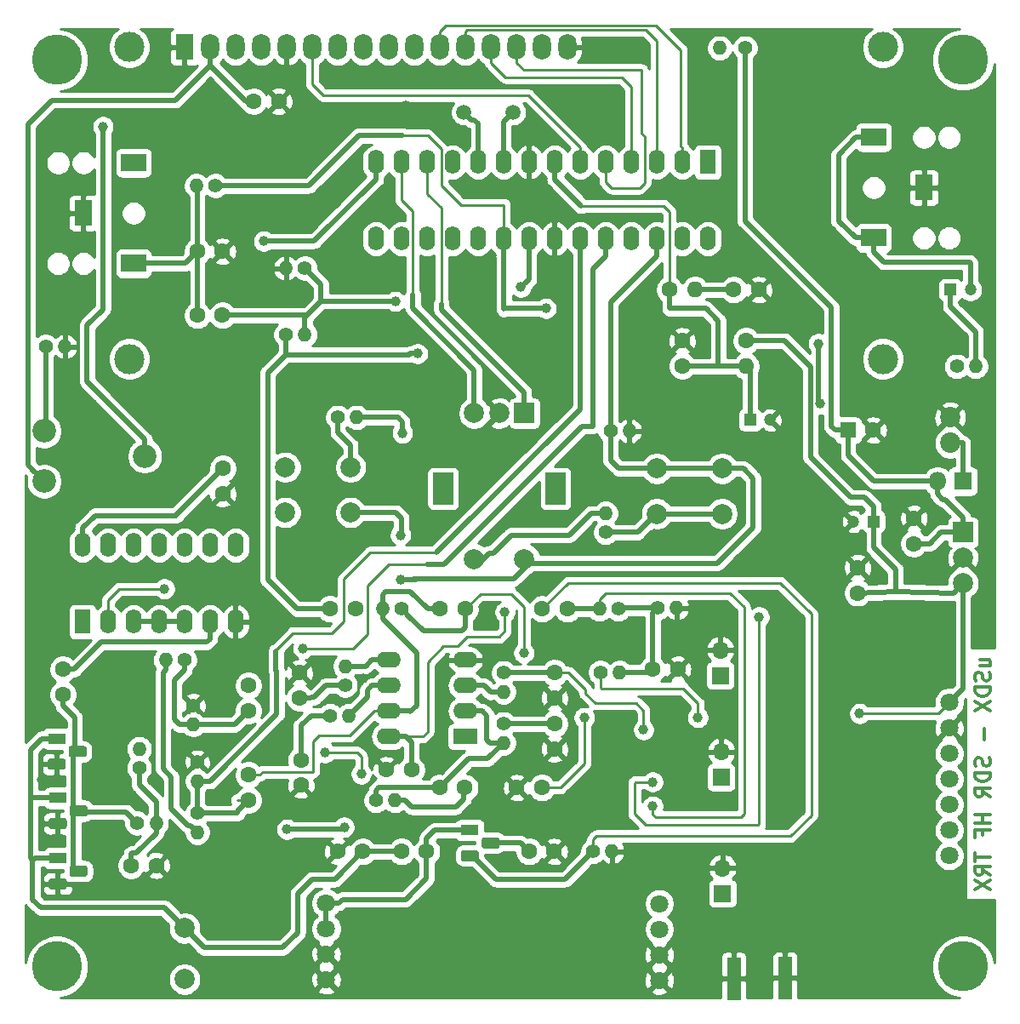
<source format=gbl>
G04 #@! TF.GenerationSoftware,KiCad,Pcbnew,(5.1.5)-3*
G04 #@! TF.CreationDate,2020-06-06T12:22:37-04:00*
G04 #@! TF.ProjectId,SDR_SSB,5344525f-5353-4422-9e6b-696361645f70,rev?*
G04 #@! TF.SameCoordinates,Original*
G04 #@! TF.FileFunction,Copper,L2,Bot*
G04 #@! TF.FilePolarity,Positive*
%FSLAX46Y46*%
G04 Gerber Fmt 4.6, Leading zero omitted, Abs format (unit mm)*
G04 Created by KiCad (PCBNEW (5.1.5)-3) date 2020-06-06 12:22:37*
%MOMM*%
%LPD*%
G04 APERTURE LIST*
%ADD10C,0.300000*%
%ADD11R,2.000000X2.000000*%
%ADD12C,2.000000*%
%ADD13R,2.000000X3.200000*%
%ADD14R,1.800000X1.100000*%
%ADD15C,0.100000*%
%ADD16C,5.000000*%
%ADD17O,1.700000X1.700000*%
%ADD18R,1.700000X1.700000*%
%ADD19C,1.500000*%
%ADD20C,1.800000*%
%ADD21O,1.600000X2.400000*%
%ADD22R,1.600000X2.400000*%
%ADD23O,2.400000X1.600000*%
%ADD24R,2.400000X1.600000*%
%ADD25C,3.000000*%
%ADD26O,1.800000X2.600000*%
%ADD27R,1.800000X2.600000*%
%ADD28C,2.340000*%
%ADD29O,1.400000X1.400000*%
%ADD30C,1.400000*%
%ADD31O,1.600000X1.600000*%
%ADD32C,1.600000*%
%ADD33C,2.020000*%
%ADD34R,1.350000X4.200000*%
%ADD35O,1.800000X1.800000*%
%ADD36R,1.800000X1.800000*%
%ADD37R,1.800000X2.500000*%
%ADD38R,2.500000X1.800000*%
%ADD39C,1.200000*%
%ADD40R,1.200000X1.200000*%
%ADD41R,1.600000X1.600000*%
%ADD42C,0.800000*%
%ADD43C,1.000000*%
%ADD44C,0.500000*%
%ADD45C,0.250000*%
%ADD46C,0.254000*%
G04 APERTURE END LIST*
D10*
X188388571Y222950000D02*
X189388571Y222950000D01*
X188388571Y223592857D02*
X189174285Y223592857D01*
X189317142Y223521428D01*
X189388571Y223378571D01*
X189388571Y223164285D01*
X189317142Y223021428D01*
X189245714Y222950000D01*
X189317142Y222307142D02*
X189388571Y222092857D01*
X189388571Y221735714D01*
X189317142Y221592857D01*
X189245714Y221521428D01*
X189102857Y221450000D01*
X188960000Y221450000D01*
X188817142Y221521428D01*
X188745714Y221592857D01*
X188674285Y221735714D01*
X188602857Y222021428D01*
X188531428Y222164285D01*
X188460000Y222235714D01*
X188317142Y222307142D01*
X188174285Y222307142D01*
X188031428Y222235714D01*
X187960000Y222164285D01*
X187888571Y222021428D01*
X187888571Y221664285D01*
X187960000Y221450000D01*
X189388571Y220807142D02*
X187888571Y220807142D01*
X187888571Y220450000D01*
X187960000Y220235714D01*
X188102857Y220092857D01*
X188245714Y220021428D01*
X188531428Y219950000D01*
X188745714Y219950000D01*
X189031428Y220021428D01*
X189174285Y220092857D01*
X189317142Y220235714D01*
X189388571Y220450000D01*
X189388571Y220807142D01*
X187888571Y219450000D02*
X189388571Y218450000D01*
X187888571Y218450000D02*
X189388571Y219450000D01*
X188817142Y216735714D02*
X188817142Y215592857D01*
X189317142Y213807142D02*
X189388571Y213592857D01*
X189388571Y213235714D01*
X189317142Y213092857D01*
X189245714Y213021428D01*
X189102857Y212950000D01*
X188960000Y212950000D01*
X188817142Y213021428D01*
X188745714Y213092857D01*
X188674285Y213235714D01*
X188602857Y213521428D01*
X188531428Y213664285D01*
X188460000Y213735714D01*
X188317142Y213807142D01*
X188174285Y213807142D01*
X188031428Y213735714D01*
X187960000Y213664285D01*
X187888571Y213521428D01*
X187888571Y213164285D01*
X187960000Y212950000D01*
X189388571Y212307142D02*
X187888571Y212307142D01*
X187888571Y211950000D01*
X187960000Y211735714D01*
X188102857Y211592857D01*
X188245714Y211521428D01*
X188531428Y211450000D01*
X188745714Y211450000D01*
X189031428Y211521428D01*
X189174285Y211592857D01*
X189317142Y211735714D01*
X189388571Y211950000D01*
X189388571Y212307142D01*
X189388571Y209950000D02*
X188674285Y210450000D01*
X189388571Y210807142D02*
X187888571Y210807142D01*
X187888571Y210235714D01*
X187960000Y210092857D01*
X188031428Y210021428D01*
X188174285Y209950000D01*
X188388571Y209950000D01*
X188531428Y210021428D01*
X188602857Y210092857D01*
X188674285Y210235714D01*
X188674285Y210807142D01*
X189388571Y208164285D02*
X187888571Y208164285D01*
X188602857Y208164285D02*
X188602857Y207307142D01*
X189388571Y207307142D02*
X187888571Y207307142D01*
X188602857Y206092857D02*
X188602857Y206592857D01*
X189388571Y206592857D02*
X187888571Y206592857D01*
X187888571Y205878571D01*
X187888571Y204378571D02*
X187888571Y203521428D01*
X189388571Y203950000D02*
X187888571Y203950000D01*
X189388571Y202164285D02*
X188674285Y202664285D01*
X189388571Y203021428D02*
X187888571Y203021428D01*
X187888571Y202450000D01*
X187960000Y202307142D01*
X188031428Y202235714D01*
X188174285Y202164285D01*
X188388571Y202164285D01*
X188531428Y202235714D01*
X188602857Y202307142D01*
X188674285Y202450000D01*
X188674285Y203021428D01*
X187888571Y201664285D02*
X189388571Y200664285D01*
X187888571Y200664285D02*
X189388571Y201664285D01*
D11*
X143040000Y248070000D03*
D12*
X140540000Y248070000D03*
X138040000Y248070000D03*
D13*
X146140000Y240570000D03*
X134940000Y240570000D03*
D12*
X143040000Y233570000D03*
X138040000Y233570000D03*
D14*
X96600000Y209800000D03*
G04 #@! TA.AperFunction,ComponentPad*
D15*
G36*
X97251955Y207808676D02*
G01*
X97278650Y207804716D01*
X97304828Y207798159D01*
X97330238Y207789067D01*
X97354634Y207777528D01*
X97377782Y207763654D01*
X97399458Y207747578D01*
X97419454Y207729454D01*
X97437578Y207709458D01*
X97453654Y207687782D01*
X97467528Y207664634D01*
X97479067Y207640238D01*
X97488159Y207614828D01*
X97494716Y207588650D01*
X97498676Y207561955D01*
X97500000Y207535000D01*
X97500000Y206985000D01*
X97498676Y206958045D01*
X97494716Y206931350D01*
X97488159Y206905172D01*
X97479067Y206879762D01*
X97467528Y206855366D01*
X97453654Y206832218D01*
X97437578Y206810542D01*
X97419454Y206790546D01*
X97399458Y206772422D01*
X97377782Y206756346D01*
X97354634Y206742472D01*
X97330238Y206730933D01*
X97304828Y206721841D01*
X97278650Y206715284D01*
X97251955Y206711324D01*
X97225000Y206710000D01*
X95975000Y206710000D01*
X95948045Y206711324D01*
X95921350Y206715284D01*
X95895172Y206721841D01*
X95869762Y206730933D01*
X95845366Y206742472D01*
X95822218Y206756346D01*
X95800542Y206772422D01*
X95780546Y206790546D01*
X95762422Y206810542D01*
X95746346Y206832218D01*
X95732472Y206855366D01*
X95720933Y206879762D01*
X95711841Y206905172D01*
X95705284Y206931350D01*
X95701324Y206958045D01*
X95700000Y206985000D01*
X95700000Y207535000D01*
X95701324Y207561955D01*
X95705284Y207588650D01*
X95711841Y207614828D01*
X95720933Y207640238D01*
X95732472Y207664634D01*
X95746346Y207687782D01*
X95762422Y207709458D01*
X95780546Y207729454D01*
X95800542Y207747578D01*
X95822218Y207763654D01*
X95845366Y207777528D01*
X95869762Y207789067D01*
X95895172Y207798159D01*
X95921350Y207804716D01*
X95948045Y207808676D01*
X95975000Y207810000D01*
X97225000Y207810000D01*
X97251955Y207808676D01*
G37*
G04 #@! TD.AperFunction*
G04 #@! TA.AperFunction,ComponentPad*
G36*
X99321955Y209078676D02*
G01*
X99348650Y209074716D01*
X99374828Y209068159D01*
X99400238Y209059067D01*
X99424634Y209047528D01*
X99447782Y209033654D01*
X99469458Y209017578D01*
X99489454Y208999454D01*
X99507578Y208979458D01*
X99523654Y208957782D01*
X99537528Y208934634D01*
X99549067Y208910238D01*
X99558159Y208884828D01*
X99564716Y208858650D01*
X99568676Y208831955D01*
X99570000Y208805000D01*
X99570000Y208255000D01*
X99568676Y208228045D01*
X99564716Y208201350D01*
X99558159Y208175172D01*
X99549067Y208149762D01*
X99537528Y208125366D01*
X99523654Y208102218D01*
X99507578Y208080542D01*
X99489454Y208060546D01*
X99469458Y208042422D01*
X99447782Y208026346D01*
X99424634Y208012472D01*
X99400238Y208000933D01*
X99374828Y207991841D01*
X99348650Y207985284D01*
X99321955Y207981324D01*
X99295000Y207980000D01*
X98045000Y207980000D01*
X98018045Y207981324D01*
X97991350Y207985284D01*
X97965172Y207991841D01*
X97939762Y208000933D01*
X97915366Y208012472D01*
X97892218Y208026346D01*
X97870542Y208042422D01*
X97850546Y208060546D01*
X97832422Y208080542D01*
X97816346Y208102218D01*
X97802472Y208125366D01*
X97790933Y208149762D01*
X97781841Y208175172D01*
X97775284Y208201350D01*
X97771324Y208228045D01*
X97770000Y208255000D01*
X97770000Y208805000D01*
X97771324Y208831955D01*
X97775284Y208858650D01*
X97781841Y208884828D01*
X97790933Y208910238D01*
X97802472Y208934634D01*
X97816346Y208957782D01*
X97832422Y208979458D01*
X97850546Y208999454D01*
X97870542Y209017578D01*
X97892218Y209033654D01*
X97915366Y209047528D01*
X97939762Y209059067D01*
X97965172Y209068159D01*
X97991350Y209074716D01*
X98018045Y209078676D01*
X98045000Y209080000D01*
X99295000Y209080000D01*
X99321955Y209078676D01*
G37*
G04 #@! TD.AperFunction*
D16*
X96520000Y193040000D03*
X186690000Y193040000D03*
X96520000Y283210000D03*
X186690000Y283210000D03*
D17*
X162540000Y224530000D03*
D18*
X162540000Y221990000D03*
D17*
X162620000Y214400000D03*
D18*
X162620000Y211860000D03*
D17*
X162750000Y202850000D03*
D18*
X162750000Y200310000D03*
D19*
X137020000Y278000000D03*
X141900000Y278000000D03*
D20*
X156464000Y196748400D03*
X156464000Y194208400D03*
X156464000Y199288400D03*
X156464000Y191668400D03*
X123317000Y191719200D03*
X123317000Y194259200D03*
X123317000Y196799200D03*
X123317000Y199339200D03*
D21*
X99060000Y234950000D03*
X114300000Y227330000D03*
X101600000Y234950000D03*
X111760000Y227330000D03*
X104140000Y234950000D03*
X109220000Y227330000D03*
X106680000Y234950000D03*
X106680000Y227330000D03*
X109220000Y234950000D03*
X104140000Y227330000D03*
X111760000Y234950000D03*
X101600000Y227330000D03*
X114300000Y234950000D03*
D22*
X99060000Y227330000D03*
D20*
X185318400Y204063600D03*
X185318400Y206603600D03*
X185318400Y209143600D03*
X185318400Y211683600D03*
X185318400Y214223600D03*
X185318400Y216763600D03*
X185318400Y219303600D03*
D23*
X129540000Y215900000D03*
X137160000Y223520000D03*
X129540000Y218440000D03*
X137160000Y220980000D03*
X129540000Y220980000D03*
X137160000Y218440000D03*
X129540000Y223520000D03*
D24*
X137160000Y215900000D03*
D25*
X178720000Y284480000D03*
X178719480Y253479300D03*
X103720900Y253479300D03*
X103720900Y284480000D03*
D26*
X147320000Y284480000D03*
X144780000Y284480000D03*
X142240000Y284480000D03*
X139700000Y284480000D03*
X137160000Y284480000D03*
X134620000Y284480000D03*
X132080000Y284480000D03*
X129540000Y284480000D03*
X127000000Y284480000D03*
X124460000Y284480000D03*
X121920000Y284480000D03*
X119380000Y284480000D03*
X116840000Y284480000D03*
X114300000Y284480000D03*
X111760000Y284480000D03*
D27*
X109220000Y284480000D03*
D21*
X161290000Y265430000D03*
X128270000Y273050000D03*
X158750000Y265430000D03*
X130810000Y273050000D03*
X156210000Y265430000D03*
X133350000Y273050000D03*
X153670000Y265430000D03*
X135890000Y273050000D03*
X151130000Y265430000D03*
X138430000Y273050000D03*
X148590000Y265430000D03*
X140970000Y273050000D03*
X146050000Y265430000D03*
X143510000Y273050000D03*
X143510000Y265430000D03*
X146050000Y273050000D03*
X140970000Y265430000D03*
X148590000Y273050000D03*
X138430000Y265430000D03*
X151130000Y273050000D03*
X135890000Y265430000D03*
X153670000Y273050000D03*
X133350000Y265430000D03*
X156210000Y273050000D03*
X130810000Y265430000D03*
X158750000Y273050000D03*
X128270000Y265430000D03*
D22*
X161290000Y273050000D03*
D12*
X186690000Y231140000D03*
X186690000Y233680000D03*
D11*
X186690000Y236220000D03*
D12*
X162710000Y242570000D03*
X162710000Y238070000D03*
X156210000Y242570000D03*
X156210000Y238070000D03*
X119240000Y238200000D03*
X119240000Y242700000D03*
X125740000Y238200000D03*
X125740000Y242700000D03*
D28*
X95250000Y241300000D03*
X105250000Y243800000D03*
X95250000Y246300000D03*
D29*
X151760000Y204470000D03*
D30*
X149860000Y204470000D03*
D29*
X110400000Y270700000D03*
D30*
X112300000Y270700000D03*
D29*
X187960000Y252730000D03*
D30*
X186060000Y252730000D03*
D29*
X162460000Y284400000D03*
D30*
X165000000Y284400000D03*
D29*
X97300000Y254700000D03*
D30*
X95400000Y254700000D03*
D29*
X121200000Y255900000D03*
D30*
X119300000Y255900000D03*
D29*
X119300000Y262500000D03*
D30*
X121200000Y262500000D03*
D29*
X153500000Y246300000D03*
D30*
X151600000Y246300000D03*
D29*
X151130000Y238120000D03*
D30*
X151130000Y236220000D03*
D29*
X126360000Y247650000D03*
D30*
X124460000Y247650000D03*
D29*
X104700000Y214700000D03*
D30*
X104700000Y212800000D03*
D29*
X106400000Y207300000D03*
D30*
X104500000Y207300000D03*
D29*
X110074999Y217094999D03*
D30*
X110074999Y218994999D03*
D29*
X107320000Y223520000D03*
D30*
X109220000Y223520000D03*
D29*
X110490000Y211460000D03*
D30*
X110490000Y213360000D03*
D29*
X110490000Y206380000D03*
D30*
X110490000Y208280000D03*
D29*
X140970000Y220350000D03*
D30*
X140970000Y222250000D03*
D29*
X140970000Y215270000D03*
D30*
X140970000Y217170000D03*
D29*
X130170000Y209550000D03*
D30*
X128270000Y209550000D03*
D29*
X128910000Y228600000D03*
D30*
X130810000Y228600000D03*
D29*
X125200000Y222900000D03*
D30*
X125200000Y221000000D03*
D29*
X125600000Y218000000D03*
D30*
X123700000Y218000000D03*
D29*
X158200000Y228700000D03*
D30*
X156300000Y228700000D03*
D29*
X150500000Y228600000D03*
D30*
X152400000Y228600000D03*
D29*
X152500000Y222300000D03*
D30*
X150600000Y222300000D03*
D14*
X96600000Y203800000D03*
G04 #@! TA.AperFunction,ComponentPad*
D15*
G36*
X97251955Y201808676D02*
G01*
X97278650Y201804716D01*
X97304828Y201798159D01*
X97330238Y201789067D01*
X97354634Y201777528D01*
X97377782Y201763654D01*
X97399458Y201747578D01*
X97419454Y201729454D01*
X97437578Y201709458D01*
X97453654Y201687782D01*
X97467528Y201664634D01*
X97479067Y201640238D01*
X97488159Y201614828D01*
X97494716Y201588650D01*
X97498676Y201561955D01*
X97500000Y201535000D01*
X97500000Y200985000D01*
X97498676Y200958045D01*
X97494716Y200931350D01*
X97488159Y200905172D01*
X97479067Y200879762D01*
X97467528Y200855366D01*
X97453654Y200832218D01*
X97437578Y200810542D01*
X97419454Y200790546D01*
X97399458Y200772422D01*
X97377782Y200756346D01*
X97354634Y200742472D01*
X97330238Y200730933D01*
X97304828Y200721841D01*
X97278650Y200715284D01*
X97251955Y200711324D01*
X97225000Y200710000D01*
X95975000Y200710000D01*
X95948045Y200711324D01*
X95921350Y200715284D01*
X95895172Y200721841D01*
X95869762Y200730933D01*
X95845366Y200742472D01*
X95822218Y200756346D01*
X95800542Y200772422D01*
X95780546Y200790546D01*
X95762422Y200810542D01*
X95746346Y200832218D01*
X95732472Y200855366D01*
X95720933Y200879762D01*
X95711841Y200905172D01*
X95705284Y200931350D01*
X95701324Y200958045D01*
X95700000Y200985000D01*
X95700000Y201535000D01*
X95701324Y201561955D01*
X95705284Y201588650D01*
X95711841Y201614828D01*
X95720933Y201640238D01*
X95732472Y201664634D01*
X95746346Y201687782D01*
X95762422Y201709458D01*
X95780546Y201729454D01*
X95800542Y201747578D01*
X95822218Y201763654D01*
X95845366Y201777528D01*
X95869762Y201789067D01*
X95895172Y201798159D01*
X95921350Y201804716D01*
X95948045Y201808676D01*
X95975000Y201810000D01*
X97225000Y201810000D01*
X97251955Y201808676D01*
G37*
G04 #@! TD.AperFunction*
G04 #@! TA.AperFunction,ComponentPad*
G36*
X99321955Y203078676D02*
G01*
X99348650Y203074716D01*
X99374828Y203068159D01*
X99400238Y203059067D01*
X99424634Y203047528D01*
X99447782Y203033654D01*
X99469458Y203017578D01*
X99489454Y202999454D01*
X99507578Y202979458D01*
X99523654Y202957782D01*
X99537528Y202934634D01*
X99549067Y202910238D01*
X99558159Y202884828D01*
X99564716Y202858650D01*
X99568676Y202831955D01*
X99570000Y202805000D01*
X99570000Y202255000D01*
X99568676Y202228045D01*
X99564716Y202201350D01*
X99558159Y202175172D01*
X99549067Y202149762D01*
X99537528Y202125366D01*
X99523654Y202102218D01*
X99507578Y202080542D01*
X99489454Y202060546D01*
X99469458Y202042422D01*
X99447782Y202026346D01*
X99424634Y202012472D01*
X99400238Y202000933D01*
X99374828Y201991841D01*
X99348650Y201985284D01*
X99321955Y201981324D01*
X99295000Y201980000D01*
X98045000Y201980000D01*
X98018045Y201981324D01*
X97991350Y201985284D01*
X97965172Y201991841D01*
X97939762Y202000933D01*
X97915366Y202012472D01*
X97892218Y202026346D01*
X97870542Y202042422D01*
X97850546Y202060546D01*
X97832422Y202080542D01*
X97816346Y202102218D01*
X97802472Y202125366D01*
X97790933Y202149762D01*
X97781841Y202175172D01*
X97775284Y202201350D01*
X97771324Y202228045D01*
X97770000Y202255000D01*
X97770000Y202805000D01*
X97771324Y202831955D01*
X97775284Y202858650D01*
X97781841Y202884828D01*
X97790933Y202910238D01*
X97802472Y202934634D01*
X97816346Y202957782D01*
X97832422Y202979458D01*
X97850546Y202999454D01*
X97870542Y203017578D01*
X97892218Y203033654D01*
X97915366Y203047528D01*
X97939762Y203059067D01*
X97965172Y203068159D01*
X97991350Y203074716D01*
X98018045Y203078676D01*
X98045000Y203080000D01*
X99295000Y203080000D01*
X99321955Y203078676D01*
G37*
G04 #@! TD.AperFunction*
D14*
X96500000Y215700000D03*
G04 #@! TA.AperFunction,ComponentPad*
D15*
G36*
X97151955Y213708676D02*
G01*
X97178650Y213704716D01*
X97204828Y213698159D01*
X97230238Y213689067D01*
X97254634Y213677528D01*
X97277782Y213663654D01*
X97299458Y213647578D01*
X97319454Y213629454D01*
X97337578Y213609458D01*
X97353654Y213587782D01*
X97367528Y213564634D01*
X97379067Y213540238D01*
X97388159Y213514828D01*
X97394716Y213488650D01*
X97398676Y213461955D01*
X97400000Y213435000D01*
X97400000Y212885000D01*
X97398676Y212858045D01*
X97394716Y212831350D01*
X97388159Y212805172D01*
X97379067Y212779762D01*
X97367528Y212755366D01*
X97353654Y212732218D01*
X97337578Y212710542D01*
X97319454Y212690546D01*
X97299458Y212672422D01*
X97277782Y212656346D01*
X97254634Y212642472D01*
X97230238Y212630933D01*
X97204828Y212621841D01*
X97178650Y212615284D01*
X97151955Y212611324D01*
X97125000Y212610000D01*
X95875000Y212610000D01*
X95848045Y212611324D01*
X95821350Y212615284D01*
X95795172Y212621841D01*
X95769762Y212630933D01*
X95745366Y212642472D01*
X95722218Y212656346D01*
X95700542Y212672422D01*
X95680546Y212690546D01*
X95662422Y212710542D01*
X95646346Y212732218D01*
X95632472Y212755366D01*
X95620933Y212779762D01*
X95611841Y212805172D01*
X95605284Y212831350D01*
X95601324Y212858045D01*
X95600000Y212885000D01*
X95600000Y213435000D01*
X95601324Y213461955D01*
X95605284Y213488650D01*
X95611841Y213514828D01*
X95620933Y213540238D01*
X95632472Y213564634D01*
X95646346Y213587782D01*
X95662422Y213609458D01*
X95680546Y213629454D01*
X95700542Y213647578D01*
X95722218Y213663654D01*
X95745366Y213677528D01*
X95769762Y213689067D01*
X95795172Y213698159D01*
X95821350Y213704716D01*
X95848045Y213708676D01*
X95875000Y213710000D01*
X97125000Y213710000D01*
X97151955Y213708676D01*
G37*
G04 #@! TD.AperFunction*
G04 #@! TA.AperFunction,ComponentPad*
G36*
X99221955Y214978676D02*
G01*
X99248650Y214974716D01*
X99274828Y214968159D01*
X99300238Y214959067D01*
X99324634Y214947528D01*
X99347782Y214933654D01*
X99369458Y214917578D01*
X99389454Y214899454D01*
X99407578Y214879458D01*
X99423654Y214857782D01*
X99437528Y214834634D01*
X99449067Y214810238D01*
X99458159Y214784828D01*
X99464716Y214758650D01*
X99468676Y214731955D01*
X99470000Y214705000D01*
X99470000Y214155000D01*
X99468676Y214128045D01*
X99464716Y214101350D01*
X99458159Y214075172D01*
X99449067Y214049762D01*
X99437528Y214025366D01*
X99423654Y214002218D01*
X99407578Y213980542D01*
X99389454Y213960546D01*
X99369458Y213942422D01*
X99347782Y213926346D01*
X99324634Y213912472D01*
X99300238Y213900933D01*
X99274828Y213891841D01*
X99248650Y213885284D01*
X99221955Y213881324D01*
X99195000Y213880000D01*
X97945000Y213880000D01*
X97918045Y213881324D01*
X97891350Y213885284D01*
X97865172Y213891841D01*
X97839762Y213900933D01*
X97815366Y213912472D01*
X97792218Y213926346D01*
X97770542Y213942422D01*
X97750546Y213960546D01*
X97732422Y213980542D01*
X97716346Y214002218D01*
X97702472Y214025366D01*
X97690933Y214049762D01*
X97681841Y214075172D01*
X97675284Y214101350D01*
X97671324Y214128045D01*
X97670000Y214155000D01*
X97670000Y214705000D01*
X97671324Y214731955D01*
X97675284Y214758650D01*
X97681841Y214784828D01*
X97690933Y214810238D01*
X97702472Y214834634D01*
X97716346Y214857782D01*
X97732422Y214879458D01*
X97750546Y214899454D01*
X97770542Y214917578D01*
X97792218Y214933654D01*
X97815366Y214947528D01*
X97839762Y214959067D01*
X97865172Y214968159D01*
X97891350Y214974716D01*
X97918045Y214978676D01*
X97945000Y214980000D01*
X99195000Y214980000D01*
X99221955Y214978676D01*
G37*
G04 #@! TD.AperFunction*
D14*
X137600000Y206600000D03*
G04 #@! TA.AperFunction,ComponentPad*
D15*
G36*
X138251955Y204608676D02*
G01*
X138278650Y204604716D01*
X138304828Y204598159D01*
X138330238Y204589067D01*
X138354634Y204577528D01*
X138377782Y204563654D01*
X138399458Y204547578D01*
X138419454Y204529454D01*
X138437578Y204509458D01*
X138453654Y204487782D01*
X138467528Y204464634D01*
X138479067Y204440238D01*
X138488159Y204414828D01*
X138494716Y204388650D01*
X138498676Y204361955D01*
X138500000Y204335000D01*
X138500000Y203785000D01*
X138498676Y203758045D01*
X138494716Y203731350D01*
X138488159Y203705172D01*
X138479067Y203679762D01*
X138467528Y203655366D01*
X138453654Y203632218D01*
X138437578Y203610542D01*
X138419454Y203590546D01*
X138399458Y203572422D01*
X138377782Y203556346D01*
X138354634Y203542472D01*
X138330238Y203530933D01*
X138304828Y203521841D01*
X138278650Y203515284D01*
X138251955Y203511324D01*
X138225000Y203510000D01*
X136975000Y203510000D01*
X136948045Y203511324D01*
X136921350Y203515284D01*
X136895172Y203521841D01*
X136869762Y203530933D01*
X136845366Y203542472D01*
X136822218Y203556346D01*
X136800542Y203572422D01*
X136780546Y203590546D01*
X136762422Y203610542D01*
X136746346Y203632218D01*
X136732472Y203655366D01*
X136720933Y203679762D01*
X136711841Y203705172D01*
X136705284Y203731350D01*
X136701324Y203758045D01*
X136700000Y203785000D01*
X136700000Y204335000D01*
X136701324Y204361955D01*
X136705284Y204388650D01*
X136711841Y204414828D01*
X136720933Y204440238D01*
X136732472Y204464634D01*
X136746346Y204487782D01*
X136762422Y204509458D01*
X136780546Y204529454D01*
X136800542Y204547578D01*
X136822218Y204563654D01*
X136845366Y204577528D01*
X136869762Y204589067D01*
X136895172Y204598159D01*
X136921350Y204604716D01*
X136948045Y204608676D01*
X136975000Y204610000D01*
X138225000Y204610000D01*
X138251955Y204608676D01*
G37*
G04 #@! TD.AperFunction*
G04 #@! TA.AperFunction,ComponentPad*
G36*
X140321955Y205878676D02*
G01*
X140348650Y205874716D01*
X140374828Y205868159D01*
X140400238Y205859067D01*
X140424634Y205847528D01*
X140447782Y205833654D01*
X140469458Y205817578D01*
X140489454Y205799454D01*
X140507578Y205779458D01*
X140523654Y205757782D01*
X140537528Y205734634D01*
X140549067Y205710238D01*
X140558159Y205684828D01*
X140564716Y205658650D01*
X140568676Y205631955D01*
X140570000Y205605000D01*
X140570000Y205055000D01*
X140568676Y205028045D01*
X140564716Y205001350D01*
X140558159Y204975172D01*
X140549067Y204949762D01*
X140537528Y204925366D01*
X140523654Y204902218D01*
X140507578Y204880542D01*
X140489454Y204860546D01*
X140469458Y204842422D01*
X140447782Y204826346D01*
X140424634Y204812472D01*
X140400238Y204800933D01*
X140374828Y204791841D01*
X140348650Y204785284D01*
X140321955Y204781324D01*
X140295000Y204780000D01*
X139045000Y204780000D01*
X139018045Y204781324D01*
X138991350Y204785284D01*
X138965172Y204791841D01*
X138939762Y204800933D01*
X138915366Y204812472D01*
X138892218Y204826346D01*
X138870542Y204842422D01*
X138850546Y204860546D01*
X138832422Y204880542D01*
X138816346Y204902218D01*
X138802472Y204925366D01*
X138790933Y204949762D01*
X138781841Y204975172D01*
X138775284Y205001350D01*
X138771324Y205028045D01*
X138770000Y205055000D01*
X138770000Y205605000D01*
X138771324Y205631955D01*
X138775284Y205658650D01*
X138781841Y205684828D01*
X138790933Y205710238D01*
X138802472Y205734634D01*
X138816346Y205757782D01*
X138832422Y205779458D01*
X138850546Y205799454D01*
X138870542Y205817578D01*
X138892218Y205833654D01*
X138915366Y205847528D01*
X138939762Y205859067D01*
X138965172Y205868159D01*
X138991350Y205874716D01*
X139018045Y205878676D01*
X139045000Y205880000D01*
X140295000Y205880000D01*
X140321955Y205878676D01*
G37*
G04 #@! TD.AperFunction*
D12*
X109220000Y196850000D03*
X109220000Y191770000D03*
D31*
X160020000Y260350000D03*
D32*
X157480000Y260350000D03*
D31*
X165100000Y252730000D03*
D32*
X165100000Y255270000D03*
D33*
X185420000Y247650000D03*
X185420000Y245110000D03*
D34*
X168986200Y191897000D03*
X163880800Y191846200D03*
D35*
X184150000Y241300000D03*
D36*
X186690000Y241300000D03*
D37*
X99140000Y267970000D03*
D38*
X104140000Y262970000D03*
X104140000Y272970000D03*
D37*
X182800000Y270510000D03*
D38*
X177800000Y275510000D03*
X177800000Y265510000D03*
D32*
X129300000Y212600000D03*
X131800000Y212600000D03*
X113030000Y240070000D03*
X113030000Y242570000D03*
X126960000Y204470000D03*
X124460000Y204470000D03*
X133310000Y204470000D03*
X130810000Y204470000D03*
X106400000Y203100000D03*
X103900000Y203100000D03*
X146010000Y204470000D03*
X143510000Y204470000D03*
X97100000Y222600000D03*
X97100000Y220100000D03*
X146050000Y219750000D03*
X146050000Y222250000D03*
X146050000Y214670000D03*
X146050000Y217170000D03*
X144820000Y228600000D03*
X147320000Y228600000D03*
X158300000Y222600000D03*
X155800000Y222600000D03*
X142280000Y210820000D03*
X144780000Y210820000D03*
X120650000Y219750000D03*
X120650000Y222250000D03*
X120800000Y213600000D03*
X120800000Y211100000D03*
X137120000Y210820000D03*
X134620000Y210820000D03*
X134660000Y228600000D03*
X137160000Y228600000D03*
X123700000Y228600000D03*
X126200000Y228600000D03*
X115570000Y218480000D03*
X115570000Y220980000D03*
X115570000Y209590000D03*
X115570000Y212090000D03*
X112990000Y264160000D03*
X110490000Y264160000D03*
X112990000Y257810000D03*
X110490000Y257810000D03*
D39*
X187420000Y260350000D03*
D40*
X185420000Y260350000D03*
D32*
X118600000Y279100000D03*
X116100000Y279100000D03*
X166370000Y260350000D03*
X163870000Y260350000D03*
X158750000Y255270000D03*
X158750000Y252770000D03*
D39*
X167500000Y247400000D03*
D40*
X165500000Y247400000D03*
D39*
X175800000Y237300000D03*
D40*
X177800000Y237300000D03*
D32*
X176200000Y232700000D03*
X176200000Y230200000D03*
X181800000Y237600000D03*
X181800000Y235100000D03*
X177760000Y246380000D03*
D41*
X175260000Y246380000D03*
D42*
X115800000Y190800000D03*
D43*
X127000000Y221700000D03*
X126100000Y209300000D03*
X134100000Y215400000D03*
X168500000Y220200000D03*
X173800000Y221300000D03*
X144600000Y195600000D03*
X106500000Y211100000D03*
X120780000Y246820000D03*
X145700000Y224200000D03*
X168900000Y214800000D03*
X169000000Y208600000D03*
X169000000Y199900000D03*
X168100000Y226200000D03*
X110800000Y237800000D03*
X100210000Y243910000D03*
X104500000Y223600000D03*
X100600000Y231300000D03*
X108900000Y204100000D03*
X100800000Y213000000D03*
X100700000Y205700000D03*
X143500000Y220100000D03*
X143200000Y214700000D03*
X139400000Y227000000D03*
X103500000Y210100000D03*
X101900000Y200400000D03*
X94500000Y218600000D03*
X95000000Y197400000D03*
X101700000Y191800000D03*
X118400000Y193100000D03*
X111100000Y200600000D03*
X141400000Y207400000D03*
X134700000Y219900000D03*
X100100000Y218000000D03*
X94200000Y231100000D03*
X96600000Y276400000D03*
X97800000Y258500000D03*
X179300000Y259900000D03*
X183000000Y279800000D03*
X149000000Y278400000D03*
X131200000Y278700000D03*
X122000000Y278500000D03*
X162100000Y278700000D03*
X174200000Y279500000D03*
X113800000Y203500000D03*
X117200000Y196900000D03*
X118000000Y201000000D03*
X129000000Y191900000D03*
X141100000Y191800000D03*
X140800000Y198700000D03*
X129000000Y198100000D03*
X135000000Y195000000D03*
X148800000Y194800000D03*
X152700000Y200200000D03*
X153200000Y191500000D03*
X156600000Y204400000D03*
X160900000Y193200000D03*
X176400000Y191500000D03*
X176100000Y201800000D03*
X176300000Y213900000D03*
X176500000Y225500000D03*
X170600000Y234000000D03*
X159500000Y248000000D03*
X101000000Y196600000D03*
X94370000Y224310000D03*
X119800000Y235000000D03*
X109600000Y248100000D03*
X147100000Y208600000D03*
X144600000Y254100000D03*
X170600000Y269700000D03*
X170700000Y283600000D03*
X112400000Y253000000D03*
X106500000Y259200000D03*
X117370000Y227320000D03*
X112700000Y215200000D03*
X111970000Y220750000D03*
X167600000Y233200000D03*
X168700000Y239000000D03*
X112000000Y223700000D03*
X117600000Y214600000D03*
X118000000Y208000000D03*
X139900000Y211100000D03*
X148300000Y223700000D03*
X154300000Y226600000D03*
X153900000Y224100000D03*
X104900000Y220000000D03*
X123360000Y231730000D03*
X153200000Y213100000D03*
X159800000Y225300000D03*
X158200000Y235300000D03*
X128900000Y201800000D03*
X95000000Y211600000D03*
X113000000Y210000000D03*
X113000000Y210000000D03*
X123100000Y257500000D03*
X152600000Y284600000D03*
X154600000Y255300000D03*
X138600000Y257400000D03*
X130200000Y256700000D03*
X142600000Y269400000D03*
X123800000Y276000000D03*
X141100000Y228300000D03*
X130900000Y246100000D03*
X149000000Y217800000D03*
X176400000Y218200000D03*
X160300000Y217800000D03*
X145200000Y258500000D03*
X130200000Y259200000D03*
X121020000Y224670000D03*
X126800000Y212200000D03*
X123200000Y214300000D03*
X132400000Y254000000D03*
X142700000Y260600000D03*
X142990000Y224230000D03*
X155800000Y211400000D03*
X166400000Y227800000D03*
X155800000Y209000000D03*
X154900000Y216600000D03*
X125100000Y206900000D03*
X119400000Y206700000D03*
X117100000Y265200000D03*
X107200000Y230600000D03*
X130740000Y231520000D03*
X130700000Y235950000D03*
X101100000Y276600000D03*
X172500000Y249000000D03*
X172300000Y255000000D03*
D44*
X96640000Y207100000D02*
X96900000Y207360000D01*
X131800000Y213731370D02*
X131800000Y212600000D01*
X131240000Y215900000D02*
X131800000Y215340000D01*
X131800000Y215340000D02*
X131800000Y213731370D01*
X129540000Y215900000D02*
X131240000Y215900000D01*
X184150000Y241300000D02*
X177800000Y241300000D01*
X175260000Y243840000D02*
X175260000Y246380000D01*
X177800000Y241300000D02*
X175260000Y243840000D01*
X186690000Y237720000D02*
X184910000Y239500000D01*
X186690000Y236220000D02*
X186690000Y237720000D01*
X184150000Y240027208D02*
X184150000Y241300000D01*
X184677208Y239500000D02*
X184150000Y240027208D01*
X184910000Y239500000D02*
X184677208Y239500000D01*
X184520000Y236220000D02*
X186690000Y236220000D01*
X181800000Y235100000D02*
X183400000Y235100000D01*
X183400000Y235100000D02*
X184520000Y236220000D01*
X173599992Y246740008D02*
X173599992Y258600008D01*
X175260000Y246380000D02*
X173960000Y246380000D01*
X173960000Y246380000D02*
X173599992Y246740008D01*
X165000000Y267200000D02*
X165000000Y284400000D01*
X173599992Y258600008D02*
X165000000Y267200000D01*
D45*
X140524992Y225824992D02*
X137324992Y225824992D01*
X141100000Y226400000D02*
X140524992Y225824992D01*
X137324992Y225824992D02*
X136400000Y224900000D01*
X136400000Y224900000D02*
X135000000Y224900000D01*
X135000000Y224900000D02*
X133400000Y223300000D01*
X133400000Y223300000D02*
X133400000Y216400000D01*
X132900000Y215900000D02*
X129540000Y215900000D01*
X133400000Y216400000D02*
X132900000Y215900000D01*
X141100000Y226400000D02*
X141100000Y228300000D01*
D44*
X99060000Y236650000D02*
X100310000Y237900000D01*
X99060000Y234950000D02*
X99060000Y236650000D01*
X100310000Y237900000D02*
X108400000Y237900000D01*
X108400000Y237940000D02*
X113030000Y242570000D01*
X108400000Y237900000D02*
X108400000Y237940000D01*
X185750000Y230200000D02*
X186690000Y231140000D01*
X177800000Y237300000D02*
X177800000Y234700000D01*
X177800000Y234700000D02*
X180000000Y232500000D01*
X180000000Y232500000D02*
X180000000Y230300000D01*
X176200000Y230200000D02*
X180000000Y230300000D01*
X180000000Y230300000D02*
X185750000Y230200000D01*
X177800000Y238800000D02*
X177800000Y237300000D01*
X176900000Y239700000D02*
X177800000Y238800000D01*
X175500000Y239700000D02*
X176900000Y239700000D01*
X171500000Y243700000D02*
X175500000Y239700000D01*
X166231370Y255270000D02*
X166261370Y255300000D01*
X168900000Y255300000D02*
X171500000Y252700000D01*
X165100000Y255270000D02*
X166231370Y255270000D01*
X166261370Y255300000D02*
X168900000Y255300000D01*
X171500000Y252700000D02*
X171500000Y243700000D01*
X186690000Y220675200D02*
X185318400Y219303600D01*
X186690000Y231140000D02*
X186690000Y220675200D01*
D45*
X160300000Y217800000D02*
X160300000Y219200000D01*
X160300000Y219200000D02*
X158800000Y220700000D01*
X158800000Y220700000D02*
X150700000Y220700000D01*
X150600000Y220800000D02*
X150600000Y222300000D01*
X150700000Y220700000D02*
X150600000Y220800000D01*
X184214800Y218200000D02*
X185318400Y219303600D01*
X176400000Y218200000D02*
X184214800Y218200000D01*
X146620000Y210820000D02*
X144780000Y210820000D01*
X149000000Y217800000D02*
X149000000Y213200000D01*
X149000000Y213200000D02*
X146620000Y210820000D01*
D44*
X130900000Y246100000D02*
X130900000Y247200000D01*
X130450000Y247650000D02*
X126360000Y247650000D01*
X130900000Y247200000D02*
X130450000Y247650000D01*
X139509999Y234149999D02*
X139919999Y234149999D01*
X138510000Y233150000D02*
X139509999Y234149999D01*
X139919999Y234149999D02*
X141720000Y235950000D01*
X141720000Y235950000D02*
X147510000Y235950000D01*
X149680000Y238120000D02*
X151130000Y238120000D01*
X147510000Y235950000D02*
X149680000Y238120000D01*
X165500000Y252330000D02*
X165100000Y252730000D01*
X165500000Y247400000D02*
X165500000Y252330000D01*
X158790000Y252730000D02*
X158750000Y252770000D01*
X146050000Y271350000D02*
X148700000Y268700000D01*
X146050000Y273050000D02*
X146050000Y271350000D01*
D45*
X148700000Y268700000D02*
X156900000Y268700000D01*
X157480000Y268120000D02*
X157480000Y260350000D01*
X156900000Y268700000D02*
X157480000Y268120000D01*
D44*
X162330000Y252730000D02*
X158790000Y252730000D01*
X165100000Y252730000D02*
X162330000Y252730000D01*
X157480000Y258520000D02*
X157480000Y260350000D01*
X161100000Y258500000D02*
X157500000Y258500000D01*
X157500000Y258500000D02*
X157480000Y258520000D01*
X162330000Y252730000D02*
X162330000Y257270000D01*
X162330000Y257270000D02*
X161100000Y258500000D01*
X111760000Y282680000D02*
X108280000Y279200000D01*
X93629999Y242920001D02*
X94080001Y242469999D01*
X94080001Y242469999D02*
X95250000Y241300000D01*
X96000000Y279200000D02*
X93629999Y276829999D01*
X93629999Y276829999D02*
X93629999Y242920001D01*
X108280000Y279200000D02*
X96000000Y279200000D01*
X111760000Y282680000D02*
X115340000Y279100000D01*
X115340000Y279100000D02*
X116100000Y279100000D01*
X111760000Y284480000D02*
X111760000Y282680000D01*
X163870000Y260350000D02*
X160020000Y260350000D01*
X112300000Y270700000D02*
X121600000Y270700000D01*
X121600000Y270700000D02*
X126600000Y275700000D01*
X126600000Y275700000D02*
X130900000Y275700000D01*
D45*
X130900000Y275700000D02*
X133400000Y275700000D01*
X134764990Y274335010D02*
X134764990Y270735010D01*
X133400000Y275700000D02*
X134764990Y274335010D01*
X134764990Y270735010D02*
X136700000Y268800000D01*
X136700000Y268800000D02*
X141000000Y268800000D01*
X140970000Y268770000D02*
X140970000Y265430000D01*
X141000000Y268800000D02*
X140970000Y268770000D01*
D44*
X140970000Y263730000D02*
X141000000Y263700000D01*
X140970000Y265430000D02*
X140970000Y263730000D01*
X141000000Y263700000D02*
X141000000Y258400000D01*
X141100000Y258500000D02*
X145200000Y258500000D01*
X141000000Y258400000D02*
X141100000Y258500000D01*
X187420000Y260350000D02*
X187420000Y262980000D01*
X187420000Y262980000D02*
X187300000Y263100000D01*
X177800000Y264110000D02*
X177800000Y265510000D01*
X178810000Y263100000D02*
X177800000Y264110000D01*
X187300000Y263100000D02*
X178810000Y263100000D01*
X176050000Y275510000D02*
X174300000Y273760000D01*
X177800000Y275510000D02*
X176050000Y275510000D01*
X174300000Y273760000D02*
X174300000Y267200000D01*
X175990000Y265510000D02*
X177800000Y265510000D01*
X174300000Y267200000D02*
X175990000Y265510000D01*
X185420000Y260350000D02*
X185420000Y258680000D01*
X187960000Y256140000D02*
X187960000Y252730000D01*
X185420000Y258680000D02*
X187960000Y256140000D01*
X130200000Y259200000D02*
X122800000Y259200000D01*
X121200000Y257600000D02*
X121200000Y255900000D01*
X122800000Y260900000D02*
X121200000Y262500000D01*
X122800000Y259200000D02*
X122800000Y260900000D01*
X121410000Y257810000D02*
X121500000Y257900000D01*
X122800000Y259200000D02*
X121500000Y257900000D01*
X112990000Y257810000D02*
X121410000Y257810000D01*
X121500000Y257900000D02*
X121200000Y257600000D01*
X109300000Y262970000D02*
X110490000Y264160000D01*
X104140000Y262970000D02*
X109300000Y262970000D01*
X110490000Y270610000D02*
X110400000Y270700000D01*
X110490000Y264160000D02*
X110490000Y270610000D01*
X110490000Y263028630D02*
X110490000Y257810000D01*
X110490000Y264160000D02*
X110490000Y263028630D01*
X110490000Y211460000D02*
X110490000Y208280000D01*
X111479949Y208280000D02*
X111499949Y208300000D01*
X110490000Y208280000D02*
X111479949Y208280000D01*
X111499949Y208300000D02*
X114500000Y208300000D01*
X114500000Y208520000D02*
X115570000Y209590000D01*
X114500000Y208300000D02*
X114500000Y208520000D01*
D45*
X115570000Y209590000D02*
X114438630Y209590000D01*
D44*
X148590000Y265430000D02*
X148590000Y248490000D01*
X148590000Y248490000D02*
X134300000Y234200000D01*
X118300000Y222500000D02*
X118400000Y222400000D01*
X118300000Y224400000D02*
X118300000Y222500000D01*
D45*
X118400000Y222400000D02*
X118400000Y223100000D01*
D44*
X111760000Y211460000D02*
X110490000Y211460000D01*
X118400000Y222400000D02*
X118400000Y218100000D01*
X118400000Y218100000D02*
X111760000Y211460000D01*
D45*
X118300000Y224400000D02*
X118300000Y224500000D01*
X118300000Y224500000D02*
X120000000Y226200000D01*
X120000000Y226200000D02*
X123900000Y226200000D01*
X125074999Y227374999D02*
X125074999Y231574999D01*
X123900000Y226200000D02*
X125074999Y227374999D01*
X127700000Y234200000D02*
X134300000Y234200000D01*
X125074999Y231574999D02*
X127700000Y234200000D01*
D44*
X128910000Y230010000D02*
X128910000Y228600000D01*
X129200000Y230300000D02*
X128910000Y230010000D01*
X131700000Y230300000D02*
X129200000Y230300000D01*
X134660000Y228600000D02*
X133400000Y228600000D01*
X133400000Y228600000D02*
X131700000Y230300000D01*
X128910000Y227610051D02*
X132300000Y224220051D01*
X131660000Y218440000D02*
X129540000Y218440000D01*
X128910000Y228600000D02*
X128910000Y227610051D01*
X132300000Y224220051D02*
X132300000Y219000000D01*
X132300000Y219000000D02*
X131700000Y218400000D01*
X131700000Y218400000D02*
X131660000Y218440000D01*
D45*
X128090000Y218440000D02*
X129540000Y218440000D01*
X125650000Y216000000D02*
X128090000Y218440000D01*
X122600000Y216000000D02*
X125650000Y216000000D01*
X115570000Y212090000D02*
X116701370Y212090000D01*
X116701370Y212090000D02*
X117011370Y212400000D01*
X117011370Y212400000D02*
X122000000Y212400000D01*
X122000000Y212400000D02*
X122000000Y215400000D01*
X122000000Y215400000D02*
X122600000Y216000000D01*
D44*
X114184999Y217094999D02*
X115570000Y218480000D01*
X110074999Y217094999D02*
X114184999Y217094999D01*
X108705001Y217094999D02*
X110074999Y217094999D01*
X108200000Y217600000D02*
X108705001Y217094999D01*
X109220000Y223520000D02*
X109220000Y222530051D01*
X108200000Y221510051D02*
X108200000Y217600000D01*
X109220000Y222530051D02*
X108200000Y221510051D01*
X151130000Y263730000D02*
X149840000Y262440000D01*
X151130000Y265430000D02*
X151130000Y263730000D01*
X149840000Y262440000D02*
X149840000Y246790002D01*
X149840000Y246790002D02*
X148790002Y246790002D01*
X148790002Y246790002D02*
X135040000Y233040000D01*
X135040000Y233040000D02*
X133320000Y233040000D01*
D45*
X133320000Y233040000D02*
X129550000Y233040000D01*
X129550000Y233040000D02*
X127710000Y231200000D01*
X127710000Y231200000D02*
X127420000Y230910000D01*
X127420000Y230910000D02*
X127420000Y226110000D01*
X127420000Y226110000D02*
X125980000Y224670000D01*
X125980000Y224670000D02*
X122870000Y224670000D01*
X122870000Y224670000D02*
X121020000Y224670000D01*
X121020000Y224670000D02*
X121020000Y224670000D01*
D44*
X137000000Y210700000D02*
X137120000Y210820000D01*
X131159949Y209550000D02*
X131809949Y208900000D01*
X137000000Y209700000D02*
X137000000Y210700000D01*
X136200000Y208900000D02*
X137000000Y209700000D01*
X130170000Y209550000D02*
X131159949Y209550000D01*
X131809949Y208900000D02*
X136200000Y208900000D01*
D45*
X126800000Y212200000D02*
X126800000Y213900000D01*
X126400000Y214300000D02*
X123300000Y214300000D01*
X126800000Y213900000D02*
X126400000Y214300000D01*
D44*
X110490000Y206380000D02*
X109790001Y207079999D01*
X109790001Y207079999D02*
X109520001Y207079999D01*
X109520001Y207079999D02*
X107900000Y208700000D01*
X107900000Y208700000D02*
X107900000Y211900000D01*
X107900000Y211900000D02*
X107080000Y212720000D01*
X107080000Y222290051D02*
X107080000Y212720000D01*
X107320000Y222530051D02*
X107080000Y222290051D01*
X107320000Y223520000D02*
X107320000Y222530051D01*
X143199999Y261099999D02*
X142700000Y260600000D01*
X143510000Y261410000D02*
X143199999Y261099999D01*
X143510000Y265430000D02*
X143510000Y261410000D01*
X131592894Y253900000D02*
X119300000Y253900000D01*
X132400000Y254000000D02*
X131692894Y254000000D01*
X119300000Y253900000D02*
X119300000Y255900000D01*
X131692894Y254000000D02*
X131592894Y253900000D01*
X117500000Y252100000D02*
X119300000Y253900000D01*
X117500000Y231500000D02*
X117500000Y252100000D01*
X120400000Y228600000D02*
X117500000Y231500000D01*
X120400000Y228600000D02*
X123700000Y228600000D01*
X131509999Y227900001D02*
X131509999Y227890001D01*
X130810000Y228600000D02*
X131509999Y227900001D01*
X131509999Y227890001D02*
X133000000Y226400000D01*
X137160000Y226760000D02*
X137160000Y228600000D01*
X133000000Y226400000D02*
X136800000Y226400000D01*
X136800000Y226400000D02*
X137160000Y226760000D01*
X127840000Y220980000D02*
X127400000Y220540000D01*
X129540000Y220980000D02*
X127840000Y220980000D01*
X127400000Y219800000D02*
X125600000Y218000000D01*
X127400000Y220540000D02*
X127400000Y219800000D01*
D45*
X143000000Y224300000D02*
X143000000Y228800000D01*
X143000000Y228800000D02*
X141700000Y230100000D01*
X141700000Y230100000D02*
X138660000Y230100000D01*
X138660000Y230100000D02*
X137160000Y228600000D01*
D44*
X128550051Y210820000D02*
X134620000Y210820000D01*
X128270000Y209550000D02*
X128270000Y210539949D01*
X128270000Y210539949D02*
X128550051Y210820000D01*
X139400000Y213700000D02*
X140970000Y215270000D01*
X134620000Y210820000D02*
X137500000Y213700000D01*
X137500000Y213700000D02*
X139400000Y213700000D01*
X138860000Y218440000D02*
X139300000Y218000000D01*
X137160000Y218440000D02*
X138860000Y218440000D01*
X139300000Y218000000D02*
X139300000Y215600000D01*
X139630000Y215270000D02*
X140970000Y215270000D01*
X139300000Y215600000D02*
X139630000Y215270000D01*
X121800000Y218000000D02*
X123700000Y218000000D01*
X120800000Y213600000D02*
X120800000Y217000000D01*
X120800000Y217000000D02*
X121800000Y218000000D01*
X123300000Y221000000D02*
X125200000Y221000000D01*
X121831370Y219800000D02*
X122100000Y219800000D01*
X122100000Y219800000D02*
X123300000Y221000000D01*
X120650000Y219750000D02*
X121781370Y219750000D01*
X121781370Y219750000D02*
X121831370Y219800000D01*
D45*
X166300000Y207100000D02*
X166400000Y207200000D01*
X166400000Y207200000D02*
X166400000Y227800000D01*
X166400000Y227800000D02*
X166400000Y227800000D01*
X156100000Y207100000D02*
X166300000Y207100000D01*
X155900000Y207100000D02*
X156100000Y207100000D01*
X154100000Y211400000D02*
X155800000Y211400000D01*
X154000000Y211300000D02*
X154100000Y211400000D01*
X154000000Y208200000D02*
X154000000Y211300000D01*
X156100000Y207100000D02*
X155100000Y207100000D01*
X155100000Y207100000D02*
X154000000Y208200000D01*
D44*
X155800000Y228200000D02*
X156300000Y228700000D01*
X155800000Y222600000D02*
X155800000Y228200000D01*
X155500000Y222300000D02*
X155800000Y222600000D01*
X152500000Y222300000D02*
X155500000Y222300000D01*
X152500000Y228700000D02*
X152400000Y228600000D01*
X156300000Y228700000D02*
X152500000Y228700000D01*
X138000000Y204060000D02*
X138000000Y203900000D01*
X138000000Y203900000D02*
X140200000Y201700000D01*
X147090000Y201700000D02*
X149860000Y204470000D01*
X140200000Y201700000D02*
X147090000Y201700000D01*
D45*
X144820000Y228600000D02*
X147420000Y231200000D01*
X147420000Y231200000D02*
X168500000Y231200000D01*
X168500000Y231200000D02*
X171600000Y228100000D01*
X171600000Y228100000D02*
X171600000Y208100000D01*
X171600000Y208100000D02*
X169500000Y206000000D01*
X169500000Y206000000D02*
X150200000Y206000000D01*
X149860000Y205660000D02*
X149860000Y204470000D01*
X150200000Y206000000D02*
X149860000Y205660000D01*
D44*
X147320000Y228600000D02*
X150500000Y228600000D01*
D45*
X155800000Y208190000D02*
X155800000Y209000000D01*
X164900000Y208200000D02*
X164600000Y207900000D01*
X150500000Y229600000D02*
X151100000Y230200000D01*
X150500000Y228600000D02*
X150500000Y229600000D01*
X156090000Y207900000D02*
X155800000Y208190000D01*
X163500000Y230200000D02*
X164900000Y228800000D01*
X164600000Y207900000D02*
X156090000Y207900000D01*
X164900000Y228800000D02*
X164900000Y208200000D01*
X151100000Y230200000D02*
X163500000Y230200000D01*
D44*
X140970000Y217170000D02*
X146050000Y217170000D01*
X140970000Y222250000D02*
X146050000Y222250000D01*
D45*
X154900000Y216600000D02*
X154900000Y218500000D01*
X147450000Y222250000D02*
X146050000Y222250000D01*
X149100000Y220600000D02*
X147450000Y222250000D01*
X149100000Y220600000D02*
X149100000Y220200000D01*
X149100000Y220200000D02*
X150100000Y219200000D01*
X154200000Y219200000D02*
X154900000Y218500000D01*
X150100000Y219200000D02*
X154200000Y219200000D01*
D44*
X111760000Y225630000D02*
X111760000Y227330000D01*
X100931370Y225300000D02*
X111430000Y225300000D01*
X98231370Y222600000D02*
X100931370Y225300000D01*
X111430000Y225300000D02*
X111760000Y225630000D01*
X97100000Y222600000D02*
X98231370Y222600000D01*
X98170000Y208630000D02*
X98170000Y214430000D01*
X98170000Y202630000D02*
X98270000Y202530000D01*
X98170000Y208630000D02*
X98170000Y202630000D01*
X97100000Y218968630D02*
X98300000Y217768630D01*
X97100000Y220100000D02*
X97100000Y218968630D01*
X98300000Y214560000D02*
X98170000Y214430000D01*
X98300000Y217768630D02*
X98300000Y214560000D01*
X104500000Y207300000D02*
X103400000Y208400000D01*
X98400000Y208400000D02*
X98270000Y208530000D01*
X103400000Y208400000D02*
X98400000Y208400000D01*
X142650000Y205330000D02*
X143510000Y204470000D01*
X139270000Y205330000D02*
X142650000Y205330000D01*
X117807106Y265200000D02*
X117100000Y265200000D01*
X122120000Y265200000D02*
X117807106Y265200000D01*
X128270000Y271350000D02*
X122120000Y265200000D01*
X128270000Y273050000D02*
X128270000Y271350000D01*
X124900000Y206700000D02*
X125100000Y206900000D01*
X119400000Y206700000D02*
X124900000Y206700000D01*
X104700000Y212800000D02*
X104700000Y211100000D01*
X106400000Y209400000D02*
X106400000Y207300000D01*
X104700000Y211100000D02*
X106400000Y209400000D01*
X103978681Y204310051D02*
X103900000Y204231370D01*
X104400000Y204310051D02*
X103978681Y204310051D01*
X103900000Y204231370D02*
X103900000Y203100000D01*
X106400000Y206310051D02*
X104400000Y204310051D01*
X106400000Y207300000D02*
X106400000Y206310051D01*
X123317000Y196799200D02*
X123317000Y199339200D01*
X124589792Y199339200D02*
X124950592Y199700000D01*
X123317000Y199339200D02*
X124589792Y199339200D01*
X124950592Y199700000D02*
X131200000Y199700000D01*
X133310000Y201810000D02*
X133310000Y204470000D01*
X131200000Y199700000D02*
X133310000Y201810000D01*
X133300000Y205800000D02*
X134100000Y206600000D01*
X134100000Y206600000D02*
X138000000Y206600000D01*
X133310000Y204470000D02*
X133310000Y205601370D01*
X133300000Y205611370D02*
X133300000Y205800000D01*
X133310000Y205601370D02*
X133300000Y205611370D01*
X130810000Y204470000D02*
X126960000Y204470000D01*
X126960000Y204470000D02*
X124190000Y201700000D01*
X124190000Y201700000D02*
X121900000Y201700000D01*
X121900000Y201700000D02*
X120500000Y200300000D01*
X120500000Y200300000D02*
X120500000Y196400000D01*
X120500000Y196400000D02*
X119000000Y194900000D01*
X111170000Y194900000D02*
X109220000Y196850000D01*
X119000000Y194900000D02*
X111170000Y194900000D01*
X96900000Y215700000D02*
X95000000Y215700000D01*
X95000000Y215700000D02*
X93900000Y214600000D01*
X93900000Y207100000D02*
X93900000Y203800000D01*
X93900000Y203800000D02*
X94100000Y203600000D01*
X94300000Y203800000D02*
X97000000Y203800000D01*
X94100000Y203600000D02*
X94300000Y203800000D01*
X107170000Y198900000D02*
X109220000Y196850000D01*
X94900000Y198900000D02*
X107170000Y198900000D01*
X94100000Y203600000D02*
X94100000Y199700000D01*
X94100000Y199700000D02*
X94900000Y198900000D01*
X93900000Y214600000D02*
X93900000Y209800000D01*
X97000000Y209800000D02*
X93900000Y209800000D01*
X93900000Y209800000D02*
X93900000Y207100000D01*
X185420000Y245110000D02*
X186690000Y245110000D01*
X186690000Y245110000D02*
X186690000Y241300000D01*
D45*
X107200000Y230600000D02*
X102700000Y230600000D01*
X101600000Y229500000D02*
X101600000Y227330000D01*
X102700000Y230600000D02*
X101600000Y229500000D01*
D44*
X127220000Y222900000D02*
X125200000Y222900000D01*
X129540000Y223520000D02*
X127840000Y223520000D01*
X127840000Y223520000D02*
X127220000Y222900000D01*
X137160000Y220980000D02*
X139020000Y220980000D01*
X139020000Y220980000D02*
X139700000Y220300000D01*
X139750000Y220350000D02*
X140970000Y220350000D01*
X139700000Y220300000D02*
X139750000Y220350000D01*
X125730000Y243260000D02*
X125730000Y244870000D01*
X124460000Y246140000D02*
X124460000Y247650000D01*
X125730000Y244870000D02*
X124460000Y246140000D01*
X162710000Y238070000D02*
X156210000Y238070000D01*
X155210001Y237070001D02*
X155170001Y237070001D01*
X156210000Y238070000D02*
X155210001Y237070001D01*
X154320000Y236220000D02*
X151130000Y236220000D01*
X155170001Y237070001D02*
X154320000Y236220000D01*
X157624213Y242570000D02*
X162710000Y242570000D01*
X156210000Y242570000D02*
X157624213Y242570000D01*
X151600000Y243400000D02*
X151600000Y246300000D01*
X156210000Y242570000D02*
X152430000Y242570000D01*
X152430000Y242570000D02*
X151600000Y243400000D01*
X164830000Y242570000D02*
X162710000Y242570000D01*
X165800000Y236700000D02*
X165800000Y241600000D01*
X143510000Y233150000D02*
X162250000Y233150000D01*
X165800000Y241600000D02*
X164830000Y242570000D01*
X162250000Y233150000D02*
X165800000Y236700000D01*
X156210000Y263730000D02*
X151600000Y259120000D01*
X156210000Y265430000D02*
X156210000Y263730000D01*
X151600000Y259120000D02*
X151600000Y246300000D01*
X143510000Y233150000D02*
X141960000Y231600000D01*
X130210000Y238200000D02*
X125740000Y238200000D01*
X130800000Y236000000D02*
X130800000Y237610000D01*
X130800000Y237610000D02*
X130210000Y238200000D01*
X132370000Y231600000D02*
X132290000Y231520000D01*
X132370000Y231600000D02*
X132000000Y231600000D01*
X132290000Y231520000D02*
X130740000Y231520000D01*
X141960000Y231600000D02*
X132370000Y231600000D01*
X95400000Y246450000D02*
X95250000Y246300000D01*
X95400000Y254700000D02*
X95400000Y246450000D01*
X101100000Y275892894D02*
X101100000Y276600000D01*
X105250000Y245454629D02*
X101100000Y249604629D01*
X105250000Y243800000D02*
X105250000Y245454629D01*
X101100000Y249604629D02*
X101100000Y249650000D01*
X101100000Y249650000D02*
X99520000Y251230000D01*
X99520000Y251230000D02*
X99520000Y256810000D01*
X101100000Y258390000D02*
X101100000Y276600000D01*
X99520000Y256810000D02*
X101100000Y258390000D01*
D45*
X131935010Y268144990D02*
X131935010Y259884990D01*
X130810000Y273050000D02*
X130810000Y269270000D01*
X130810000Y269270000D02*
X131935010Y268144990D01*
D44*
X138040000Y252380000D02*
X138040000Y248070000D01*
X131935010Y259884990D02*
X131935010Y258484990D01*
X131935010Y258484990D02*
X138040000Y252380000D01*
D45*
X133350000Y269900000D02*
X133350000Y273050000D01*
X134764990Y268485010D02*
X133350000Y269900000D01*
X134764990Y258985010D02*
X134764990Y268485010D01*
D44*
X143040000Y249570000D02*
X143000000Y249610000D01*
X143040000Y248070000D02*
X143040000Y249570000D01*
X143000000Y249610000D02*
X143000000Y250150000D01*
X143000000Y250150000D02*
X134780000Y258370000D01*
X134780000Y258970000D02*
X134764990Y258985010D01*
X134780000Y258370000D02*
X134780000Y258970000D01*
X172300000Y249200000D02*
X172500000Y249000000D01*
X172300000Y255000000D02*
X172300000Y249200000D01*
X137769999Y277250001D02*
X138049999Y277250001D01*
X137020000Y278000000D02*
X137769999Y277250001D01*
X138430000Y276870000D02*
X138430000Y273050000D01*
X138049999Y277250001D02*
X138430000Y276870000D01*
X140970000Y277070000D02*
X140970000Y273050000D01*
X141900000Y278000000D02*
X140970000Y277070000D01*
D45*
X121920000Y280780000D02*
X121920000Y284480000D01*
X143390000Y279700000D02*
X123000000Y279700000D01*
X123000000Y279700000D02*
X121920000Y280780000D01*
X148590000Y273050000D02*
X148590000Y274500000D01*
X148590000Y274500000D02*
X143390000Y279700000D01*
X151130000Y271070000D02*
X151130000Y273050000D01*
X151700000Y270500000D02*
X151130000Y271070000D01*
X154500000Y270500000D02*
X151700000Y270500000D01*
X155000000Y271000000D02*
X154500000Y270500000D01*
X155000000Y275600000D02*
X155000000Y271000000D01*
X142240000Y282930000D02*
X142970000Y282200000D01*
X142240000Y284480000D02*
X142240000Y282930000D01*
X142970000Y282200000D02*
X154700000Y282200000D01*
X154700000Y275900000D02*
X155000000Y275600000D01*
X154700000Y282200000D02*
X154700000Y275900000D01*
X153670000Y280530000D02*
X153670000Y273050000D01*
X152700000Y281500000D02*
X153670000Y280530000D01*
X141130000Y281500000D02*
X152700000Y281500000D01*
X139700000Y284480000D02*
X139700000Y282930000D01*
X139700000Y282930000D02*
X141130000Y281500000D01*
X137160000Y284480000D02*
X137160000Y286030000D01*
X137324980Y286194980D02*
X155105020Y286194980D01*
X137160000Y286030000D02*
X137324980Y286194980D01*
X156210000Y285090000D02*
X156210000Y273050000D01*
X155105020Y286194980D02*
X156210000Y285090000D01*
X134620000Y286030000D02*
X134620000Y284480000D01*
X135234990Y286644990D02*
X134620000Y286030000D01*
X158750000Y273050000D02*
X158750000Y274500000D01*
X158600000Y274650000D02*
X158600000Y284200000D01*
X158750000Y274500000D02*
X158600000Y274650000D01*
X158600000Y284200000D02*
X156155010Y286644990D01*
X156155010Y286644990D02*
X135234990Y286644990D01*
D44*
X104140000Y227330000D02*
X106680000Y227330000D01*
X106680000Y227330000D02*
X109220000Y227330000D01*
D46*
G36*
X156720001Y261568044D02*
G01*
X156565241Y261464637D01*
X156365363Y261264759D01*
X156208320Y261029727D01*
X156100147Y260768574D01*
X156045000Y260491335D01*
X156045000Y260208665D01*
X156100147Y259931426D01*
X156208320Y259670273D01*
X156365363Y259435241D01*
X156565241Y259235363D01*
X156595000Y259215478D01*
X156595000Y258563469D01*
X156590719Y258520000D01*
X156595000Y258476531D01*
X156595000Y258476524D01*
X156607805Y258346511D01*
X156658411Y258179688D01*
X156740589Y258025942D01*
X156851183Y257891183D01*
X156862168Y257882168D01*
X156871183Y257871183D01*
X157005941Y257760589D01*
X157159687Y257678411D01*
X157326510Y257627805D01*
X157456523Y257615000D01*
X157456533Y257615000D01*
X157499999Y257610719D01*
X157543465Y257615000D01*
X160733422Y257615000D01*
X161445001Y256903420D01*
X161445000Y253615000D01*
X159911248Y253615000D01*
X159864637Y253684759D01*
X159664759Y253884637D01*
X159464131Y254018692D01*
X159491514Y254033329D01*
X159563097Y254277298D01*
X158750000Y255090395D01*
X157936903Y254277298D01*
X158008486Y254033329D01*
X158037341Y254019676D01*
X157835241Y253884637D01*
X157635363Y253684759D01*
X157478320Y253449727D01*
X157370147Y253188574D01*
X157315000Y252911335D01*
X157315000Y252628665D01*
X157370147Y252351426D01*
X157478320Y252090273D01*
X157635363Y251855241D01*
X157835241Y251655363D01*
X158070273Y251498320D01*
X158331426Y251390147D01*
X158608665Y251335000D01*
X158891335Y251335000D01*
X159168574Y251390147D01*
X159429727Y251498320D01*
X159664759Y251655363D01*
X159854396Y251845000D01*
X162286523Y251845000D01*
X162330000Y251840718D01*
X162373476Y251845000D01*
X163965479Y251845000D01*
X163985363Y251815241D01*
X164185241Y251615363D01*
X164420273Y251458320D01*
X164615001Y251377661D01*
X164615000Y248567683D01*
X164545506Y248530537D01*
X164448815Y248451185D01*
X164369463Y248354494D01*
X164310498Y248244180D01*
X164274188Y248124482D01*
X164261928Y248000000D01*
X164261928Y246800000D01*
X164274188Y246675518D01*
X164310498Y246555820D01*
X164369463Y246445506D01*
X164448815Y246348815D01*
X164545506Y246269463D01*
X164655820Y246210498D01*
X164775518Y246174188D01*
X164900000Y246161928D01*
X166100000Y246161928D01*
X166224482Y246174188D01*
X166344180Y246210498D01*
X166454494Y246269463D01*
X166551185Y246348815D01*
X166630537Y246445506D01*
X166654858Y246491006D01*
X166712736Y246433128D01*
X166829842Y246550234D01*
X166877148Y246326652D01*
X167098516Y246225763D01*
X167335313Y246170000D01*
X167578438Y246161505D01*
X167818549Y246200605D01*
X168046418Y246285798D01*
X168122852Y246326652D01*
X168170159Y246550236D01*
X167500000Y247220395D01*
X167485858Y247206253D01*
X167306253Y247385858D01*
X167320395Y247400000D01*
X167679605Y247400000D01*
X168349764Y246729841D01*
X168573348Y246777148D01*
X168674237Y246998516D01*
X168730000Y247235313D01*
X168738495Y247478438D01*
X168699395Y247718549D01*
X168614202Y247946418D01*
X168573348Y248022852D01*
X168349764Y248070159D01*
X167679605Y247400000D01*
X167320395Y247400000D01*
X167306253Y247414143D01*
X167485858Y247593748D01*
X167500000Y247579605D01*
X168170159Y248249764D01*
X168122852Y248473348D01*
X167901484Y248574237D01*
X167664687Y248630000D01*
X167421562Y248638495D01*
X167181451Y248599395D01*
X166953582Y248514202D01*
X166877148Y248473348D01*
X166829842Y248249766D01*
X166712736Y248366872D01*
X166654858Y248308994D01*
X166630537Y248354494D01*
X166551185Y248451185D01*
X166454494Y248530537D01*
X166385000Y248567683D01*
X166385000Y252082430D01*
X166479853Y252311426D01*
X166535000Y252588665D01*
X166535000Y252871335D01*
X166479853Y253148574D01*
X166371680Y253409727D01*
X166214637Y253644759D01*
X166014759Y253844637D01*
X165782241Y254000000D01*
X166014759Y254155363D01*
X166214637Y254355241D01*
X166231681Y254380750D01*
X166274839Y254385000D01*
X166274847Y254385000D01*
X166404860Y254397805D01*
X166461543Y254415000D01*
X168533422Y254415000D01*
X170615000Y252333421D01*
X170615001Y243743479D01*
X170610719Y243700000D01*
X170627805Y243526510D01*
X170678412Y243359687D01*
X170760590Y243205941D01*
X170843468Y243104954D01*
X170843471Y243104951D01*
X170871184Y243071183D01*
X170904951Y243043470D01*
X174843470Y239104951D01*
X174871183Y239071183D01*
X174904951Y239043470D01*
X174904953Y239043468D01*
X174976452Y238984790D01*
X175005941Y238960589D01*
X175159687Y238878411D01*
X175326510Y238827805D01*
X175456523Y238815000D01*
X175456533Y238815000D01*
X175499999Y238810719D01*
X175543465Y238815000D01*
X176533422Y238815000D01*
X176892673Y238455749D01*
X176845506Y238430537D01*
X176748815Y238351185D01*
X176669463Y238254494D01*
X176645142Y238208994D01*
X176587264Y238266872D01*
X176470158Y238149766D01*
X176422852Y238373348D01*
X176201484Y238474237D01*
X175964687Y238530000D01*
X175721562Y238538495D01*
X175481451Y238499395D01*
X175253582Y238414202D01*
X175177148Y238373348D01*
X175129841Y238149764D01*
X175800000Y237479605D01*
X175814143Y237493748D01*
X175993748Y237314143D01*
X175979605Y237300000D01*
X175993748Y237285858D01*
X175814143Y237106253D01*
X175800000Y237120395D01*
X175129841Y236450236D01*
X175177148Y236226652D01*
X175398516Y236125763D01*
X175635313Y236070000D01*
X175878438Y236061505D01*
X176118549Y236100605D01*
X176346418Y236185798D01*
X176422852Y236226652D01*
X176470158Y236450234D01*
X176587264Y236333128D01*
X176645142Y236391006D01*
X176669463Y236345506D01*
X176748815Y236248815D01*
X176845506Y236169463D01*
X176915000Y236132317D01*
X176915001Y234743479D01*
X176910719Y234700000D01*
X176927805Y234526510D01*
X176978412Y234359687D01*
X177060590Y234205941D01*
X177143468Y234104954D01*
X177143471Y234104951D01*
X177171184Y234071183D01*
X177204951Y234043471D01*
X179115000Y232133421D01*
X179115001Y231162016D01*
X177314716Y231114640D01*
X177314637Y231114759D01*
X177114759Y231314637D01*
X176914131Y231448692D01*
X176941514Y231463329D01*
X177013097Y231707298D01*
X176200000Y232520395D01*
X175386903Y231707298D01*
X175458486Y231463329D01*
X175487341Y231449676D01*
X175285241Y231314637D01*
X175085363Y231114759D01*
X174928320Y230879727D01*
X174820147Y230618574D01*
X174765000Y230341335D01*
X174765000Y230058665D01*
X174820147Y229781426D01*
X174928320Y229520273D01*
X175085363Y229285241D01*
X175285241Y229085363D01*
X175520273Y228928320D01*
X175781426Y228820147D01*
X176058665Y228765000D01*
X176341335Y228765000D01*
X176618574Y228820147D01*
X176879727Y228928320D01*
X177114759Y229085363D01*
X177314637Y229285241D01*
X177354619Y229345079D01*
X179968138Y229413856D01*
X180000000Y229410718D01*
X180035798Y229414244D01*
X185698857Y229315756D01*
X185750000Y229310719D01*
X185805000Y229316136D01*
X185805001Y221041780D01*
X185579882Y220816660D01*
X185469584Y220838600D01*
X185167216Y220838600D01*
X184870657Y220779611D01*
X184591305Y220663899D01*
X184339895Y220495912D01*
X184126088Y220282105D01*
X183958101Y220030695D01*
X183842389Y219751343D01*
X183783400Y219454784D01*
X183783400Y219152416D01*
X183821674Y218960000D01*
X177245132Y218960000D01*
X177123520Y219081612D01*
X176937624Y219205824D01*
X176731067Y219291383D01*
X176511788Y219335000D01*
X176288212Y219335000D01*
X176068933Y219291383D01*
X175862376Y219205824D01*
X175676480Y219081612D01*
X175518388Y218923520D01*
X175394176Y218737624D01*
X175308617Y218531067D01*
X175265000Y218311788D01*
X175265000Y218088212D01*
X175308617Y217868933D01*
X175394176Y217662376D01*
X175518388Y217476480D01*
X175676480Y217318388D01*
X175862376Y217194176D01*
X176068933Y217108617D01*
X176288212Y217065000D01*
X176511788Y217065000D01*
X176731067Y217108617D01*
X176937624Y217194176D01*
X177123520Y217318388D01*
X177245132Y217440000D01*
X183940401Y217440000D01*
X183869242Y217291825D01*
X183794035Y216998958D01*
X183777409Y216697047D01*
X183820003Y216397693D01*
X183920178Y216112401D01*
X184000139Y215962808D01*
X184254320Y215879125D01*
X185138795Y216763600D01*
X185498005Y216763600D01*
X186382480Y215879125D01*
X186636661Y215962808D01*
X186767558Y216235375D01*
X186842765Y216528242D01*
X186859391Y216830153D01*
X186816797Y217129507D01*
X186716622Y217414799D01*
X186636661Y217564392D01*
X186382480Y217648075D01*
X185498005Y216763600D01*
X185138795Y216763600D01*
X185124653Y216777743D01*
X185304258Y216957348D01*
X185318400Y216943205D01*
X186202875Y217827680D01*
X186143295Y218008649D01*
X186296905Y218111288D01*
X186510712Y218325095D01*
X186678699Y218576505D01*
X186794411Y218855857D01*
X186853400Y219152416D01*
X186853400Y219454784D01*
X186831460Y219565082D01*
X186920000Y219653621D01*
X186920000Y199665000D01*
X189815001Y199665000D01*
X189815001Y193399040D01*
X189704524Y193954446D01*
X189468201Y194524979D01*
X189125114Y195038446D01*
X188688446Y195475114D01*
X188174979Y195818201D01*
X187604446Y196054524D01*
X186998771Y196175000D01*
X186381229Y196175000D01*
X185775554Y196054524D01*
X185205021Y195818201D01*
X184691554Y195475114D01*
X184254886Y195038446D01*
X183911799Y194524979D01*
X183675476Y193954446D01*
X183555000Y193348771D01*
X183555000Y192731229D01*
X183675476Y192125554D01*
X183911799Y191555021D01*
X184254886Y191041554D01*
X184691554Y190604886D01*
X185205021Y190261799D01*
X185775554Y190025476D01*
X186330956Y189915000D01*
X170299072Y189915000D01*
X170296200Y191611250D01*
X170137450Y191770000D01*
X169113200Y191770000D01*
X169113200Y191750000D01*
X168859200Y191750000D01*
X168859200Y191770000D01*
X167834950Y191770000D01*
X167676200Y191611250D01*
X167673328Y189915000D01*
X165193586Y189915000D01*
X165190800Y191560450D01*
X165032050Y191719200D01*
X164007800Y191719200D01*
X164007800Y191699200D01*
X163753800Y191699200D01*
X163753800Y191719200D01*
X162729550Y191719200D01*
X162570800Y191560450D01*
X162568014Y189915000D01*
X96879044Y189915000D01*
X97434446Y190025476D01*
X98004979Y190261799D01*
X98518446Y190604886D01*
X98955114Y191041554D01*
X99298201Y191555021D01*
X99453950Y191931033D01*
X107585000Y191931033D01*
X107585000Y191608967D01*
X107647832Y191293088D01*
X107771082Y190995537D01*
X107950013Y190727748D01*
X108177748Y190500013D01*
X108445537Y190321082D01*
X108743088Y190197832D01*
X109058967Y190135000D01*
X109381033Y190135000D01*
X109696912Y190197832D01*
X109994463Y190321082D01*
X110262252Y190500013D01*
X110417359Y190655120D01*
X122432525Y190655120D01*
X122516208Y190400939D01*
X122788775Y190270042D01*
X123081642Y190194835D01*
X123383553Y190178209D01*
X123682907Y190220803D01*
X123968199Y190320978D01*
X124117792Y190400939D01*
X124184750Y190604320D01*
X155579525Y190604320D01*
X155663208Y190350139D01*
X155935775Y190219242D01*
X156228642Y190144035D01*
X156530553Y190127409D01*
X156829907Y190170003D01*
X157115199Y190270178D01*
X157264792Y190350139D01*
X157348475Y190604320D01*
X156464000Y191488795D01*
X155579525Y190604320D01*
X124184750Y190604320D01*
X124201475Y190655120D01*
X123317000Y191539595D01*
X122432525Y190655120D01*
X110417359Y190655120D01*
X110489987Y190727748D01*
X110668918Y190995537D01*
X110792168Y191293088D01*
X110855000Y191608967D01*
X110855000Y191652647D01*
X121776009Y191652647D01*
X121818603Y191353293D01*
X121918778Y191068001D01*
X121998739Y190918408D01*
X122252920Y190834725D01*
X123137395Y191719200D01*
X123496605Y191719200D01*
X124381080Y190834725D01*
X124635261Y190918408D01*
X124766158Y191190975D01*
X124841365Y191483842D01*
X124847863Y191601847D01*
X154923009Y191601847D01*
X154965603Y191302493D01*
X155065778Y191017201D01*
X155145739Y190867608D01*
X155399920Y190783925D01*
X156284395Y191668400D01*
X156643605Y191668400D01*
X157528080Y190783925D01*
X157782261Y190867608D01*
X157913158Y191140175D01*
X157988365Y191433042D01*
X158004991Y191734953D01*
X157962397Y192034307D01*
X157862222Y192319599D01*
X157782261Y192469192D01*
X157528080Y192552875D01*
X156643605Y191668400D01*
X156284395Y191668400D01*
X155399920Y192552875D01*
X155145739Y192469192D01*
X155014842Y192196625D01*
X154939635Y191903758D01*
X154923009Y191601847D01*
X124847863Y191601847D01*
X124857991Y191785753D01*
X124815397Y192085107D01*
X124715222Y192370399D01*
X124635261Y192519992D01*
X124381080Y192603675D01*
X123496605Y191719200D01*
X123137395Y191719200D01*
X122252920Y192603675D01*
X121998739Y192519992D01*
X121867842Y192247425D01*
X121792635Y191954558D01*
X121776009Y191652647D01*
X110855000Y191652647D01*
X110855000Y191931033D01*
X110792168Y192246912D01*
X110668918Y192544463D01*
X110489987Y192812252D01*
X110262252Y193039987D01*
X110030080Y193195120D01*
X122432525Y193195120D01*
X122500319Y192989200D01*
X122432525Y192783280D01*
X123317000Y191898805D01*
X124201475Y192783280D01*
X124133681Y192989200D01*
X124184750Y193144320D01*
X155579525Y193144320D01*
X155647319Y192938400D01*
X155579525Y192732480D01*
X156464000Y191848005D01*
X157348475Y192732480D01*
X157280681Y192938400D01*
X157348475Y193144320D01*
X156464000Y194028795D01*
X155579525Y193144320D01*
X124184750Y193144320D01*
X124201475Y193195120D01*
X123317000Y194079595D01*
X122432525Y193195120D01*
X110030080Y193195120D01*
X109994463Y193218918D01*
X109696912Y193342168D01*
X109381033Y193405000D01*
X109058967Y193405000D01*
X108743088Y193342168D01*
X108445537Y193218918D01*
X108177748Y193039987D01*
X107950013Y192812252D01*
X107771082Y192544463D01*
X107647832Y192246912D01*
X107585000Y191931033D01*
X99453950Y191931033D01*
X99534524Y192125554D01*
X99655000Y192731229D01*
X99655000Y193348771D01*
X99534524Y193954446D01*
X99298201Y194524979D01*
X98955114Y195038446D01*
X98518446Y195475114D01*
X98004979Y195818201D01*
X97434446Y196054524D01*
X96828771Y196175000D01*
X96211229Y196175000D01*
X95605554Y196054524D01*
X95035021Y195818201D01*
X94521554Y195475114D01*
X94084886Y195038446D01*
X93741799Y194524979D01*
X93505476Y193954446D01*
X93395000Y193399044D01*
X93395000Y199164012D01*
X93443468Y199104954D01*
X93443471Y199104951D01*
X93471184Y199071183D01*
X93504951Y199043471D01*
X94243470Y198304951D01*
X94271183Y198271183D01*
X94304951Y198243470D01*
X94304953Y198243468D01*
X94328174Y198224411D01*
X94405941Y198160589D01*
X94559687Y198078411D01*
X94726510Y198027805D01*
X94856523Y198015000D01*
X94856531Y198015000D01*
X94900000Y198010719D01*
X94943469Y198015000D01*
X106803422Y198015000D01*
X107621897Y197196525D01*
X107585000Y197011033D01*
X107585000Y196688967D01*
X107647832Y196373088D01*
X107771082Y196075537D01*
X107950013Y195807748D01*
X108177748Y195580013D01*
X108445537Y195401082D01*
X108743088Y195277832D01*
X109058967Y195215000D01*
X109381033Y195215000D01*
X109566525Y195251897D01*
X110513470Y194304951D01*
X110541183Y194271183D01*
X110574951Y194243470D01*
X110574953Y194243468D01*
X110639641Y194190380D01*
X110675941Y194160589D01*
X110829687Y194078411D01*
X110996510Y194027805D01*
X111126523Y194015000D01*
X111126533Y194015000D01*
X111169999Y194010719D01*
X111213465Y194015000D01*
X118956531Y194015000D01*
X119000000Y194010719D01*
X119043469Y194015000D01*
X119043477Y194015000D01*
X119173490Y194027805D01*
X119340313Y194078411D01*
X119494059Y194160589D01*
X119533121Y194192647D01*
X121776009Y194192647D01*
X121818603Y193893293D01*
X121918778Y193608001D01*
X121998739Y193458408D01*
X122252920Y193374725D01*
X123137395Y194259200D01*
X123496605Y194259200D01*
X124381080Y193374725D01*
X124635261Y193458408D01*
X124766158Y193730975D01*
X124841365Y194023842D01*
X124847863Y194141847D01*
X154923009Y194141847D01*
X154965603Y193842493D01*
X155065778Y193557201D01*
X155145739Y193407608D01*
X155399920Y193323925D01*
X156284395Y194208400D01*
X156643605Y194208400D01*
X157528080Y193323925D01*
X157782261Y193407608D01*
X157913158Y193680175D01*
X157981472Y193946200D01*
X162567728Y193946200D01*
X162570800Y192131950D01*
X162729550Y191973200D01*
X163753800Y191973200D01*
X163753800Y194422450D01*
X164007800Y194422450D01*
X164007800Y191973200D01*
X165032050Y191973200D01*
X165190800Y192131950D01*
X165193872Y193946200D01*
X165188869Y193997000D01*
X167673128Y193997000D01*
X167676200Y192182750D01*
X167834950Y192024000D01*
X168859200Y192024000D01*
X168859200Y194473250D01*
X169113200Y194473250D01*
X169113200Y192024000D01*
X170137450Y192024000D01*
X170296200Y192182750D01*
X170299272Y193997000D01*
X170287012Y194121482D01*
X170250702Y194241180D01*
X170191737Y194351494D01*
X170112385Y194448185D01*
X170015694Y194527537D01*
X169905380Y194586502D01*
X169785682Y194622812D01*
X169661200Y194635072D01*
X169271950Y194632000D01*
X169113200Y194473250D01*
X168859200Y194473250D01*
X168700450Y194632000D01*
X168311200Y194635072D01*
X168186718Y194622812D01*
X168067020Y194586502D01*
X167956706Y194527537D01*
X167860015Y194448185D01*
X167780663Y194351494D01*
X167721698Y194241180D01*
X167685388Y194121482D01*
X167673128Y193997000D01*
X165188869Y193997000D01*
X165181612Y194070682D01*
X165145302Y194190380D01*
X165086337Y194300694D01*
X165006985Y194397385D01*
X164910294Y194476737D01*
X164799980Y194535702D01*
X164680282Y194572012D01*
X164555800Y194584272D01*
X164166550Y194581200D01*
X164007800Y194422450D01*
X163753800Y194422450D01*
X163595050Y194581200D01*
X163205800Y194584272D01*
X163081318Y194572012D01*
X162961620Y194535702D01*
X162851306Y194476737D01*
X162754615Y194397385D01*
X162675263Y194300694D01*
X162616298Y194190380D01*
X162579988Y194070682D01*
X162567728Y193946200D01*
X157981472Y193946200D01*
X157988365Y193973042D01*
X158004991Y194274953D01*
X157962397Y194574307D01*
X157862222Y194859599D01*
X157782261Y195009192D01*
X157528080Y195092875D01*
X156643605Y194208400D01*
X156284395Y194208400D01*
X155399920Y195092875D01*
X155145739Y195009192D01*
X155014842Y194736625D01*
X154939635Y194443758D01*
X154923009Y194141847D01*
X124847863Y194141847D01*
X124857991Y194325753D01*
X124815397Y194625107D01*
X124715222Y194910399D01*
X124635261Y195059992D01*
X124381080Y195143675D01*
X123496605Y194259200D01*
X123137395Y194259200D01*
X122252920Y195143675D01*
X121998739Y195059992D01*
X121867842Y194787425D01*
X121792635Y194494558D01*
X121776009Y194192647D01*
X119533121Y194192647D01*
X119628817Y194271183D01*
X119656534Y194304956D01*
X121095049Y195743470D01*
X121128817Y195771183D01*
X121158826Y195807748D01*
X121239410Y195905940D01*
X121239411Y195905941D01*
X121321589Y196059687D01*
X121372195Y196226510D01*
X121385000Y196356523D01*
X121385000Y196356533D01*
X121389281Y196399999D01*
X121385000Y196443465D01*
X121385000Y199933422D01*
X122266579Y200815000D01*
X122868748Y200815000D01*
X122589905Y200699499D01*
X122338495Y200531512D01*
X122124688Y200317705D01*
X121956701Y200066295D01*
X121840989Y199786943D01*
X121782000Y199490384D01*
X121782000Y199188016D01*
X121840989Y198891457D01*
X121956701Y198612105D01*
X122124688Y198360695D01*
X122338495Y198146888D01*
X122432001Y198084410D01*
X122432000Y198053990D01*
X122338495Y197991512D01*
X122124688Y197777705D01*
X121956701Y197526295D01*
X121840989Y197246943D01*
X121782000Y196950384D01*
X121782000Y196648016D01*
X121840989Y196351457D01*
X121956701Y196072105D01*
X122124688Y195820695D01*
X122338495Y195606888D01*
X122492105Y195504249D01*
X122432525Y195323280D01*
X123317000Y194438805D01*
X124201475Y195323280D01*
X124141895Y195504249D01*
X124295505Y195606888D01*
X124509312Y195820695D01*
X124677299Y196072105D01*
X124793011Y196351457D01*
X124852000Y196648016D01*
X124852000Y196950384D01*
X124793011Y197246943D01*
X124677299Y197526295D01*
X124509312Y197777705D01*
X124295505Y197991512D01*
X124202000Y198053990D01*
X124202000Y198084410D01*
X124295505Y198146888D01*
X124509312Y198360695D01*
X124570218Y198451847D01*
X124589792Y198449919D01*
X124633261Y198454200D01*
X124633269Y198454200D01*
X124763282Y198467005D01*
X124930105Y198517611D01*
X125083851Y198599789D01*
X125218609Y198710383D01*
X125246326Y198744156D01*
X125317170Y198815000D01*
X131156531Y198815000D01*
X131200000Y198810719D01*
X131243469Y198815000D01*
X131243477Y198815000D01*
X131373490Y198827805D01*
X131540313Y198878411D01*
X131694059Y198960589D01*
X131828817Y199071183D01*
X131856534Y199104956D01*
X132191162Y199439584D01*
X154929000Y199439584D01*
X154929000Y199137216D01*
X154987989Y198840657D01*
X155103701Y198561305D01*
X155271688Y198309895D01*
X155485495Y198096088D01*
X155601763Y198018400D01*
X155485495Y197940712D01*
X155271688Y197726905D01*
X155103701Y197475495D01*
X154987989Y197196143D01*
X154929000Y196899584D01*
X154929000Y196597216D01*
X154987989Y196300657D01*
X155103701Y196021305D01*
X155271688Y195769895D01*
X155485495Y195556088D01*
X155639105Y195453449D01*
X155579525Y195272480D01*
X156464000Y194388005D01*
X157348475Y195272480D01*
X157288895Y195453449D01*
X157442505Y195556088D01*
X157656312Y195769895D01*
X157824299Y196021305D01*
X157940011Y196300657D01*
X157999000Y196597216D01*
X157999000Y196899584D01*
X157940011Y197196143D01*
X157824299Y197475495D01*
X157656312Y197726905D01*
X157442505Y197940712D01*
X157326237Y198018400D01*
X157442505Y198096088D01*
X157656312Y198309895D01*
X157824299Y198561305D01*
X157940011Y198840657D01*
X157999000Y199137216D01*
X157999000Y199439584D01*
X157940011Y199736143D01*
X157824299Y200015495D01*
X157656312Y200266905D01*
X157442505Y200480712D01*
X157191095Y200648699D01*
X156911743Y200764411D01*
X156615184Y200823400D01*
X156312816Y200823400D01*
X156016257Y200764411D01*
X155736905Y200648699D01*
X155485495Y200480712D01*
X155271688Y200266905D01*
X155103701Y200015495D01*
X154987989Y199736143D01*
X154929000Y199439584D01*
X132191162Y199439584D01*
X133905050Y201153471D01*
X133938817Y201181183D01*
X134049411Y201315941D01*
X134072793Y201359686D01*
X134131589Y201469686D01*
X134182195Y201636510D01*
X134182610Y201640719D01*
X134195000Y201766523D01*
X134195000Y201766531D01*
X134199281Y201810000D01*
X134195000Y201853469D01*
X134195000Y203335479D01*
X134224759Y203355363D01*
X134424637Y203555241D01*
X134581680Y203790273D01*
X134689853Y204051426D01*
X134745000Y204328665D01*
X134745000Y204611335D01*
X134689853Y204888574D01*
X134581680Y205149727D01*
X134424637Y205384759D01*
X134280487Y205528909D01*
X134466579Y205715000D01*
X136159043Y205715000D01*
X136169463Y205695506D01*
X136248815Y205598815D01*
X136345506Y205519463D01*
X136455820Y205460498D01*
X136575518Y205424188D01*
X136700000Y205411928D01*
X138131928Y205411928D01*
X138131928Y205248072D01*
X136975000Y205248072D01*
X136796868Y205230528D01*
X136625582Y205178569D01*
X136467724Y205094192D01*
X136329361Y204980639D01*
X136215808Y204842276D01*
X136131431Y204684418D01*
X136079472Y204513132D01*
X136061928Y204335000D01*
X136061928Y203785000D01*
X136079472Y203606868D01*
X136131431Y203435582D01*
X136215808Y203277724D01*
X136329361Y203139361D01*
X136467724Y203025808D01*
X136625582Y202941431D01*
X136796868Y202889472D01*
X136975000Y202871928D01*
X137776494Y202871928D01*
X139543468Y201104953D01*
X139571183Y201071183D01*
X139604951Y201043470D01*
X139604953Y201043468D01*
X139672040Y200988411D01*
X139705941Y200960589D01*
X139859687Y200878411D01*
X140026510Y200827805D01*
X140156523Y200815000D01*
X140156531Y200815000D01*
X140200000Y200810719D01*
X140243469Y200815000D01*
X147046531Y200815000D01*
X147090000Y200810719D01*
X147133469Y200815000D01*
X147133477Y200815000D01*
X147263490Y200827805D01*
X147430313Y200878411D01*
X147584059Y200960589D01*
X147718817Y201071183D01*
X147746534Y201104956D01*
X147801578Y201160000D01*
X161261928Y201160000D01*
X161261928Y199460000D01*
X161274188Y199335518D01*
X161310498Y199215820D01*
X161369463Y199105506D01*
X161448815Y199008815D01*
X161545506Y198929463D01*
X161655820Y198870498D01*
X161775518Y198834188D01*
X161900000Y198821928D01*
X163600000Y198821928D01*
X163724482Y198834188D01*
X163844180Y198870498D01*
X163954494Y198929463D01*
X164051185Y199008815D01*
X164130537Y199105506D01*
X164189502Y199215820D01*
X164225812Y199335518D01*
X164238072Y199460000D01*
X164238072Y201160000D01*
X164225812Y201284482D01*
X164189502Y201404180D01*
X164130537Y201514494D01*
X164051185Y201611185D01*
X163954494Y201690537D01*
X163844180Y201749502D01*
X163763534Y201773966D01*
X163847588Y201849731D01*
X164021641Y202083080D01*
X164146825Y202345901D01*
X164191476Y202493110D01*
X164070155Y202723000D01*
X162877000Y202723000D01*
X162877000Y202703000D01*
X162623000Y202703000D01*
X162623000Y202723000D01*
X161429845Y202723000D01*
X161308524Y202493110D01*
X161353175Y202345901D01*
X161478359Y202083080D01*
X161652412Y201849731D01*
X161736466Y201773966D01*
X161655820Y201749502D01*
X161545506Y201690537D01*
X161448815Y201611185D01*
X161369463Y201514494D01*
X161310498Y201404180D01*
X161274188Y201284482D01*
X161261928Y201160000D01*
X147801578Y201160000D01*
X149776579Y203135000D01*
X149991486Y203135000D01*
X150249405Y203186304D01*
X150492359Y203286939D01*
X150711013Y203433038D01*
X150813453Y203535478D01*
X150957340Y203403241D01*
X151180877Y203267147D01*
X151426670Y203177278D01*
X151633000Y203299799D01*
X151633000Y204343000D01*
X151887000Y204343000D01*
X151887000Y203299799D01*
X152093330Y203177278D01*
X152174319Y203206890D01*
X161308524Y203206890D01*
X161429845Y202977000D01*
X162623000Y202977000D01*
X162623000Y204170814D01*
X162877000Y204170814D01*
X162877000Y202977000D01*
X164070155Y202977000D01*
X164191476Y203206890D01*
X164146825Y203354099D01*
X164021641Y203616920D01*
X163847588Y203850269D01*
X163631355Y204045178D01*
X163381252Y204194157D01*
X163106891Y204291481D01*
X162877000Y204170814D01*
X162623000Y204170814D01*
X162393109Y204291481D01*
X162118748Y204194157D01*
X161868645Y204045178D01*
X161652412Y203850269D01*
X161478359Y203616920D01*
X161353175Y203354099D01*
X161308524Y203206890D01*
X152174319Y203206890D01*
X152339123Y203267147D01*
X152562660Y203403241D01*
X152755351Y203580330D01*
X152909792Y203791608D01*
X153020047Y204028956D01*
X153052716Y204136671D01*
X152929374Y204343000D01*
X151887000Y204343000D01*
X151633000Y204343000D01*
X151613000Y204343000D01*
X151613000Y204597000D01*
X151633000Y204597000D01*
X151633000Y204617000D01*
X151887000Y204617000D01*
X151887000Y204597000D01*
X152929374Y204597000D01*
X153052716Y204803329D01*
X153020047Y204911044D01*
X152909792Y205148392D01*
X152842828Y205240000D01*
X169462678Y205240000D01*
X169500000Y205236324D01*
X169537322Y205240000D01*
X169537333Y205240000D01*
X169648986Y205250997D01*
X169792247Y205294454D01*
X169924276Y205365026D01*
X170040001Y205459999D01*
X170063804Y205489002D01*
X172111008Y207536205D01*
X172140001Y207559999D01*
X172163795Y207588992D01*
X172163799Y207588996D01*
X172231247Y207671183D01*
X172234974Y207675724D01*
X172305546Y207807753D01*
X172349003Y207951014D01*
X172360000Y208062667D01*
X172360000Y208062676D01*
X172363676Y208099999D01*
X172360000Y208137322D01*
X172360000Y214374784D01*
X183783400Y214374784D01*
X183783400Y214072416D01*
X183842389Y213775857D01*
X183958101Y213496505D01*
X184126088Y213245095D01*
X184339895Y213031288D01*
X184456163Y212953600D01*
X184339895Y212875912D01*
X184126088Y212662105D01*
X183958101Y212410695D01*
X183842389Y212131343D01*
X183783400Y211834784D01*
X183783400Y211532416D01*
X183842389Y211235857D01*
X183958101Y210956505D01*
X184126088Y210705095D01*
X184339895Y210491288D01*
X184456163Y210413600D01*
X184339895Y210335912D01*
X184126088Y210122105D01*
X183958101Y209870695D01*
X183842389Y209591343D01*
X183783400Y209294784D01*
X183783400Y208992416D01*
X183842389Y208695857D01*
X183958101Y208416505D01*
X184126088Y208165095D01*
X184339895Y207951288D01*
X184456163Y207873600D01*
X184339895Y207795912D01*
X184126088Y207582105D01*
X183958101Y207330695D01*
X183842389Y207051343D01*
X183783400Y206754784D01*
X183783400Y206452416D01*
X183842389Y206155857D01*
X183958101Y205876505D01*
X184126088Y205625095D01*
X184339895Y205411288D01*
X184456163Y205333600D01*
X184339895Y205255912D01*
X184126088Y205042105D01*
X183958101Y204790695D01*
X183842389Y204511343D01*
X183783400Y204214784D01*
X183783400Y203912416D01*
X183842389Y203615857D01*
X183958101Y203336505D01*
X184126088Y203085095D01*
X184339895Y202871288D01*
X184591305Y202703301D01*
X184870657Y202587589D01*
X185167216Y202528600D01*
X185469584Y202528600D01*
X185766143Y202587589D01*
X186045495Y202703301D01*
X186296905Y202871288D01*
X186510712Y203085095D01*
X186678699Y203336505D01*
X186794411Y203615857D01*
X186853400Y203912416D01*
X186853400Y204214784D01*
X186794411Y204511343D01*
X186678699Y204790695D01*
X186510712Y205042105D01*
X186296905Y205255912D01*
X186180637Y205333600D01*
X186296905Y205411288D01*
X186510712Y205625095D01*
X186678699Y205876505D01*
X186794411Y206155857D01*
X186853400Y206452416D01*
X186853400Y206754784D01*
X186794411Y207051343D01*
X186678699Y207330695D01*
X186510712Y207582105D01*
X186296905Y207795912D01*
X186180637Y207873600D01*
X186296905Y207951288D01*
X186510712Y208165095D01*
X186678699Y208416505D01*
X186794411Y208695857D01*
X186853400Y208992416D01*
X186853400Y209294784D01*
X186794411Y209591343D01*
X186678699Y209870695D01*
X186510712Y210122105D01*
X186296905Y210335912D01*
X186180637Y210413600D01*
X186296905Y210491288D01*
X186510712Y210705095D01*
X186678699Y210956505D01*
X186794411Y211235857D01*
X186853400Y211532416D01*
X186853400Y211834784D01*
X186794411Y212131343D01*
X186678699Y212410695D01*
X186510712Y212662105D01*
X186296905Y212875912D01*
X186180637Y212953600D01*
X186296905Y213031288D01*
X186510712Y213245095D01*
X186678699Y213496505D01*
X186794411Y213775857D01*
X186853400Y214072416D01*
X186853400Y214374784D01*
X186794411Y214671343D01*
X186678699Y214950695D01*
X186510712Y215202105D01*
X186296905Y215415912D01*
X186143295Y215518551D01*
X186202875Y215699520D01*
X185318400Y216583995D01*
X184433925Y215699520D01*
X184493505Y215518551D01*
X184339895Y215415912D01*
X184126088Y215202105D01*
X183958101Y214950695D01*
X183842389Y214671343D01*
X183783400Y214374784D01*
X172360000Y214374784D01*
X172360000Y228062678D01*
X172363676Y228100001D01*
X172360000Y228137324D01*
X172360000Y228137333D01*
X172349003Y228248986D01*
X172305546Y228392247D01*
X172274134Y228451014D01*
X172234974Y228524277D01*
X172163799Y228611003D01*
X172140001Y228640001D01*
X172111004Y228663798D01*
X169063804Y231710997D01*
X169040001Y231740001D01*
X168924276Y231834974D01*
X168792247Y231905546D01*
X168648986Y231949003D01*
X168537333Y231960000D01*
X168537322Y231960000D01*
X168500000Y231963676D01*
X168462678Y231960000D01*
X147457322Y231960000D01*
X147419999Y231963676D01*
X147382676Y231960000D01*
X147382667Y231960000D01*
X147271014Y231949003D01*
X147127753Y231905546D01*
X146995724Y231834974D01*
X146879999Y231740001D01*
X146856201Y231711003D01*
X145143886Y229998688D01*
X144961335Y230035000D01*
X144678665Y230035000D01*
X144401426Y229979853D01*
X144140273Y229871680D01*
X143905241Y229714637D01*
X143705363Y229514759D01*
X143566786Y229307363D01*
X143540001Y229340001D01*
X143511003Y229363799D01*
X142263804Y230610997D01*
X142240001Y230640001D01*
X142133063Y230727763D01*
X142133490Y230727805D01*
X142300313Y230778411D01*
X142454059Y230860589D01*
X142588817Y230971183D01*
X142616534Y231004956D01*
X143674817Y232063239D01*
X143814463Y232121082D01*
X144029851Y232265000D01*
X162206531Y232265000D01*
X162250000Y232260719D01*
X162293469Y232265000D01*
X162293477Y232265000D01*
X162423490Y232277805D01*
X162590313Y232328411D01*
X162744059Y232410589D01*
X162878817Y232521183D01*
X162906534Y232554956D01*
X162981066Y232629488D01*
X174759783Y232629488D01*
X174801213Y232349870D01*
X174896397Y232083708D01*
X174963329Y231958486D01*
X175207298Y231886903D01*
X176020395Y232700000D01*
X176379605Y232700000D01*
X177192702Y231886903D01*
X177436671Y231958486D01*
X177557571Y232213996D01*
X177626300Y232488184D01*
X177640217Y232770512D01*
X177598787Y233050130D01*
X177503603Y233316292D01*
X177436671Y233441514D01*
X177192702Y233513097D01*
X176379605Y232700000D01*
X176020395Y232700000D01*
X175207298Y233513097D01*
X174963329Y233441514D01*
X174842429Y233186004D01*
X174773700Y232911816D01*
X174759783Y232629488D01*
X162981066Y232629488D01*
X164044280Y233692702D01*
X175386903Y233692702D01*
X176200000Y232879605D01*
X177013097Y233692702D01*
X176941514Y233936671D01*
X176686004Y234057571D01*
X176411816Y234126300D01*
X176129488Y234140217D01*
X175849870Y234098787D01*
X175583708Y234003603D01*
X175458486Y233936671D01*
X175386903Y233692702D01*
X164044280Y233692702D01*
X166395050Y236043471D01*
X166428817Y236071183D01*
X166461083Y236110498D01*
X166539410Y236205940D01*
X166539411Y236205941D01*
X166621589Y236359687D01*
X166672195Y236526510D01*
X166685000Y236656523D01*
X166685000Y236656533D01*
X166689281Y236699999D01*
X166685000Y236743465D01*
X166685000Y237221562D01*
X174561505Y237221562D01*
X174600605Y236981451D01*
X174685798Y236753582D01*
X174726652Y236677148D01*
X174950236Y236629841D01*
X175620395Y237300000D01*
X174950236Y237970159D01*
X174726652Y237922852D01*
X174625763Y237701484D01*
X174570000Y237464687D01*
X174561505Y237221562D01*
X166685000Y237221562D01*
X166685000Y241556535D01*
X166689281Y241600001D01*
X166685000Y241643467D01*
X166685000Y241643477D01*
X166672195Y241773490D01*
X166621589Y241940313D01*
X166539411Y242094059D01*
X166492331Y242151426D01*
X166456532Y242195047D01*
X166456530Y242195049D01*
X166428817Y242228817D01*
X166395049Y242256530D01*
X165486534Y243165044D01*
X165458817Y243198817D01*
X165324059Y243309411D01*
X165170313Y243391589D01*
X165003490Y243442195D01*
X164873477Y243455000D01*
X164873469Y243455000D01*
X164830000Y243459281D01*
X164786531Y243455000D01*
X164085059Y243455000D01*
X163979987Y243612252D01*
X163752252Y243839987D01*
X163484463Y244018918D01*
X163186912Y244142168D01*
X162871033Y244205000D01*
X162548967Y244205000D01*
X162233088Y244142168D01*
X161935537Y244018918D01*
X161667748Y243839987D01*
X161440013Y243612252D01*
X161334941Y243455000D01*
X157585059Y243455000D01*
X157479987Y243612252D01*
X157252252Y243839987D01*
X156984463Y244018918D01*
X156686912Y244142168D01*
X156371033Y244205000D01*
X156048967Y244205000D01*
X155733088Y244142168D01*
X155435537Y244018918D01*
X155167748Y243839987D01*
X154940013Y243612252D01*
X154834941Y243455000D01*
X152796579Y243455000D01*
X152485000Y243766578D01*
X152485000Y245297025D01*
X152553453Y245365478D01*
X152697340Y245233241D01*
X152920877Y245097147D01*
X153166670Y245007278D01*
X153373000Y245129799D01*
X153373000Y246173000D01*
X153627000Y246173000D01*
X153627000Y245129799D01*
X153833330Y245007278D01*
X154079123Y245097147D01*
X154302660Y245233241D01*
X154495351Y245410330D01*
X154649792Y245621608D01*
X154760047Y245858956D01*
X154792716Y245966671D01*
X154669374Y246173000D01*
X153627000Y246173000D01*
X153373000Y246173000D01*
X153353000Y246173000D01*
X153353000Y246427000D01*
X153373000Y246427000D01*
X153373000Y247470201D01*
X153627000Y247470201D01*
X153627000Y246427000D01*
X154669374Y246427000D01*
X154792716Y246633329D01*
X154760047Y246741044D01*
X154649792Y246978392D01*
X154495351Y247189670D01*
X154302660Y247366759D01*
X154079123Y247502853D01*
X153833330Y247592722D01*
X153627000Y247470201D01*
X153373000Y247470201D01*
X153166670Y247592722D01*
X152920877Y247502853D01*
X152697340Y247366759D01*
X152553453Y247234522D01*
X152485000Y247302975D01*
X152485000Y255199488D01*
X157309783Y255199488D01*
X157351213Y254919870D01*
X157446397Y254653708D01*
X157513329Y254528486D01*
X157757298Y254456903D01*
X158570395Y255270000D01*
X158929605Y255270000D01*
X159742702Y254456903D01*
X159986671Y254528486D01*
X160107571Y254783996D01*
X160176300Y255058184D01*
X160190217Y255340512D01*
X160148787Y255620130D01*
X160053603Y255886292D01*
X159986671Y256011514D01*
X159742702Y256083097D01*
X158929605Y255270000D01*
X158570395Y255270000D01*
X157757298Y256083097D01*
X157513329Y256011514D01*
X157392429Y255756004D01*
X157323700Y255481816D01*
X157309783Y255199488D01*
X152485000Y255199488D01*
X152485000Y256262702D01*
X157936903Y256262702D01*
X158750000Y255449605D01*
X159563097Y256262702D01*
X159491514Y256506671D01*
X159236004Y256627571D01*
X158961816Y256696300D01*
X158679488Y256710217D01*
X158399870Y256668787D01*
X158133708Y256573603D01*
X158008486Y256506671D01*
X157936903Y256262702D01*
X152485000Y256262702D01*
X152485000Y258753422D01*
X156720001Y262988422D01*
X156720001Y261568044D01*
G37*
X156720001Y261568044D02*
X156565241Y261464637D01*
X156365363Y261264759D01*
X156208320Y261029727D01*
X156100147Y260768574D01*
X156045000Y260491335D01*
X156045000Y260208665D01*
X156100147Y259931426D01*
X156208320Y259670273D01*
X156365363Y259435241D01*
X156565241Y259235363D01*
X156595000Y259215478D01*
X156595000Y258563469D01*
X156590719Y258520000D01*
X156595000Y258476531D01*
X156595000Y258476524D01*
X156607805Y258346511D01*
X156658411Y258179688D01*
X156740589Y258025942D01*
X156851183Y257891183D01*
X156862168Y257882168D01*
X156871183Y257871183D01*
X157005941Y257760589D01*
X157159687Y257678411D01*
X157326510Y257627805D01*
X157456523Y257615000D01*
X157456533Y257615000D01*
X157499999Y257610719D01*
X157543465Y257615000D01*
X160733422Y257615000D01*
X161445001Y256903420D01*
X161445000Y253615000D01*
X159911248Y253615000D01*
X159864637Y253684759D01*
X159664759Y253884637D01*
X159464131Y254018692D01*
X159491514Y254033329D01*
X159563097Y254277298D01*
X158750000Y255090395D01*
X157936903Y254277298D01*
X158008486Y254033329D01*
X158037341Y254019676D01*
X157835241Y253884637D01*
X157635363Y253684759D01*
X157478320Y253449727D01*
X157370147Y253188574D01*
X157315000Y252911335D01*
X157315000Y252628665D01*
X157370147Y252351426D01*
X157478320Y252090273D01*
X157635363Y251855241D01*
X157835241Y251655363D01*
X158070273Y251498320D01*
X158331426Y251390147D01*
X158608665Y251335000D01*
X158891335Y251335000D01*
X159168574Y251390147D01*
X159429727Y251498320D01*
X159664759Y251655363D01*
X159854396Y251845000D01*
X162286523Y251845000D01*
X162330000Y251840718D01*
X162373476Y251845000D01*
X163965479Y251845000D01*
X163985363Y251815241D01*
X164185241Y251615363D01*
X164420273Y251458320D01*
X164615001Y251377661D01*
X164615000Y248567683D01*
X164545506Y248530537D01*
X164448815Y248451185D01*
X164369463Y248354494D01*
X164310498Y248244180D01*
X164274188Y248124482D01*
X164261928Y248000000D01*
X164261928Y246800000D01*
X164274188Y246675518D01*
X164310498Y246555820D01*
X164369463Y246445506D01*
X164448815Y246348815D01*
X164545506Y246269463D01*
X164655820Y246210498D01*
X164775518Y246174188D01*
X164900000Y246161928D01*
X166100000Y246161928D01*
X166224482Y246174188D01*
X166344180Y246210498D01*
X166454494Y246269463D01*
X166551185Y246348815D01*
X166630537Y246445506D01*
X166654858Y246491006D01*
X166712736Y246433128D01*
X166829842Y246550234D01*
X166877148Y246326652D01*
X167098516Y246225763D01*
X167335313Y246170000D01*
X167578438Y246161505D01*
X167818549Y246200605D01*
X168046418Y246285798D01*
X168122852Y246326652D01*
X168170159Y246550236D01*
X167500000Y247220395D01*
X167485858Y247206253D01*
X167306253Y247385858D01*
X167320395Y247400000D01*
X167679605Y247400000D01*
X168349764Y246729841D01*
X168573348Y246777148D01*
X168674237Y246998516D01*
X168730000Y247235313D01*
X168738495Y247478438D01*
X168699395Y247718549D01*
X168614202Y247946418D01*
X168573348Y248022852D01*
X168349764Y248070159D01*
X167679605Y247400000D01*
X167320395Y247400000D01*
X167306253Y247414143D01*
X167485858Y247593748D01*
X167500000Y247579605D01*
X168170159Y248249764D01*
X168122852Y248473348D01*
X167901484Y248574237D01*
X167664687Y248630000D01*
X167421562Y248638495D01*
X167181451Y248599395D01*
X166953582Y248514202D01*
X166877148Y248473348D01*
X166829842Y248249766D01*
X166712736Y248366872D01*
X166654858Y248308994D01*
X166630537Y248354494D01*
X166551185Y248451185D01*
X166454494Y248530537D01*
X166385000Y248567683D01*
X166385000Y252082430D01*
X166479853Y252311426D01*
X166535000Y252588665D01*
X166535000Y252871335D01*
X166479853Y253148574D01*
X166371680Y253409727D01*
X166214637Y253644759D01*
X166014759Y253844637D01*
X165782241Y254000000D01*
X166014759Y254155363D01*
X166214637Y254355241D01*
X166231681Y254380750D01*
X166274839Y254385000D01*
X166274847Y254385000D01*
X166404860Y254397805D01*
X166461543Y254415000D01*
X168533422Y254415000D01*
X170615000Y252333421D01*
X170615001Y243743479D01*
X170610719Y243700000D01*
X170627805Y243526510D01*
X170678412Y243359687D01*
X170760590Y243205941D01*
X170843468Y243104954D01*
X170843471Y243104951D01*
X170871184Y243071183D01*
X170904951Y243043470D01*
X174843470Y239104951D01*
X174871183Y239071183D01*
X174904951Y239043470D01*
X174904953Y239043468D01*
X174976452Y238984790D01*
X175005941Y238960589D01*
X175159687Y238878411D01*
X175326510Y238827805D01*
X175456523Y238815000D01*
X175456533Y238815000D01*
X175499999Y238810719D01*
X175543465Y238815000D01*
X176533422Y238815000D01*
X176892673Y238455749D01*
X176845506Y238430537D01*
X176748815Y238351185D01*
X176669463Y238254494D01*
X176645142Y238208994D01*
X176587264Y238266872D01*
X176470158Y238149766D01*
X176422852Y238373348D01*
X176201484Y238474237D01*
X175964687Y238530000D01*
X175721562Y238538495D01*
X175481451Y238499395D01*
X175253582Y238414202D01*
X175177148Y238373348D01*
X175129841Y238149764D01*
X175800000Y237479605D01*
X175814143Y237493748D01*
X175993748Y237314143D01*
X175979605Y237300000D01*
X175993748Y237285858D01*
X175814143Y237106253D01*
X175800000Y237120395D01*
X175129841Y236450236D01*
X175177148Y236226652D01*
X175398516Y236125763D01*
X175635313Y236070000D01*
X175878438Y236061505D01*
X176118549Y236100605D01*
X176346418Y236185798D01*
X176422852Y236226652D01*
X176470158Y236450234D01*
X176587264Y236333128D01*
X176645142Y236391006D01*
X176669463Y236345506D01*
X176748815Y236248815D01*
X176845506Y236169463D01*
X176915000Y236132317D01*
X176915001Y234743479D01*
X176910719Y234700000D01*
X176927805Y234526510D01*
X176978412Y234359687D01*
X177060590Y234205941D01*
X177143468Y234104954D01*
X177143471Y234104951D01*
X177171184Y234071183D01*
X177204951Y234043471D01*
X179115000Y232133421D01*
X179115001Y231162016D01*
X177314716Y231114640D01*
X177314637Y231114759D01*
X177114759Y231314637D01*
X176914131Y231448692D01*
X176941514Y231463329D01*
X177013097Y231707298D01*
X176200000Y232520395D01*
X175386903Y231707298D01*
X175458486Y231463329D01*
X175487341Y231449676D01*
X175285241Y231314637D01*
X175085363Y231114759D01*
X174928320Y230879727D01*
X174820147Y230618574D01*
X174765000Y230341335D01*
X174765000Y230058665D01*
X174820147Y229781426D01*
X174928320Y229520273D01*
X175085363Y229285241D01*
X175285241Y229085363D01*
X175520273Y228928320D01*
X175781426Y228820147D01*
X176058665Y228765000D01*
X176341335Y228765000D01*
X176618574Y228820147D01*
X176879727Y228928320D01*
X177114759Y229085363D01*
X177314637Y229285241D01*
X177354619Y229345079D01*
X179968138Y229413856D01*
X180000000Y229410718D01*
X180035798Y229414244D01*
X185698857Y229315756D01*
X185750000Y229310719D01*
X185805000Y229316136D01*
X185805001Y221041780D01*
X185579882Y220816660D01*
X185469584Y220838600D01*
X185167216Y220838600D01*
X184870657Y220779611D01*
X184591305Y220663899D01*
X184339895Y220495912D01*
X184126088Y220282105D01*
X183958101Y220030695D01*
X183842389Y219751343D01*
X183783400Y219454784D01*
X183783400Y219152416D01*
X183821674Y218960000D01*
X177245132Y218960000D01*
X177123520Y219081612D01*
X176937624Y219205824D01*
X176731067Y219291383D01*
X176511788Y219335000D01*
X176288212Y219335000D01*
X176068933Y219291383D01*
X175862376Y219205824D01*
X175676480Y219081612D01*
X175518388Y218923520D01*
X175394176Y218737624D01*
X175308617Y218531067D01*
X175265000Y218311788D01*
X175265000Y218088212D01*
X175308617Y217868933D01*
X175394176Y217662376D01*
X175518388Y217476480D01*
X175676480Y217318388D01*
X175862376Y217194176D01*
X176068933Y217108617D01*
X176288212Y217065000D01*
X176511788Y217065000D01*
X176731067Y217108617D01*
X176937624Y217194176D01*
X177123520Y217318388D01*
X177245132Y217440000D01*
X183940401Y217440000D01*
X183869242Y217291825D01*
X183794035Y216998958D01*
X183777409Y216697047D01*
X183820003Y216397693D01*
X183920178Y216112401D01*
X184000139Y215962808D01*
X184254320Y215879125D01*
X185138795Y216763600D01*
X185498005Y216763600D01*
X186382480Y215879125D01*
X186636661Y215962808D01*
X186767558Y216235375D01*
X186842765Y216528242D01*
X186859391Y216830153D01*
X186816797Y217129507D01*
X186716622Y217414799D01*
X186636661Y217564392D01*
X186382480Y217648075D01*
X185498005Y216763600D01*
X185138795Y216763600D01*
X185124653Y216777743D01*
X185304258Y216957348D01*
X185318400Y216943205D01*
X186202875Y217827680D01*
X186143295Y218008649D01*
X186296905Y218111288D01*
X186510712Y218325095D01*
X186678699Y218576505D01*
X186794411Y218855857D01*
X186853400Y219152416D01*
X186853400Y219454784D01*
X186831460Y219565082D01*
X186920000Y219653621D01*
X186920000Y199665000D01*
X189815001Y199665000D01*
X189815001Y193399040D01*
X189704524Y193954446D01*
X189468201Y194524979D01*
X189125114Y195038446D01*
X188688446Y195475114D01*
X188174979Y195818201D01*
X187604446Y196054524D01*
X186998771Y196175000D01*
X186381229Y196175000D01*
X185775554Y196054524D01*
X185205021Y195818201D01*
X184691554Y195475114D01*
X184254886Y195038446D01*
X183911799Y194524979D01*
X183675476Y193954446D01*
X183555000Y193348771D01*
X183555000Y192731229D01*
X183675476Y192125554D01*
X183911799Y191555021D01*
X184254886Y191041554D01*
X184691554Y190604886D01*
X185205021Y190261799D01*
X185775554Y190025476D01*
X186330956Y189915000D01*
X170299072Y189915000D01*
X170296200Y191611250D01*
X170137450Y191770000D01*
X169113200Y191770000D01*
X169113200Y191750000D01*
X168859200Y191750000D01*
X168859200Y191770000D01*
X167834950Y191770000D01*
X167676200Y191611250D01*
X167673328Y189915000D01*
X165193586Y189915000D01*
X165190800Y191560450D01*
X165032050Y191719200D01*
X164007800Y191719200D01*
X164007800Y191699200D01*
X163753800Y191699200D01*
X163753800Y191719200D01*
X162729550Y191719200D01*
X162570800Y191560450D01*
X162568014Y189915000D01*
X96879044Y189915000D01*
X97434446Y190025476D01*
X98004979Y190261799D01*
X98518446Y190604886D01*
X98955114Y191041554D01*
X99298201Y191555021D01*
X99453950Y191931033D01*
X107585000Y191931033D01*
X107585000Y191608967D01*
X107647832Y191293088D01*
X107771082Y190995537D01*
X107950013Y190727748D01*
X108177748Y190500013D01*
X108445537Y190321082D01*
X108743088Y190197832D01*
X109058967Y190135000D01*
X109381033Y190135000D01*
X109696912Y190197832D01*
X109994463Y190321082D01*
X110262252Y190500013D01*
X110417359Y190655120D01*
X122432525Y190655120D01*
X122516208Y190400939D01*
X122788775Y190270042D01*
X123081642Y190194835D01*
X123383553Y190178209D01*
X123682907Y190220803D01*
X123968199Y190320978D01*
X124117792Y190400939D01*
X124184750Y190604320D01*
X155579525Y190604320D01*
X155663208Y190350139D01*
X155935775Y190219242D01*
X156228642Y190144035D01*
X156530553Y190127409D01*
X156829907Y190170003D01*
X157115199Y190270178D01*
X157264792Y190350139D01*
X157348475Y190604320D01*
X156464000Y191488795D01*
X155579525Y190604320D01*
X124184750Y190604320D01*
X124201475Y190655120D01*
X123317000Y191539595D01*
X122432525Y190655120D01*
X110417359Y190655120D01*
X110489987Y190727748D01*
X110668918Y190995537D01*
X110792168Y191293088D01*
X110855000Y191608967D01*
X110855000Y191652647D01*
X121776009Y191652647D01*
X121818603Y191353293D01*
X121918778Y191068001D01*
X121998739Y190918408D01*
X122252920Y190834725D01*
X123137395Y191719200D01*
X123496605Y191719200D01*
X124381080Y190834725D01*
X124635261Y190918408D01*
X124766158Y191190975D01*
X124841365Y191483842D01*
X124847863Y191601847D01*
X154923009Y191601847D01*
X154965603Y191302493D01*
X155065778Y191017201D01*
X155145739Y190867608D01*
X155399920Y190783925D01*
X156284395Y191668400D01*
X156643605Y191668400D01*
X157528080Y190783925D01*
X157782261Y190867608D01*
X157913158Y191140175D01*
X157988365Y191433042D01*
X158004991Y191734953D01*
X157962397Y192034307D01*
X157862222Y192319599D01*
X157782261Y192469192D01*
X157528080Y192552875D01*
X156643605Y191668400D01*
X156284395Y191668400D01*
X155399920Y192552875D01*
X155145739Y192469192D01*
X155014842Y192196625D01*
X154939635Y191903758D01*
X154923009Y191601847D01*
X124847863Y191601847D01*
X124857991Y191785753D01*
X124815397Y192085107D01*
X124715222Y192370399D01*
X124635261Y192519992D01*
X124381080Y192603675D01*
X123496605Y191719200D01*
X123137395Y191719200D01*
X122252920Y192603675D01*
X121998739Y192519992D01*
X121867842Y192247425D01*
X121792635Y191954558D01*
X121776009Y191652647D01*
X110855000Y191652647D01*
X110855000Y191931033D01*
X110792168Y192246912D01*
X110668918Y192544463D01*
X110489987Y192812252D01*
X110262252Y193039987D01*
X110030080Y193195120D01*
X122432525Y193195120D01*
X122500319Y192989200D01*
X122432525Y192783280D01*
X123317000Y191898805D01*
X124201475Y192783280D01*
X124133681Y192989200D01*
X124184750Y193144320D01*
X155579525Y193144320D01*
X155647319Y192938400D01*
X155579525Y192732480D01*
X156464000Y191848005D01*
X157348475Y192732480D01*
X157280681Y192938400D01*
X157348475Y193144320D01*
X156464000Y194028795D01*
X155579525Y193144320D01*
X124184750Y193144320D01*
X124201475Y193195120D01*
X123317000Y194079595D01*
X122432525Y193195120D01*
X110030080Y193195120D01*
X109994463Y193218918D01*
X109696912Y193342168D01*
X109381033Y193405000D01*
X109058967Y193405000D01*
X108743088Y193342168D01*
X108445537Y193218918D01*
X108177748Y193039987D01*
X107950013Y192812252D01*
X107771082Y192544463D01*
X107647832Y192246912D01*
X107585000Y191931033D01*
X99453950Y191931033D01*
X99534524Y192125554D01*
X99655000Y192731229D01*
X99655000Y193348771D01*
X99534524Y193954446D01*
X99298201Y194524979D01*
X98955114Y195038446D01*
X98518446Y195475114D01*
X98004979Y195818201D01*
X97434446Y196054524D01*
X96828771Y196175000D01*
X96211229Y196175000D01*
X95605554Y196054524D01*
X95035021Y195818201D01*
X94521554Y195475114D01*
X94084886Y195038446D01*
X93741799Y194524979D01*
X93505476Y193954446D01*
X93395000Y193399044D01*
X93395000Y199164012D01*
X93443468Y199104954D01*
X93443471Y199104951D01*
X93471184Y199071183D01*
X93504951Y199043471D01*
X94243470Y198304951D01*
X94271183Y198271183D01*
X94304951Y198243470D01*
X94304953Y198243468D01*
X94328174Y198224411D01*
X94405941Y198160589D01*
X94559687Y198078411D01*
X94726510Y198027805D01*
X94856523Y198015000D01*
X94856531Y198015000D01*
X94900000Y198010719D01*
X94943469Y198015000D01*
X106803422Y198015000D01*
X107621897Y197196525D01*
X107585000Y197011033D01*
X107585000Y196688967D01*
X107647832Y196373088D01*
X107771082Y196075537D01*
X107950013Y195807748D01*
X108177748Y195580013D01*
X108445537Y195401082D01*
X108743088Y195277832D01*
X109058967Y195215000D01*
X109381033Y195215000D01*
X109566525Y195251897D01*
X110513470Y194304951D01*
X110541183Y194271183D01*
X110574951Y194243470D01*
X110574953Y194243468D01*
X110639641Y194190380D01*
X110675941Y194160589D01*
X110829687Y194078411D01*
X110996510Y194027805D01*
X111126523Y194015000D01*
X111126533Y194015000D01*
X111169999Y194010719D01*
X111213465Y194015000D01*
X118956531Y194015000D01*
X119000000Y194010719D01*
X119043469Y194015000D01*
X119043477Y194015000D01*
X119173490Y194027805D01*
X119340313Y194078411D01*
X119494059Y194160589D01*
X119533121Y194192647D01*
X121776009Y194192647D01*
X121818603Y193893293D01*
X121918778Y193608001D01*
X121998739Y193458408D01*
X122252920Y193374725D01*
X123137395Y194259200D01*
X123496605Y194259200D01*
X124381080Y193374725D01*
X124635261Y193458408D01*
X124766158Y193730975D01*
X124841365Y194023842D01*
X124847863Y194141847D01*
X154923009Y194141847D01*
X154965603Y193842493D01*
X155065778Y193557201D01*
X155145739Y193407608D01*
X155399920Y193323925D01*
X156284395Y194208400D01*
X156643605Y194208400D01*
X157528080Y193323925D01*
X157782261Y193407608D01*
X157913158Y193680175D01*
X157981472Y193946200D01*
X162567728Y193946200D01*
X162570800Y192131950D01*
X162729550Y191973200D01*
X163753800Y191973200D01*
X163753800Y194422450D01*
X164007800Y194422450D01*
X164007800Y191973200D01*
X165032050Y191973200D01*
X165190800Y192131950D01*
X165193872Y193946200D01*
X165188869Y193997000D01*
X167673128Y193997000D01*
X167676200Y192182750D01*
X167834950Y192024000D01*
X168859200Y192024000D01*
X168859200Y194473250D01*
X169113200Y194473250D01*
X169113200Y192024000D01*
X170137450Y192024000D01*
X170296200Y192182750D01*
X170299272Y193997000D01*
X170287012Y194121482D01*
X170250702Y194241180D01*
X170191737Y194351494D01*
X170112385Y194448185D01*
X170015694Y194527537D01*
X169905380Y194586502D01*
X169785682Y194622812D01*
X169661200Y194635072D01*
X169271950Y194632000D01*
X169113200Y194473250D01*
X168859200Y194473250D01*
X168700450Y194632000D01*
X168311200Y194635072D01*
X168186718Y194622812D01*
X168067020Y194586502D01*
X167956706Y194527537D01*
X167860015Y194448185D01*
X167780663Y194351494D01*
X167721698Y194241180D01*
X167685388Y194121482D01*
X167673128Y193997000D01*
X165188869Y193997000D01*
X165181612Y194070682D01*
X165145302Y194190380D01*
X165086337Y194300694D01*
X165006985Y194397385D01*
X164910294Y194476737D01*
X164799980Y194535702D01*
X164680282Y194572012D01*
X164555800Y194584272D01*
X164166550Y194581200D01*
X164007800Y194422450D01*
X163753800Y194422450D01*
X163595050Y194581200D01*
X163205800Y194584272D01*
X163081318Y194572012D01*
X162961620Y194535702D01*
X162851306Y194476737D01*
X162754615Y194397385D01*
X162675263Y194300694D01*
X162616298Y194190380D01*
X162579988Y194070682D01*
X162567728Y193946200D01*
X157981472Y193946200D01*
X157988365Y193973042D01*
X158004991Y194274953D01*
X157962397Y194574307D01*
X157862222Y194859599D01*
X157782261Y195009192D01*
X157528080Y195092875D01*
X156643605Y194208400D01*
X156284395Y194208400D01*
X155399920Y195092875D01*
X155145739Y195009192D01*
X155014842Y194736625D01*
X154939635Y194443758D01*
X154923009Y194141847D01*
X124847863Y194141847D01*
X124857991Y194325753D01*
X124815397Y194625107D01*
X124715222Y194910399D01*
X124635261Y195059992D01*
X124381080Y195143675D01*
X123496605Y194259200D01*
X123137395Y194259200D01*
X122252920Y195143675D01*
X121998739Y195059992D01*
X121867842Y194787425D01*
X121792635Y194494558D01*
X121776009Y194192647D01*
X119533121Y194192647D01*
X119628817Y194271183D01*
X119656534Y194304956D01*
X121095049Y195743470D01*
X121128817Y195771183D01*
X121158826Y195807748D01*
X121239410Y195905940D01*
X121239411Y195905941D01*
X121321589Y196059687D01*
X121372195Y196226510D01*
X121385000Y196356523D01*
X121385000Y196356533D01*
X121389281Y196399999D01*
X121385000Y196443465D01*
X121385000Y199933422D01*
X122266579Y200815000D01*
X122868748Y200815000D01*
X122589905Y200699499D01*
X122338495Y200531512D01*
X122124688Y200317705D01*
X121956701Y200066295D01*
X121840989Y199786943D01*
X121782000Y199490384D01*
X121782000Y199188016D01*
X121840989Y198891457D01*
X121956701Y198612105D01*
X122124688Y198360695D01*
X122338495Y198146888D01*
X122432001Y198084410D01*
X122432000Y198053990D01*
X122338495Y197991512D01*
X122124688Y197777705D01*
X121956701Y197526295D01*
X121840989Y197246943D01*
X121782000Y196950384D01*
X121782000Y196648016D01*
X121840989Y196351457D01*
X121956701Y196072105D01*
X122124688Y195820695D01*
X122338495Y195606888D01*
X122492105Y195504249D01*
X122432525Y195323280D01*
X123317000Y194438805D01*
X124201475Y195323280D01*
X124141895Y195504249D01*
X124295505Y195606888D01*
X124509312Y195820695D01*
X124677299Y196072105D01*
X124793011Y196351457D01*
X124852000Y196648016D01*
X124852000Y196950384D01*
X124793011Y197246943D01*
X124677299Y197526295D01*
X124509312Y197777705D01*
X124295505Y197991512D01*
X124202000Y198053990D01*
X124202000Y198084410D01*
X124295505Y198146888D01*
X124509312Y198360695D01*
X124570218Y198451847D01*
X124589792Y198449919D01*
X124633261Y198454200D01*
X124633269Y198454200D01*
X124763282Y198467005D01*
X124930105Y198517611D01*
X125083851Y198599789D01*
X125218609Y198710383D01*
X125246326Y198744156D01*
X125317170Y198815000D01*
X131156531Y198815000D01*
X131200000Y198810719D01*
X131243469Y198815000D01*
X131243477Y198815000D01*
X131373490Y198827805D01*
X131540313Y198878411D01*
X131694059Y198960589D01*
X131828817Y199071183D01*
X131856534Y199104956D01*
X132191162Y199439584D01*
X154929000Y199439584D01*
X154929000Y199137216D01*
X154987989Y198840657D01*
X155103701Y198561305D01*
X155271688Y198309895D01*
X155485495Y198096088D01*
X155601763Y198018400D01*
X155485495Y197940712D01*
X155271688Y197726905D01*
X155103701Y197475495D01*
X154987989Y197196143D01*
X154929000Y196899584D01*
X154929000Y196597216D01*
X154987989Y196300657D01*
X155103701Y196021305D01*
X155271688Y195769895D01*
X155485495Y195556088D01*
X155639105Y195453449D01*
X155579525Y195272480D01*
X156464000Y194388005D01*
X157348475Y195272480D01*
X157288895Y195453449D01*
X157442505Y195556088D01*
X157656312Y195769895D01*
X157824299Y196021305D01*
X157940011Y196300657D01*
X157999000Y196597216D01*
X157999000Y196899584D01*
X157940011Y197196143D01*
X157824299Y197475495D01*
X157656312Y197726905D01*
X157442505Y197940712D01*
X157326237Y198018400D01*
X157442505Y198096088D01*
X157656312Y198309895D01*
X157824299Y198561305D01*
X157940011Y198840657D01*
X157999000Y199137216D01*
X157999000Y199439584D01*
X157940011Y199736143D01*
X157824299Y200015495D01*
X157656312Y200266905D01*
X157442505Y200480712D01*
X157191095Y200648699D01*
X156911743Y200764411D01*
X156615184Y200823400D01*
X156312816Y200823400D01*
X156016257Y200764411D01*
X155736905Y200648699D01*
X155485495Y200480712D01*
X155271688Y200266905D01*
X155103701Y200015495D01*
X154987989Y199736143D01*
X154929000Y199439584D01*
X132191162Y199439584D01*
X133905050Y201153471D01*
X133938817Y201181183D01*
X134049411Y201315941D01*
X134072793Y201359686D01*
X134131589Y201469686D01*
X134182195Y201636510D01*
X134182610Y201640719D01*
X134195000Y201766523D01*
X134195000Y201766531D01*
X134199281Y201810000D01*
X134195000Y201853469D01*
X134195000Y203335479D01*
X134224759Y203355363D01*
X134424637Y203555241D01*
X134581680Y203790273D01*
X134689853Y204051426D01*
X134745000Y204328665D01*
X134745000Y204611335D01*
X134689853Y204888574D01*
X134581680Y205149727D01*
X134424637Y205384759D01*
X134280487Y205528909D01*
X134466579Y205715000D01*
X136159043Y205715000D01*
X136169463Y205695506D01*
X136248815Y205598815D01*
X136345506Y205519463D01*
X136455820Y205460498D01*
X136575518Y205424188D01*
X136700000Y205411928D01*
X138131928Y205411928D01*
X138131928Y205248072D01*
X136975000Y205248072D01*
X136796868Y205230528D01*
X136625582Y205178569D01*
X136467724Y205094192D01*
X136329361Y204980639D01*
X136215808Y204842276D01*
X136131431Y204684418D01*
X136079472Y204513132D01*
X136061928Y204335000D01*
X136061928Y203785000D01*
X136079472Y203606868D01*
X136131431Y203435582D01*
X136215808Y203277724D01*
X136329361Y203139361D01*
X136467724Y203025808D01*
X136625582Y202941431D01*
X136796868Y202889472D01*
X136975000Y202871928D01*
X137776494Y202871928D01*
X139543468Y201104953D01*
X139571183Y201071183D01*
X139604951Y201043470D01*
X139604953Y201043468D01*
X139672040Y200988411D01*
X139705941Y200960589D01*
X139859687Y200878411D01*
X140026510Y200827805D01*
X140156523Y200815000D01*
X140156531Y200815000D01*
X140200000Y200810719D01*
X140243469Y200815000D01*
X147046531Y200815000D01*
X147090000Y200810719D01*
X147133469Y200815000D01*
X147133477Y200815000D01*
X147263490Y200827805D01*
X147430313Y200878411D01*
X147584059Y200960589D01*
X147718817Y201071183D01*
X147746534Y201104956D01*
X147801578Y201160000D01*
X161261928Y201160000D01*
X161261928Y199460000D01*
X161274188Y199335518D01*
X161310498Y199215820D01*
X161369463Y199105506D01*
X161448815Y199008815D01*
X161545506Y198929463D01*
X161655820Y198870498D01*
X161775518Y198834188D01*
X161900000Y198821928D01*
X163600000Y198821928D01*
X163724482Y198834188D01*
X163844180Y198870498D01*
X163954494Y198929463D01*
X164051185Y199008815D01*
X164130537Y199105506D01*
X164189502Y199215820D01*
X164225812Y199335518D01*
X164238072Y199460000D01*
X164238072Y201160000D01*
X164225812Y201284482D01*
X164189502Y201404180D01*
X164130537Y201514494D01*
X164051185Y201611185D01*
X163954494Y201690537D01*
X163844180Y201749502D01*
X163763534Y201773966D01*
X163847588Y201849731D01*
X164021641Y202083080D01*
X164146825Y202345901D01*
X164191476Y202493110D01*
X164070155Y202723000D01*
X162877000Y202723000D01*
X162877000Y202703000D01*
X162623000Y202703000D01*
X162623000Y202723000D01*
X161429845Y202723000D01*
X161308524Y202493110D01*
X161353175Y202345901D01*
X161478359Y202083080D01*
X161652412Y201849731D01*
X161736466Y201773966D01*
X161655820Y201749502D01*
X161545506Y201690537D01*
X161448815Y201611185D01*
X161369463Y201514494D01*
X161310498Y201404180D01*
X161274188Y201284482D01*
X161261928Y201160000D01*
X147801578Y201160000D01*
X149776579Y203135000D01*
X149991486Y203135000D01*
X150249405Y203186304D01*
X150492359Y203286939D01*
X150711013Y203433038D01*
X150813453Y203535478D01*
X150957340Y203403241D01*
X151180877Y203267147D01*
X151426670Y203177278D01*
X151633000Y203299799D01*
X151633000Y204343000D01*
X151887000Y204343000D01*
X151887000Y203299799D01*
X152093330Y203177278D01*
X152174319Y203206890D01*
X161308524Y203206890D01*
X161429845Y202977000D01*
X162623000Y202977000D01*
X162623000Y204170814D01*
X162877000Y204170814D01*
X162877000Y202977000D01*
X164070155Y202977000D01*
X164191476Y203206890D01*
X164146825Y203354099D01*
X164021641Y203616920D01*
X163847588Y203850269D01*
X163631355Y204045178D01*
X163381252Y204194157D01*
X163106891Y204291481D01*
X162877000Y204170814D01*
X162623000Y204170814D01*
X162393109Y204291481D01*
X162118748Y204194157D01*
X161868645Y204045178D01*
X161652412Y203850269D01*
X161478359Y203616920D01*
X161353175Y203354099D01*
X161308524Y203206890D01*
X152174319Y203206890D01*
X152339123Y203267147D01*
X152562660Y203403241D01*
X152755351Y203580330D01*
X152909792Y203791608D01*
X153020047Y204028956D01*
X153052716Y204136671D01*
X152929374Y204343000D01*
X151887000Y204343000D01*
X151633000Y204343000D01*
X151613000Y204343000D01*
X151613000Y204597000D01*
X151633000Y204597000D01*
X151633000Y204617000D01*
X151887000Y204617000D01*
X151887000Y204597000D01*
X152929374Y204597000D01*
X153052716Y204803329D01*
X153020047Y204911044D01*
X152909792Y205148392D01*
X152842828Y205240000D01*
X169462678Y205240000D01*
X169500000Y205236324D01*
X169537322Y205240000D01*
X169537333Y205240000D01*
X169648986Y205250997D01*
X169792247Y205294454D01*
X169924276Y205365026D01*
X170040001Y205459999D01*
X170063804Y205489002D01*
X172111008Y207536205D01*
X172140001Y207559999D01*
X172163795Y207588992D01*
X172163799Y207588996D01*
X172231247Y207671183D01*
X172234974Y207675724D01*
X172305546Y207807753D01*
X172349003Y207951014D01*
X172360000Y208062667D01*
X172360000Y208062676D01*
X172363676Y208099999D01*
X172360000Y208137322D01*
X172360000Y214374784D01*
X183783400Y214374784D01*
X183783400Y214072416D01*
X183842389Y213775857D01*
X183958101Y213496505D01*
X184126088Y213245095D01*
X184339895Y213031288D01*
X184456163Y212953600D01*
X184339895Y212875912D01*
X184126088Y212662105D01*
X183958101Y212410695D01*
X183842389Y212131343D01*
X183783400Y211834784D01*
X183783400Y211532416D01*
X183842389Y211235857D01*
X183958101Y210956505D01*
X184126088Y210705095D01*
X184339895Y210491288D01*
X184456163Y210413600D01*
X184339895Y210335912D01*
X184126088Y210122105D01*
X183958101Y209870695D01*
X183842389Y209591343D01*
X183783400Y209294784D01*
X183783400Y208992416D01*
X183842389Y208695857D01*
X183958101Y208416505D01*
X184126088Y208165095D01*
X184339895Y207951288D01*
X184456163Y207873600D01*
X184339895Y207795912D01*
X184126088Y207582105D01*
X183958101Y207330695D01*
X183842389Y207051343D01*
X183783400Y206754784D01*
X183783400Y206452416D01*
X183842389Y206155857D01*
X183958101Y205876505D01*
X184126088Y205625095D01*
X184339895Y205411288D01*
X184456163Y205333600D01*
X184339895Y205255912D01*
X184126088Y205042105D01*
X183958101Y204790695D01*
X183842389Y204511343D01*
X183783400Y204214784D01*
X183783400Y203912416D01*
X183842389Y203615857D01*
X183958101Y203336505D01*
X184126088Y203085095D01*
X184339895Y202871288D01*
X184591305Y202703301D01*
X184870657Y202587589D01*
X185167216Y202528600D01*
X185469584Y202528600D01*
X185766143Y202587589D01*
X186045495Y202703301D01*
X186296905Y202871288D01*
X186510712Y203085095D01*
X186678699Y203336505D01*
X186794411Y203615857D01*
X186853400Y203912416D01*
X186853400Y204214784D01*
X186794411Y204511343D01*
X186678699Y204790695D01*
X186510712Y205042105D01*
X186296905Y205255912D01*
X186180637Y205333600D01*
X186296905Y205411288D01*
X186510712Y205625095D01*
X186678699Y205876505D01*
X186794411Y206155857D01*
X186853400Y206452416D01*
X186853400Y206754784D01*
X186794411Y207051343D01*
X186678699Y207330695D01*
X186510712Y207582105D01*
X186296905Y207795912D01*
X186180637Y207873600D01*
X186296905Y207951288D01*
X186510712Y208165095D01*
X186678699Y208416505D01*
X186794411Y208695857D01*
X186853400Y208992416D01*
X186853400Y209294784D01*
X186794411Y209591343D01*
X186678699Y209870695D01*
X186510712Y210122105D01*
X186296905Y210335912D01*
X186180637Y210413600D01*
X186296905Y210491288D01*
X186510712Y210705095D01*
X186678699Y210956505D01*
X186794411Y211235857D01*
X186853400Y211532416D01*
X186853400Y211834784D01*
X186794411Y212131343D01*
X186678699Y212410695D01*
X186510712Y212662105D01*
X186296905Y212875912D01*
X186180637Y212953600D01*
X186296905Y213031288D01*
X186510712Y213245095D01*
X186678699Y213496505D01*
X186794411Y213775857D01*
X186853400Y214072416D01*
X186853400Y214374784D01*
X186794411Y214671343D01*
X186678699Y214950695D01*
X186510712Y215202105D01*
X186296905Y215415912D01*
X186143295Y215518551D01*
X186202875Y215699520D01*
X185318400Y216583995D01*
X184433925Y215699520D01*
X184493505Y215518551D01*
X184339895Y215415912D01*
X184126088Y215202105D01*
X183958101Y214950695D01*
X183842389Y214671343D01*
X183783400Y214374784D01*
X172360000Y214374784D01*
X172360000Y228062678D01*
X172363676Y228100001D01*
X172360000Y228137324D01*
X172360000Y228137333D01*
X172349003Y228248986D01*
X172305546Y228392247D01*
X172274134Y228451014D01*
X172234974Y228524277D01*
X172163799Y228611003D01*
X172140001Y228640001D01*
X172111004Y228663798D01*
X169063804Y231710997D01*
X169040001Y231740001D01*
X168924276Y231834974D01*
X168792247Y231905546D01*
X168648986Y231949003D01*
X168537333Y231960000D01*
X168537322Y231960000D01*
X168500000Y231963676D01*
X168462678Y231960000D01*
X147457322Y231960000D01*
X147419999Y231963676D01*
X147382676Y231960000D01*
X147382667Y231960000D01*
X147271014Y231949003D01*
X147127753Y231905546D01*
X146995724Y231834974D01*
X146879999Y231740001D01*
X146856201Y231711003D01*
X145143886Y229998688D01*
X144961335Y230035000D01*
X144678665Y230035000D01*
X144401426Y229979853D01*
X144140273Y229871680D01*
X143905241Y229714637D01*
X143705363Y229514759D01*
X143566786Y229307363D01*
X143540001Y229340001D01*
X143511003Y229363799D01*
X142263804Y230610997D01*
X142240001Y230640001D01*
X142133063Y230727763D01*
X142133490Y230727805D01*
X142300313Y230778411D01*
X142454059Y230860589D01*
X142588817Y230971183D01*
X142616534Y231004956D01*
X143674817Y232063239D01*
X143814463Y232121082D01*
X144029851Y232265000D01*
X162206531Y232265000D01*
X162250000Y232260719D01*
X162293469Y232265000D01*
X162293477Y232265000D01*
X162423490Y232277805D01*
X162590313Y232328411D01*
X162744059Y232410589D01*
X162878817Y232521183D01*
X162906534Y232554956D01*
X162981066Y232629488D01*
X174759783Y232629488D01*
X174801213Y232349870D01*
X174896397Y232083708D01*
X174963329Y231958486D01*
X175207298Y231886903D01*
X176020395Y232700000D01*
X176379605Y232700000D01*
X177192702Y231886903D01*
X177436671Y231958486D01*
X177557571Y232213996D01*
X177626300Y232488184D01*
X177640217Y232770512D01*
X177598787Y233050130D01*
X177503603Y233316292D01*
X177436671Y233441514D01*
X177192702Y233513097D01*
X176379605Y232700000D01*
X176020395Y232700000D01*
X175207298Y233513097D01*
X174963329Y233441514D01*
X174842429Y233186004D01*
X174773700Y232911816D01*
X174759783Y232629488D01*
X162981066Y232629488D01*
X164044280Y233692702D01*
X175386903Y233692702D01*
X176200000Y232879605D01*
X177013097Y233692702D01*
X176941514Y233936671D01*
X176686004Y234057571D01*
X176411816Y234126300D01*
X176129488Y234140217D01*
X175849870Y234098787D01*
X175583708Y234003603D01*
X175458486Y233936671D01*
X175386903Y233692702D01*
X164044280Y233692702D01*
X166395050Y236043471D01*
X166428817Y236071183D01*
X166461083Y236110498D01*
X166539410Y236205940D01*
X166539411Y236205941D01*
X166621589Y236359687D01*
X166672195Y236526510D01*
X166685000Y236656523D01*
X166685000Y236656533D01*
X166689281Y236699999D01*
X166685000Y236743465D01*
X166685000Y237221562D01*
X174561505Y237221562D01*
X174600605Y236981451D01*
X174685798Y236753582D01*
X174726652Y236677148D01*
X174950236Y236629841D01*
X175620395Y237300000D01*
X174950236Y237970159D01*
X174726652Y237922852D01*
X174625763Y237701484D01*
X174570000Y237464687D01*
X174561505Y237221562D01*
X166685000Y237221562D01*
X166685000Y241556535D01*
X166689281Y241600001D01*
X166685000Y241643467D01*
X166685000Y241643477D01*
X166672195Y241773490D01*
X166621589Y241940313D01*
X166539411Y242094059D01*
X166492331Y242151426D01*
X166456532Y242195047D01*
X166456530Y242195049D01*
X166428817Y242228817D01*
X166395049Y242256530D01*
X165486534Y243165044D01*
X165458817Y243198817D01*
X165324059Y243309411D01*
X165170313Y243391589D01*
X165003490Y243442195D01*
X164873477Y243455000D01*
X164873469Y243455000D01*
X164830000Y243459281D01*
X164786531Y243455000D01*
X164085059Y243455000D01*
X163979987Y243612252D01*
X163752252Y243839987D01*
X163484463Y244018918D01*
X163186912Y244142168D01*
X162871033Y244205000D01*
X162548967Y244205000D01*
X162233088Y244142168D01*
X161935537Y244018918D01*
X161667748Y243839987D01*
X161440013Y243612252D01*
X161334941Y243455000D01*
X157585059Y243455000D01*
X157479987Y243612252D01*
X157252252Y243839987D01*
X156984463Y244018918D01*
X156686912Y244142168D01*
X156371033Y244205000D01*
X156048967Y244205000D01*
X155733088Y244142168D01*
X155435537Y244018918D01*
X155167748Y243839987D01*
X154940013Y243612252D01*
X154834941Y243455000D01*
X152796579Y243455000D01*
X152485000Y243766578D01*
X152485000Y245297025D01*
X152553453Y245365478D01*
X152697340Y245233241D01*
X152920877Y245097147D01*
X153166670Y245007278D01*
X153373000Y245129799D01*
X153373000Y246173000D01*
X153627000Y246173000D01*
X153627000Y245129799D01*
X153833330Y245007278D01*
X154079123Y245097147D01*
X154302660Y245233241D01*
X154495351Y245410330D01*
X154649792Y245621608D01*
X154760047Y245858956D01*
X154792716Y245966671D01*
X154669374Y246173000D01*
X153627000Y246173000D01*
X153373000Y246173000D01*
X153353000Y246173000D01*
X153353000Y246427000D01*
X153373000Y246427000D01*
X153373000Y247470201D01*
X153627000Y247470201D01*
X153627000Y246427000D01*
X154669374Y246427000D01*
X154792716Y246633329D01*
X154760047Y246741044D01*
X154649792Y246978392D01*
X154495351Y247189670D01*
X154302660Y247366759D01*
X154079123Y247502853D01*
X153833330Y247592722D01*
X153627000Y247470201D01*
X153373000Y247470201D01*
X153166670Y247592722D01*
X152920877Y247502853D01*
X152697340Y247366759D01*
X152553453Y247234522D01*
X152485000Y247302975D01*
X152485000Y255199488D01*
X157309783Y255199488D01*
X157351213Y254919870D01*
X157446397Y254653708D01*
X157513329Y254528486D01*
X157757298Y254456903D01*
X158570395Y255270000D01*
X158929605Y255270000D01*
X159742702Y254456903D01*
X159986671Y254528486D01*
X160107571Y254783996D01*
X160176300Y255058184D01*
X160190217Y255340512D01*
X160148787Y255620130D01*
X160053603Y255886292D01*
X159986671Y256011514D01*
X159742702Y256083097D01*
X158929605Y255270000D01*
X158570395Y255270000D01*
X157757298Y256083097D01*
X157513329Y256011514D01*
X157392429Y255756004D01*
X157323700Y255481816D01*
X157309783Y255199488D01*
X152485000Y255199488D01*
X152485000Y256262702D01*
X157936903Y256262702D01*
X158750000Y255449605D01*
X159563097Y256262702D01*
X159491514Y256506671D01*
X159236004Y256627571D01*
X158961816Y256696300D01*
X158679488Y256710217D01*
X158399870Y256668787D01*
X158133708Y256573603D01*
X158008486Y256506671D01*
X157936903Y256262702D01*
X152485000Y256262702D01*
X152485000Y258753422D01*
X156720001Y262988422D01*
X156720001Y261568044D01*
G36*
X164140000Y228485198D02*
G01*
X164140001Y208660000D01*
X156887683Y208660000D01*
X156891383Y208668933D01*
X156935000Y208888212D01*
X156935000Y209111788D01*
X156891383Y209331067D01*
X156805824Y209537624D01*
X156681612Y209723520D01*
X156523520Y209881612D01*
X156337624Y210005824D01*
X156131067Y210091383D01*
X155911788Y210135000D01*
X155688212Y210135000D01*
X155468933Y210091383D01*
X155262376Y210005824D01*
X155076480Y209881612D01*
X154918388Y209723520D01*
X154794176Y209537624D01*
X154760000Y209455116D01*
X154760000Y210640000D01*
X154954868Y210640000D01*
X155076480Y210518388D01*
X155262376Y210394176D01*
X155468933Y210308617D01*
X155688212Y210265000D01*
X155911788Y210265000D01*
X156131067Y210308617D01*
X156337624Y210394176D01*
X156523520Y210518388D01*
X156681612Y210676480D01*
X156805824Y210862376D01*
X156891383Y211068933D01*
X156935000Y211288212D01*
X156935000Y211511788D01*
X156891383Y211731067D01*
X156805824Y211937624D01*
X156681612Y212123520D01*
X156523520Y212281612D01*
X156337624Y212405824D01*
X156131067Y212491383D01*
X155911788Y212535000D01*
X155688212Y212535000D01*
X155468933Y212491383D01*
X155262376Y212405824D01*
X155076480Y212281612D01*
X154954868Y212160000D01*
X154137322Y212160000D01*
X154099999Y212163676D01*
X154062677Y212160000D01*
X154062667Y212160000D01*
X153951014Y212149003D01*
X153807753Y212105546D01*
X153675724Y212034974D01*
X153559999Y211940001D01*
X153536196Y211910997D01*
X153488998Y211863799D01*
X153460000Y211840001D01*
X153436202Y211811003D01*
X153436201Y211811002D01*
X153365026Y211724276D01*
X153294454Y211592246D01*
X153274222Y211525546D01*
X153250998Y211448986D01*
X153246173Y211400000D01*
X153236324Y211300000D01*
X153240001Y211262668D01*
X153240000Y208237323D01*
X153236324Y208200000D01*
X153240000Y208162678D01*
X153240000Y208162668D01*
X153250997Y208051015D01*
X153286203Y207934954D01*
X153294454Y207907754D01*
X153365026Y207775724D01*
X153391498Y207743468D01*
X153459999Y207659999D01*
X153489002Y207636196D01*
X154365198Y206760000D01*
X150237333Y206760000D01*
X150200000Y206763677D01*
X150162667Y206760000D01*
X150051014Y206749003D01*
X149907753Y206705546D01*
X149775724Y206634974D01*
X149659999Y206540001D01*
X149636196Y206510997D01*
X149349003Y206223804D01*
X149319999Y206200001D01*
X149278132Y206148985D01*
X149225026Y206084276D01*
X149165809Y205973490D01*
X149154454Y205952246D01*
X149110997Y205808985D01*
X149100000Y205697332D01*
X149100000Y205697322D01*
X149096324Y205660000D01*
X149100000Y205622677D01*
X149100000Y205567775D01*
X149008987Y205506962D01*
X148823038Y205321013D01*
X148676939Y205102359D01*
X148576304Y204859405D01*
X148525000Y204601486D01*
X148525000Y204386579D01*
X146723422Y202585000D01*
X140566579Y202585000D01*
X139138072Y204013506D01*
X139138072Y204141928D01*
X140295000Y204141928D01*
X140473132Y204159472D01*
X140644418Y204211431D01*
X140802276Y204295808D01*
X140940639Y204409361D01*
X140969888Y204445000D01*
X142075000Y204445000D01*
X142075000Y204328665D01*
X142130147Y204051426D01*
X142238320Y203790273D01*
X142395363Y203555241D01*
X142595241Y203355363D01*
X142830273Y203198320D01*
X143091426Y203090147D01*
X143368665Y203035000D01*
X143651335Y203035000D01*
X143928574Y203090147D01*
X144189727Y203198320D01*
X144424759Y203355363D01*
X144546694Y203477298D01*
X145196903Y203477298D01*
X145268486Y203233329D01*
X145523996Y203112429D01*
X145798184Y203043700D01*
X146080512Y203029783D01*
X146360130Y203071213D01*
X146626292Y203166397D01*
X146751514Y203233329D01*
X146823097Y203477298D01*
X146010000Y204290395D01*
X145196903Y203477298D01*
X144546694Y203477298D01*
X144624637Y203555241D01*
X144758692Y203755869D01*
X144773329Y203728486D01*
X145017298Y203656903D01*
X145830395Y204470000D01*
X146189605Y204470000D01*
X147002702Y203656903D01*
X147246671Y203728486D01*
X147367571Y203983996D01*
X147436300Y204258184D01*
X147450217Y204540512D01*
X147408787Y204820130D01*
X147313603Y205086292D01*
X147246671Y205211514D01*
X147002702Y205283097D01*
X146189605Y204470000D01*
X145830395Y204470000D01*
X145017298Y205283097D01*
X144773329Y205211514D01*
X144759676Y205182659D01*
X144624637Y205384759D01*
X144546694Y205462702D01*
X145196903Y205462702D01*
X146010000Y204649605D01*
X146823097Y205462702D01*
X146751514Y205706671D01*
X146496004Y205827571D01*
X146221816Y205896300D01*
X145939488Y205910217D01*
X145659870Y205868787D01*
X145393708Y205773603D01*
X145268486Y205706671D01*
X145196903Y205462702D01*
X144546694Y205462702D01*
X144424759Y205584637D01*
X144189727Y205741680D01*
X143928574Y205849853D01*
X143651335Y205905000D01*
X143368665Y205905000D01*
X143333561Y205898017D01*
X143306534Y205925044D01*
X143278817Y205958817D01*
X143144059Y206069411D01*
X142990313Y206151589D01*
X142823490Y206202195D01*
X142693477Y206215000D01*
X142693469Y206215000D01*
X142650000Y206219281D01*
X142606531Y206215000D01*
X140969888Y206215000D01*
X140940639Y206250639D01*
X140802276Y206364192D01*
X140644418Y206448569D01*
X140473132Y206500528D01*
X140295000Y206518072D01*
X139138072Y206518072D01*
X139138072Y207150000D01*
X139125812Y207274482D01*
X139089502Y207394180D01*
X139030537Y207504494D01*
X138951185Y207601185D01*
X138854494Y207680537D01*
X138744180Y207739502D01*
X138624482Y207775812D01*
X138500000Y207788072D01*
X136700000Y207788072D01*
X136575518Y207775812D01*
X136455820Y207739502D01*
X136345506Y207680537D01*
X136248815Y207601185D01*
X136169463Y207504494D01*
X136159043Y207485000D01*
X134143469Y207485000D01*
X134100000Y207489281D01*
X134056531Y207485000D01*
X134056523Y207485000D01*
X133926510Y207472195D01*
X133759687Y207421589D01*
X133701933Y207390719D01*
X133605941Y207339411D01*
X133504953Y207256532D01*
X133504951Y207256530D01*
X133471183Y207228817D01*
X133443470Y207195049D01*
X132704955Y206456533D01*
X132671183Y206428817D01*
X132560589Y206294059D01*
X132478411Y206140313D01*
X132427805Y205973490D01*
X132415000Y205843477D01*
X132415000Y205843469D01*
X132410719Y205800000D01*
X132415000Y205756531D01*
X132415000Y205654839D01*
X132410719Y205611370D01*
X132412234Y205595991D01*
X132395241Y205584637D01*
X132195363Y205384759D01*
X132060000Y205182173D01*
X131924637Y205384759D01*
X131724759Y205584637D01*
X131489727Y205741680D01*
X131228574Y205849853D01*
X130951335Y205905000D01*
X130668665Y205905000D01*
X130391426Y205849853D01*
X130130273Y205741680D01*
X129895241Y205584637D01*
X129695363Y205384759D01*
X129675479Y205355000D01*
X128094521Y205355000D01*
X128074637Y205384759D01*
X127874759Y205584637D01*
X127639727Y205741680D01*
X127378574Y205849853D01*
X127101335Y205905000D01*
X126818665Y205905000D01*
X126541426Y205849853D01*
X126280273Y205741680D01*
X126045241Y205584637D01*
X125845363Y205384759D01*
X125711308Y205184131D01*
X125696671Y205211514D01*
X125452702Y205283097D01*
X124639605Y204470000D01*
X124653748Y204455858D01*
X124474143Y204276253D01*
X124460000Y204290395D01*
X123646903Y203477298D01*
X123718486Y203233329D01*
X123973996Y203112429D01*
X124248184Y203043700D01*
X124280527Y203042106D01*
X123823422Y202585000D01*
X121943469Y202585000D01*
X121900000Y202589281D01*
X121856531Y202585000D01*
X121856523Y202585000D01*
X121741306Y202573652D01*
X121726509Y202572195D01*
X121675903Y202556843D01*
X121559687Y202521589D01*
X121405941Y202439411D01*
X121376452Y202415210D01*
X121304953Y202356532D01*
X121304951Y202356530D01*
X121271183Y202328817D01*
X121243470Y202295049D01*
X119904956Y200956534D01*
X119871183Y200928817D01*
X119760589Y200794058D01*
X119678411Y200640312D01*
X119627805Y200473489D01*
X119615000Y200343476D01*
X119615000Y200343469D01*
X119610719Y200300000D01*
X119615000Y200256531D01*
X119615001Y196766580D01*
X118633422Y195785000D01*
X111536579Y195785000D01*
X110818103Y196503475D01*
X110855000Y196688967D01*
X110855000Y197011033D01*
X110792168Y197326912D01*
X110668918Y197624463D01*
X110489987Y197892252D01*
X110262252Y198119987D01*
X109994463Y198298918D01*
X109696912Y198422168D01*
X109381033Y198485000D01*
X109058967Y198485000D01*
X108873475Y198448103D01*
X107826534Y199495044D01*
X107798817Y199528817D01*
X107664059Y199639411D01*
X107510313Y199721589D01*
X107343490Y199772195D01*
X107213477Y199785000D01*
X107213469Y199785000D01*
X107170000Y199789281D01*
X107126531Y199785000D01*
X95266579Y199785000D01*
X94985000Y200066578D01*
X94985000Y200710000D01*
X95061928Y200710000D01*
X95074188Y200585518D01*
X95110498Y200465820D01*
X95169463Y200355506D01*
X95248815Y200258815D01*
X95345506Y200179463D01*
X95455820Y200120498D01*
X95575518Y200084188D01*
X95700000Y200071928D01*
X96314250Y200075000D01*
X96473000Y200233750D01*
X96473000Y201133000D01*
X96727000Y201133000D01*
X96727000Y200233750D01*
X96885750Y200075000D01*
X97500000Y200071928D01*
X97624482Y200084188D01*
X97744180Y200120498D01*
X97854494Y200179463D01*
X97951185Y200258815D01*
X98030537Y200355506D01*
X98089502Y200465820D01*
X98125812Y200585518D01*
X98138072Y200710000D01*
X98135000Y200974250D01*
X97976250Y201133000D01*
X96727000Y201133000D01*
X96473000Y201133000D01*
X95223750Y201133000D01*
X95065000Y200974250D01*
X95061928Y200710000D01*
X94985000Y200710000D01*
X94985000Y201810000D01*
X95061928Y201810000D01*
X95065000Y201545750D01*
X95223750Y201387000D01*
X96473000Y201387000D01*
X96473000Y202286250D01*
X96314250Y202445000D01*
X95700000Y202448072D01*
X95575518Y202435812D01*
X95455820Y202399502D01*
X95345506Y202340537D01*
X95248815Y202261185D01*
X95169463Y202164494D01*
X95110498Y202054180D01*
X95074188Y201934482D01*
X95061928Y201810000D01*
X94985000Y201810000D01*
X94985000Y202915000D01*
X95159043Y202915000D01*
X95169463Y202895506D01*
X95248815Y202798815D01*
X95345506Y202719463D01*
X95455820Y202660498D01*
X95575518Y202624188D01*
X95700000Y202611928D01*
X97131928Y202611928D01*
X97131928Y202446231D01*
X96885750Y202445000D01*
X96727000Y202286250D01*
X96727000Y201387000D01*
X97776120Y201387000D01*
X97866868Y201359472D01*
X98045000Y201341928D01*
X99295000Y201341928D01*
X99473132Y201359472D01*
X99644418Y201411431D01*
X99802276Y201495808D01*
X99940639Y201609361D01*
X100054192Y201747724D01*
X100138569Y201905582D01*
X100190528Y202076868D01*
X100208072Y202255000D01*
X100208072Y202805000D01*
X100190528Y202983132D01*
X100138569Y203154418D01*
X100054192Y203312276D01*
X99940639Y203450639D01*
X99802276Y203564192D01*
X99644418Y203648569D01*
X99473132Y203700528D01*
X99295000Y203718072D01*
X99055000Y203718072D01*
X99055000Y207341928D01*
X99295000Y207341928D01*
X99473132Y207359472D01*
X99644418Y207411431D01*
X99802276Y207495808D01*
X99825661Y207515000D01*
X103033422Y207515000D01*
X103165000Y207383422D01*
X103165000Y207168514D01*
X103216304Y206910595D01*
X103316939Y206667641D01*
X103463038Y206448987D01*
X103648987Y206263038D01*
X103867641Y206116939D01*
X104110595Y206016304D01*
X104368514Y205965000D01*
X104631486Y205965000D01*
X104846051Y206007680D01*
X104033422Y205195051D01*
X104022150Y205195051D01*
X103978681Y205199332D01*
X103935212Y205195051D01*
X103935204Y205195051D01*
X103805191Y205182246D01*
X103638368Y205131640D01*
X103484622Y205049462D01*
X103349864Y204938868D01*
X103322149Y204905097D01*
X103304956Y204887904D01*
X103271183Y204860187D01*
X103160589Y204725428D01*
X103078411Y204571682D01*
X103047566Y204470000D01*
X103029171Y204409361D01*
X103027805Y204404859D01*
X103015000Y204274846D01*
X103015000Y204274839D01*
X103010750Y204231681D01*
X102985241Y204214637D01*
X102785363Y204014759D01*
X102628320Y203779727D01*
X102520147Y203518574D01*
X102465000Y203241335D01*
X102465000Y202958665D01*
X102520147Y202681426D01*
X102628320Y202420273D01*
X102785363Y202185241D01*
X102985241Y201985363D01*
X103220273Y201828320D01*
X103481426Y201720147D01*
X103758665Y201665000D01*
X104041335Y201665000D01*
X104318574Y201720147D01*
X104579727Y201828320D01*
X104814759Y201985363D01*
X104936694Y202107298D01*
X105586903Y202107298D01*
X105658486Y201863329D01*
X105913996Y201742429D01*
X106188184Y201673700D01*
X106470512Y201659783D01*
X106750130Y201701213D01*
X107016292Y201796397D01*
X107141514Y201863329D01*
X107213097Y202107298D01*
X106400000Y202920395D01*
X105586903Y202107298D01*
X104936694Y202107298D01*
X105014637Y202185241D01*
X105148692Y202385869D01*
X105163329Y202358486D01*
X105407298Y202286903D01*
X106220395Y203100000D01*
X106579605Y203100000D01*
X107392702Y202286903D01*
X107636671Y202358486D01*
X107757571Y202613996D01*
X107826300Y202888184D01*
X107840217Y203170512D01*
X107798787Y203450130D01*
X107703603Y203716292D01*
X107636671Y203841514D01*
X107392702Y203913097D01*
X106579605Y203100000D01*
X106220395Y203100000D01*
X106206253Y203114143D01*
X106385858Y203293748D01*
X106400000Y203279605D01*
X107213097Y204092702D01*
X107141514Y204336671D01*
X107008757Y204399488D01*
X123019783Y204399488D01*
X123061213Y204119870D01*
X123156397Y203853708D01*
X123223329Y203728486D01*
X123467298Y203656903D01*
X124280395Y204470000D01*
X123467298Y205283097D01*
X123223329Y205211514D01*
X123102429Y204956004D01*
X123033700Y204681816D01*
X123019783Y204399488D01*
X107008757Y204399488D01*
X106886004Y204457571D01*
X106611816Y204526300D01*
X106329488Y204540217D01*
X106049870Y204498787D01*
X105783708Y204403603D01*
X105700833Y204359306D01*
X106995049Y205653521D01*
X107028817Y205681234D01*
X107067038Y205727805D01*
X107133661Y205808986D01*
X107139411Y205815992D01*
X107221589Y205969738D01*
X107272195Y206136561D01*
X107285000Y206266574D01*
X107285000Y206266584D01*
X107288326Y206300351D01*
X107436962Y206448987D01*
X107583061Y206667641D01*
X107683696Y206910595D01*
X107735000Y207168514D01*
X107735000Y207431486D01*
X107689824Y207658598D01*
X108863471Y206484950D01*
X108891184Y206451182D01*
X108924952Y206423469D01*
X108924954Y206423467D01*
X108991404Y206368933D01*
X109025942Y206340588D01*
X109155000Y206271606D01*
X109155000Y206248514D01*
X109206304Y205990595D01*
X109306939Y205747641D01*
X109453038Y205528987D01*
X109638987Y205343038D01*
X109857641Y205196939D01*
X110100595Y205096304D01*
X110358514Y205045000D01*
X110621486Y205045000D01*
X110879405Y205096304D01*
X111122359Y205196939D01*
X111341013Y205343038D01*
X111526962Y205528987D01*
X111673061Y205747641D01*
X111773696Y205990595D01*
X111825000Y206248514D01*
X111825000Y206511486D01*
X111773696Y206769405D01*
X111756141Y206811788D01*
X118265000Y206811788D01*
X118265000Y206588212D01*
X118308617Y206368933D01*
X118394176Y206162376D01*
X118518388Y205976480D01*
X118676480Y205818388D01*
X118862376Y205694176D01*
X119068933Y205608617D01*
X119288212Y205565000D01*
X119511788Y205565000D01*
X119731067Y205608617D01*
X119937624Y205694176D01*
X120118450Y205815000D01*
X123959466Y205815000D01*
X123843708Y205773603D01*
X123718486Y205706671D01*
X123646903Y205462702D01*
X124460000Y204649605D01*
X125273097Y205462702D01*
X125201514Y205706671D01*
X125078242Y205765000D01*
X125211788Y205765000D01*
X125431067Y205808617D01*
X125637624Y205894176D01*
X125823520Y206018388D01*
X125981612Y206176480D01*
X126105824Y206362376D01*
X126191383Y206568933D01*
X126235000Y206788212D01*
X126235000Y207011788D01*
X126191383Y207231067D01*
X126105824Y207437624D01*
X125981612Y207623520D01*
X125823520Y207781612D01*
X125637624Y207905824D01*
X125431067Y207991383D01*
X125211788Y208035000D01*
X124988212Y208035000D01*
X124768933Y207991383D01*
X124562376Y207905824D01*
X124376480Y207781612D01*
X124218388Y207623520D01*
X124192650Y207585000D01*
X120118450Y207585000D01*
X119937624Y207705824D01*
X119731067Y207791383D01*
X119511788Y207835000D01*
X119288212Y207835000D01*
X119068933Y207791383D01*
X118862376Y207705824D01*
X118676480Y207581612D01*
X118518388Y207423520D01*
X118394176Y207237624D01*
X118308617Y207031067D01*
X118265000Y206811788D01*
X111756141Y206811788D01*
X111673061Y207012359D01*
X111526962Y207231013D01*
X111427975Y207330000D01*
X111489649Y207391674D01*
X111523418Y207395000D01*
X111523426Y207395000D01*
X111653439Y207407805D01*
X111677157Y207415000D01*
X114456523Y207415000D01*
X114500000Y207410718D01*
X114543476Y207415000D01*
X114543477Y207415000D01*
X114673490Y207427805D01*
X114840313Y207478411D01*
X114994059Y207560589D01*
X115128817Y207671183D01*
X115239411Y207805941D01*
X115321589Y207959687D01*
X115372195Y208126510D01*
X115373736Y208142158D01*
X115393561Y208161983D01*
X115428665Y208155000D01*
X115711335Y208155000D01*
X115988574Y208210147D01*
X116249727Y208318320D01*
X116484759Y208475363D01*
X116684637Y208675241D01*
X116841680Y208910273D01*
X116949853Y209171426D01*
X117005000Y209448665D01*
X117005000Y209731335D01*
X116949853Y210008574D01*
X116908961Y210107298D01*
X119986903Y210107298D01*
X120058486Y209863329D01*
X120313996Y209742429D01*
X120588184Y209673700D01*
X120870512Y209659783D01*
X121150130Y209701213D01*
X121416292Y209796397D01*
X121541514Y209863329D01*
X121613097Y210107298D01*
X120800000Y210920395D01*
X119986903Y210107298D01*
X116908961Y210107298D01*
X116841680Y210269727D01*
X116684637Y210504759D01*
X116484759Y210704637D01*
X116282173Y210840000D01*
X116484759Y210975363D01*
X116684637Y211175241D01*
X116791519Y211335202D01*
X116850356Y211340997D01*
X116993617Y211384454D01*
X117125646Y211455026D01*
X117241371Y211549999D01*
X117265174Y211579003D01*
X117326171Y211640000D01*
X119467978Y211640000D01*
X119442429Y211586004D01*
X119373700Y211311816D01*
X119359783Y211029488D01*
X119401213Y210749870D01*
X119496397Y210483708D01*
X119563329Y210358486D01*
X119807298Y210286903D01*
X120620395Y211100000D01*
X120606253Y211114143D01*
X120785858Y211293748D01*
X120800000Y211279605D01*
X120814143Y211293748D01*
X120993748Y211114143D01*
X120979605Y211100000D01*
X121792702Y210286903D01*
X122036671Y210358486D01*
X122157571Y210613996D01*
X122226300Y210888184D01*
X122240217Y211170512D01*
X122198787Y211450130D01*
X122127703Y211648901D01*
X122148986Y211650997D01*
X122292247Y211694454D01*
X122424276Y211765026D01*
X122540001Y211859999D01*
X122634974Y211975724D01*
X122705546Y212107753D01*
X122749003Y212251014D01*
X122763677Y212400000D01*
X122760000Y212437333D01*
X122760000Y213253739D01*
X122868933Y213208617D01*
X123088212Y213165000D01*
X123311788Y213165000D01*
X123531067Y213208617D01*
X123737624Y213294176D01*
X123923520Y213418388D01*
X124045132Y213540000D01*
X126040001Y213540000D01*
X126040000Y213045132D01*
X125918388Y212923520D01*
X125794176Y212737624D01*
X125708617Y212531067D01*
X125665000Y212311788D01*
X125665000Y212088212D01*
X125708617Y211868933D01*
X125794176Y211662376D01*
X125918388Y211476480D01*
X126076480Y211318388D01*
X126262376Y211194176D01*
X126468933Y211108617D01*
X126688212Y211065000D01*
X126911788Y211065000D01*
X127131067Y211108617D01*
X127337624Y211194176D01*
X127523520Y211318388D01*
X127681612Y211476480D01*
X127805824Y211662376D01*
X127891383Y211868933D01*
X127935000Y212088212D01*
X127935000Y212155392D01*
X127996397Y211983708D01*
X128063329Y211858486D01*
X128307296Y211786903D01*
X128191023Y211670630D01*
X128217661Y211643992D01*
X128209738Y211641589D01*
X128055992Y211559411D01*
X127921234Y211448817D01*
X127893519Y211415046D01*
X127674952Y211196479D01*
X127641184Y211168766D01*
X127613471Y211134998D01*
X127613468Y211134995D01*
X127530590Y211034008D01*
X127448412Y210880262D01*
X127397805Y210713439D01*
X127381674Y210549649D01*
X127233038Y210401013D01*
X127086939Y210182359D01*
X126986304Y209939405D01*
X126935000Y209681486D01*
X126935000Y209418514D01*
X126986304Y209160595D01*
X127086939Y208917641D01*
X127233038Y208698987D01*
X127418987Y208513038D01*
X127637641Y208366939D01*
X127880595Y208266304D01*
X128138514Y208215000D01*
X128401486Y208215000D01*
X128659405Y208266304D01*
X128902359Y208366939D01*
X129121013Y208513038D01*
X129220000Y208612025D01*
X129318987Y208513038D01*
X129537641Y208366939D01*
X129780595Y208266304D01*
X130038514Y208215000D01*
X130301486Y208215000D01*
X130559405Y208266304D01*
X130802359Y208366939D01*
X130975646Y208482725D01*
X131153419Y208304951D01*
X131181132Y208271183D01*
X131214900Y208243470D01*
X131214902Y208243468D01*
X131260629Y208205941D01*
X131315890Y208160589D01*
X131469636Y208078411D01*
X131636459Y208027805D01*
X131766472Y208015000D01*
X131766480Y208015000D01*
X131809949Y208010719D01*
X131853418Y208015000D01*
X136156531Y208015000D01*
X136200000Y208010719D01*
X136243469Y208015000D01*
X136243477Y208015000D01*
X136373490Y208027805D01*
X136540313Y208078411D01*
X136694059Y208160589D01*
X136828817Y208271183D01*
X136856534Y208304956D01*
X137595050Y209043471D01*
X137628817Y209071183D01*
X137670185Y209121589D01*
X137739411Y209205941D01*
X137757783Y209240313D01*
X137821589Y209359687D01*
X137872195Y209526510D01*
X137879599Y209601689D01*
X138034759Y209705363D01*
X138156694Y209827298D01*
X141466903Y209827298D01*
X141538486Y209583329D01*
X141793996Y209462429D01*
X142068184Y209393700D01*
X142350512Y209379783D01*
X142630130Y209421213D01*
X142896292Y209516397D01*
X143021514Y209583329D01*
X143093097Y209827298D01*
X142280000Y210640395D01*
X141466903Y209827298D01*
X138156694Y209827298D01*
X138234637Y209905241D01*
X138391680Y210140273D01*
X138499853Y210401426D01*
X138555000Y210678665D01*
X138555000Y210749488D01*
X140839783Y210749488D01*
X140881213Y210469870D01*
X140976397Y210203708D01*
X141043329Y210078486D01*
X141287298Y210006903D01*
X142100395Y210820000D01*
X141287298Y211633097D01*
X141043329Y211561514D01*
X140922429Y211306004D01*
X140853700Y211031816D01*
X140839783Y210749488D01*
X138555000Y210749488D01*
X138555000Y210961335D01*
X138499853Y211238574D01*
X138391680Y211499727D01*
X138234637Y211734759D01*
X138156694Y211812702D01*
X141466903Y211812702D01*
X142280000Y210999605D01*
X143093097Y211812702D01*
X143021514Y212056671D01*
X142766004Y212177571D01*
X142491816Y212246300D01*
X142209488Y212260217D01*
X141929870Y212218787D01*
X141663708Y212123603D01*
X141538486Y212056671D01*
X141466903Y211812702D01*
X138156694Y211812702D01*
X138034759Y211934637D01*
X137799727Y212091680D01*
X137538574Y212199853D01*
X137299072Y212247494D01*
X137866579Y212815000D01*
X139356531Y212815000D01*
X139400000Y212810719D01*
X139443469Y212815000D01*
X139443477Y212815000D01*
X139573490Y212827805D01*
X139740313Y212878411D01*
X139894059Y212960589D01*
X140028817Y213071183D01*
X140056534Y213104956D01*
X140628876Y213677298D01*
X145236903Y213677298D01*
X145308486Y213433329D01*
X145563996Y213312429D01*
X145838184Y213243700D01*
X146120512Y213229783D01*
X146400130Y213271213D01*
X146666292Y213366397D01*
X146791514Y213433329D01*
X146863097Y213677298D01*
X146050000Y214490395D01*
X145236903Y213677298D01*
X140628876Y213677298D01*
X140886579Y213935000D01*
X141101486Y213935000D01*
X141359405Y213986304D01*
X141602359Y214086939D01*
X141821013Y214233038D01*
X142006962Y214418987D01*
X142127568Y214599488D01*
X144609783Y214599488D01*
X144651213Y214319870D01*
X144746397Y214053708D01*
X144813329Y213928486D01*
X145057298Y213856903D01*
X145870395Y214670000D01*
X146229605Y214670000D01*
X147042702Y213856903D01*
X147286671Y213928486D01*
X147407571Y214183996D01*
X147476300Y214458184D01*
X147490217Y214740512D01*
X147448787Y215020130D01*
X147353603Y215286292D01*
X147286671Y215411514D01*
X147042702Y215483097D01*
X146229605Y214670000D01*
X145870395Y214670000D01*
X145057298Y215483097D01*
X144813329Y215411514D01*
X144692429Y215156004D01*
X144623700Y214881816D01*
X144609783Y214599488D01*
X142127568Y214599488D01*
X142153061Y214637641D01*
X142253696Y214880595D01*
X142305000Y215138514D01*
X142305000Y215401486D01*
X142253696Y215659405D01*
X142153061Y215902359D01*
X142006962Y216121013D01*
X141907975Y216220000D01*
X141972975Y216285000D01*
X144915479Y216285000D01*
X144935363Y216255241D01*
X145135241Y216055363D01*
X145335869Y215921308D01*
X145308486Y215906671D01*
X145236903Y215662702D01*
X146050000Y214849605D01*
X146863097Y215662702D01*
X146791514Y215906671D01*
X146762659Y215920324D01*
X146964759Y216055363D01*
X147164637Y216255241D01*
X147321680Y216490273D01*
X147429853Y216751426D01*
X147485000Y217028665D01*
X147485000Y217311335D01*
X147429853Y217588574D01*
X147321680Y217849727D01*
X147164637Y218084759D01*
X146964759Y218284637D01*
X146729727Y218441680D01*
X146689016Y218458543D01*
X146791514Y218513329D01*
X146863097Y218757298D01*
X146050000Y219570395D01*
X145236903Y218757298D01*
X145308486Y218513329D01*
X145418069Y218461478D01*
X145370273Y218441680D01*
X145135241Y218284637D01*
X144935363Y218084759D01*
X144915479Y218055000D01*
X141972975Y218055000D01*
X141821013Y218206962D01*
X141602359Y218353061D01*
X141359405Y218453696D01*
X141101486Y218505000D01*
X140838514Y218505000D01*
X140580595Y218453696D01*
X140337641Y218353061D01*
X140154785Y218230881D01*
X140121589Y218340313D01*
X140039411Y218494059D01*
X139928817Y218628817D01*
X139895045Y218656533D01*
X139516534Y219035044D01*
X139488817Y219068817D01*
X139354059Y219179411D01*
X139200313Y219261589D01*
X139033490Y219312195D01*
X138903477Y219325000D01*
X138903469Y219325000D01*
X138860000Y219329281D01*
X138816531Y219325000D01*
X138690078Y219325000D01*
X138579608Y219459608D01*
X138361101Y219638932D01*
X138228142Y219710000D01*
X138361101Y219781068D01*
X138579608Y219960392D01*
X138673555Y220074867D01*
X139043471Y219704950D01*
X139071183Y219671183D01*
X139104949Y219643472D01*
X139104953Y219643468D01*
X139205940Y219560590D01*
X139359686Y219478412D01*
X139403899Y219465000D01*
X139526510Y219427805D01*
X139682913Y219412402D01*
X139699999Y219410719D01*
X139700000Y219410719D01*
X139873490Y219427805D01*
X139973792Y219458233D01*
X140118987Y219313038D01*
X140337641Y219166939D01*
X140580595Y219066304D01*
X140838514Y219015000D01*
X141101486Y219015000D01*
X141359405Y219066304D01*
X141602359Y219166939D01*
X141821013Y219313038D01*
X142006962Y219498987D01*
X142127568Y219679488D01*
X144609783Y219679488D01*
X144651213Y219399870D01*
X144746397Y219133708D01*
X144813329Y219008486D01*
X145057298Y218936903D01*
X145870395Y219750000D01*
X146229605Y219750000D01*
X147042702Y218936903D01*
X147286671Y219008486D01*
X147407571Y219263996D01*
X147476300Y219538184D01*
X147490217Y219820512D01*
X147448787Y220100130D01*
X147353603Y220366292D01*
X147286671Y220491514D01*
X147042702Y220563097D01*
X146229605Y219750000D01*
X145870395Y219750000D01*
X145057298Y220563097D01*
X144813329Y220491514D01*
X144692429Y220236004D01*
X144623700Y219961816D01*
X144609783Y219679488D01*
X142127568Y219679488D01*
X142153061Y219717641D01*
X142253696Y219960595D01*
X142305000Y220218514D01*
X142305000Y220481486D01*
X142253696Y220739405D01*
X142153061Y220982359D01*
X142006962Y221201013D01*
X141907975Y221300000D01*
X141972975Y221365000D01*
X144915479Y221365000D01*
X144935363Y221335241D01*
X145135241Y221135363D01*
X145335869Y221001308D01*
X145308486Y220986671D01*
X145236903Y220742702D01*
X146050000Y219929605D01*
X146863097Y220742702D01*
X146791514Y220986671D01*
X146762659Y221000324D01*
X146964759Y221135363D01*
X147164637Y221335241D01*
X147214833Y221410365D01*
X148340000Y220285197D01*
X148340000Y220237322D01*
X148336324Y220200000D01*
X148340000Y220162678D01*
X148340000Y220162667D01*
X148350997Y220051014D01*
X148394454Y219907753D01*
X148465026Y219775724D01*
X148559999Y219659999D01*
X148589001Y219636198D01*
X149335759Y218889440D01*
X149331067Y218891383D01*
X149111788Y218935000D01*
X148888212Y218935000D01*
X148668933Y218891383D01*
X148462376Y218805824D01*
X148276480Y218681612D01*
X148118388Y218523520D01*
X147994176Y218337624D01*
X147908617Y218131067D01*
X147865000Y217911788D01*
X147865000Y217688212D01*
X147908617Y217468933D01*
X147994176Y217262376D01*
X148118388Y217076480D01*
X148240000Y216954868D01*
X148240001Y213514803D01*
X146305199Y211580000D01*
X145998043Y211580000D01*
X145894637Y211734759D01*
X145694759Y211934637D01*
X145459727Y212091680D01*
X145198574Y212199853D01*
X144921335Y212255000D01*
X144638665Y212255000D01*
X144361426Y212199853D01*
X144100273Y212091680D01*
X143865241Y211934637D01*
X143665363Y211734759D01*
X143531308Y211534131D01*
X143516671Y211561514D01*
X143272702Y211633097D01*
X142459605Y210820000D01*
X143272702Y210006903D01*
X143516671Y210078486D01*
X143530324Y210107341D01*
X143665363Y209905241D01*
X143865241Y209705363D01*
X144100273Y209548320D01*
X144361426Y209440147D01*
X144638665Y209385000D01*
X144921335Y209385000D01*
X145198574Y209440147D01*
X145459727Y209548320D01*
X145694759Y209705363D01*
X145894637Y209905241D01*
X145998043Y210060000D01*
X146582678Y210060000D01*
X146620000Y210056324D01*
X146657322Y210060000D01*
X146657333Y210060000D01*
X146768986Y210070997D01*
X146912247Y210114454D01*
X147044276Y210185026D01*
X147160001Y210279999D01*
X147183804Y210309003D01*
X149511003Y212636201D01*
X149540001Y212659999D01*
X149581035Y212710000D01*
X161131928Y212710000D01*
X161131928Y211010000D01*
X161144188Y210885518D01*
X161180498Y210765820D01*
X161239463Y210655506D01*
X161318815Y210558815D01*
X161415506Y210479463D01*
X161525820Y210420498D01*
X161645518Y210384188D01*
X161770000Y210371928D01*
X163470000Y210371928D01*
X163594482Y210384188D01*
X163714180Y210420498D01*
X163824494Y210479463D01*
X163921185Y210558815D01*
X164000537Y210655506D01*
X164059502Y210765820D01*
X164095812Y210885518D01*
X164108072Y211010000D01*
X164108072Y212710000D01*
X164095812Y212834482D01*
X164059502Y212954180D01*
X164000537Y213064494D01*
X163921185Y213161185D01*
X163824494Y213240537D01*
X163714180Y213299502D01*
X163633534Y213323966D01*
X163717588Y213399731D01*
X163891641Y213633080D01*
X164016825Y213895901D01*
X164061476Y214043110D01*
X163940155Y214273000D01*
X162747000Y214273000D01*
X162747000Y214253000D01*
X162493000Y214253000D01*
X162493000Y214273000D01*
X161299845Y214273000D01*
X161178524Y214043110D01*
X161223175Y213895901D01*
X161348359Y213633080D01*
X161522412Y213399731D01*
X161606466Y213323966D01*
X161525820Y213299502D01*
X161415506Y213240537D01*
X161318815Y213161185D01*
X161239463Y213064494D01*
X161180498Y212954180D01*
X161144188Y212834482D01*
X161131928Y212710000D01*
X149581035Y212710000D01*
X149634974Y212775724D01*
X149705546Y212907753D01*
X149749003Y213051014D01*
X149760000Y213162667D01*
X149760000Y213162676D01*
X149763676Y213199999D01*
X149760000Y213237322D01*
X149760000Y214756890D01*
X161178524Y214756890D01*
X161299845Y214527000D01*
X162493000Y214527000D01*
X162493000Y215720814D01*
X162747000Y215720814D01*
X162747000Y214527000D01*
X163940155Y214527000D01*
X164061476Y214756890D01*
X164016825Y214904099D01*
X163891641Y215166920D01*
X163717588Y215400269D01*
X163501355Y215595178D01*
X163251252Y215744157D01*
X162976891Y215841481D01*
X162747000Y215720814D01*
X162493000Y215720814D01*
X162263109Y215841481D01*
X161988748Y215744157D01*
X161738645Y215595178D01*
X161522412Y215400269D01*
X161348359Y215166920D01*
X161223175Y214904099D01*
X161178524Y214756890D01*
X149760000Y214756890D01*
X149760000Y216954868D01*
X149881612Y217076480D01*
X150005824Y217262376D01*
X150091383Y217468933D01*
X150135000Y217688212D01*
X150135000Y217911788D01*
X150091383Y218131067D01*
X150005824Y218337624D01*
X149924746Y218458965D01*
X149951014Y218450997D01*
X150100000Y218436323D01*
X150137333Y218440000D01*
X153885198Y218440000D01*
X154140001Y218185197D01*
X154140000Y217445132D01*
X154018388Y217323520D01*
X153894176Y217137624D01*
X153808617Y216931067D01*
X153765000Y216711788D01*
X153765000Y216488212D01*
X153808617Y216268933D01*
X153894176Y216062376D01*
X154018388Y215876480D01*
X154176480Y215718388D01*
X154362376Y215594176D01*
X154568933Y215508617D01*
X154788212Y215465000D01*
X155011788Y215465000D01*
X155231067Y215508617D01*
X155437624Y215594176D01*
X155623520Y215718388D01*
X155781612Y215876480D01*
X155905824Y216062376D01*
X155991383Y216268933D01*
X156035000Y216488212D01*
X156035000Y216711788D01*
X155991383Y216931067D01*
X155905824Y217137624D01*
X155781612Y217323520D01*
X155660000Y217445132D01*
X155660000Y218462678D01*
X155663676Y218500001D01*
X155660000Y218537324D01*
X155660000Y218537333D01*
X155649003Y218648986D01*
X155605546Y218792247D01*
X155534974Y218924276D01*
X155489242Y218980001D01*
X155463799Y219011004D01*
X155463795Y219011008D01*
X155440001Y219040001D01*
X155411008Y219063795D01*
X154763803Y219710998D01*
X154740001Y219740001D01*
X154624276Y219834974D01*
X154492247Y219905546D01*
X154378665Y219940000D01*
X158485199Y219940000D01*
X159540001Y218885197D01*
X159540001Y218645133D01*
X159418388Y218523520D01*
X159294176Y218337624D01*
X159208617Y218131067D01*
X159165000Y217911788D01*
X159165000Y217688212D01*
X159208617Y217468933D01*
X159294176Y217262376D01*
X159418388Y217076480D01*
X159576480Y216918388D01*
X159762376Y216794176D01*
X159968933Y216708617D01*
X160188212Y216665000D01*
X160411788Y216665000D01*
X160631067Y216708617D01*
X160837624Y216794176D01*
X161023520Y216918388D01*
X161181612Y217076480D01*
X161305824Y217262376D01*
X161391383Y217468933D01*
X161435000Y217688212D01*
X161435000Y217911788D01*
X161391383Y218131067D01*
X161305824Y218337624D01*
X161181612Y218523520D01*
X161060000Y218645132D01*
X161060000Y219162678D01*
X161063676Y219200001D01*
X161060000Y219237324D01*
X161060000Y219237333D01*
X161049003Y219348986D01*
X161005546Y219492247D01*
X160934974Y219624276D01*
X160840001Y219740001D01*
X160811003Y219763799D01*
X159363804Y221210997D01*
X159340001Y221240001D01*
X159224276Y221334974D01*
X159092247Y221405546D01*
X159057035Y221416227D01*
X159113097Y221607298D01*
X158300000Y222420395D01*
X157486903Y221607298D01*
X157530122Y221460000D01*
X156676801Y221460000D01*
X156714759Y221485363D01*
X156914637Y221685241D01*
X157048692Y221885869D01*
X157063329Y221858486D01*
X157307298Y221786903D01*
X158120395Y222600000D01*
X158479605Y222600000D01*
X159292702Y221786903D01*
X159536671Y221858486D01*
X159657571Y222113996D01*
X159726300Y222388184D01*
X159740217Y222670512D01*
X159715105Y222840000D01*
X161051928Y222840000D01*
X161051928Y221140000D01*
X161064188Y221015518D01*
X161100498Y220895820D01*
X161159463Y220785506D01*
X161238815Y220688815D01*
X161335506Y220609463D01*
X161445820Y220550498D01*
X161565518Y220514188D01*
X161690000Y220501928D01*
X163390000Y220501928D01*
X163514482Y220514188D01*
X163634180Y220550498D01*
X163744494Y220609463D01*
X163841185Y220688815D01*
X163920537Y220785506D01*
X163979502Y220895820D01*
X164015812Y221015518D01*
X164028072Y221140000D01*
X164028072Y222840000D01*
X164015812Y222964482D01*
X163979502Y223084180D01*
X163920537Y223194494D01*
X163841185Y223291185D01*
X163744494Y223370537D01*
X163634180Y223429502D01*
X163553534Y223453966D01*
X163637588Y223529731D01*
X163811641Y223763080D01*
X163936825Y224025901D01*
X163981476Y224173110D01*
X163860155Y224403000D01*
X162667000Y224403000D01*
X162667000Y224383000D01*
X162413000Y224383000D01*
X162413000Y224403000D01*
X161219845Y224403000D01*
X161098524Y224173110D01*
X161143175Y224025901D01*
X161268359Y223763080D01*
X161442412Y223529731D01*
X161526466Y223453966D01*
X161445820Y223429502D01*
X161335506Y223370537D01*
X161238815Y223291185D01*
X161159463Y223194494D01*
X161100498Y223084180D01*
X161064188Y222964482D01*
X161051928Y222840000D01*
X159715105Y222840000D01*
X159698787Y222950130D01*
X159603603Y223216292D01*
X159536671Y223341514D01*
X159292702Y223413097D01*
X158479605Y222600000D01*
X158120395Y222600000D01*
X157307298Y223413097D01*
X157063329Y223341514D01*
X157049676Y223312659D01*
X156914637Y223514759D01*
X156836694Y223592702D01*
X157486903Y223592702D01*
X158300000Y222779605D01*
X159113097Y223592702D01*
X159041514Y223836671D01*
X158786004Y223957571D01*
X158511816Y224026300D01*
X158229488Y224040217D01*
X157949870Y223998787D01*
X157683708Y223903603D01*
X157558486Y223836671D01*
X157486903Y223592702D01*
X156836694Y223592702D01*
X156714759Y223714637D01*
X156685000Y223734521D01*
X156685000Y224886890D01*
X161098524Y224886890D01*
X161219845Y224657000D01*
X162413000Y224657000D01*
X162413000Y225850814D01*
X162667000Y225850814D01*
X162667000Y224657000D01*
X163860155Y224657000D01*
X163981476Y224886890D01*
X163936825Y225034099D01*
X163811641Y225296920D01*
X163637588Y225530269D01*
X163421355Y225725178D01*
X163171252Y225874157D01*
X162896891Y225971481D01*
X162667000Y225850814D01*
X162413000Y225850814D01*
X162183109Y225971481D01*
X161908748Y225874157D01*
X161658645Y225725178D01*
X161442412Y225530269D01*
X161268359Y225296920D01*
X161143175Y225034099D01*
X161098524Y224886890D01*
X156685000Y224886890D01*
X156685000Y227415428D01*
X156689405Y227416304D01*
X156932359Y227516939D01*
X157151013Y227663038D01*
X157253453Y227765478D01*
X157397340Y227633241D01*
X157620877Y227497147D01*
X157866670Y227407278D01*
X158073000Y227529799D01*
X158073000Y228573000D01*
X158327000Y228573000D01*
X158327000Y227529799D01*
X158533330Y227407278D01*
X158779123Y227497147D01*
X159002660Y227633241D01*
X159195351Y227810330D01*
X159349792Y228021608D01*
X159460047Y228258956D01*
X159492716Y228366671D01*
X159369374Y228573000D01*
X158327000Y228573000D01*
X158073000Y228573000D01*
X158053000Y228573000D01*
X158053000Y228827000D01*
X158073000Y228827000D01*
X158073000Y228847000D01*
X158327000Y228847000D01*
X158327000Y228827000D01*
X159369374Y228827000D01*
X159492716Y229033329D01*
X159460047Y229141044D01*
X159349792Y229378392D01*
X159304757Y229440000D01*
X163185199Y229440000D01*
X164140000Y228485198D01*
G37*
X164140000Y228485198D02*
X164140001Y208660000D01*
X156887683Y208660000D01*
X156891383Y208668933D01*
X156935000Y208888212D01*
X156935000Y209111788D01*
X156891383Y209331067D01*
X156805824Y209537624D01*
X156681612Y209723520D01*
X156523520Y209881612D01*
X156337624Y210005824D01*
X156131067Y210091383D01*
X155911788Y210135000D01*
X155688212Y210135000D01*
X155468933Y210091383D01*
X155262376Y210005824D01*
X155076480Y209881612D01*
X154918388Y209723520D01*
X154794176Y209537624D01*
X154760000Y209455116D01*
X154760000Y210640000D01*
X154954868Y210640000D01*
X155076480Y210518388D01*
X155262376Y210394176D01*
X155468933Y210308617D01*
X155688212Y210265000D01*
X155911788Y210265000D01*
X156131067Y210308617D01*
X156337624Y210394176D01*
X156523520Y210518388D01*
X156681612Y210676480D01*
X156805824Y210862376D01*
X156891383Y211068933D01*
X156935000Y211288212D01*
X156935000Y211511788D01*
X156891383Y211731067D01*
X156805824Y211937624D01*
X156681612Y212123520D01*
X156523520Y212281612D01*
X156337624Y212405824D01*
X156131067Y212491383D01*
X155911788Y212535000D01*
X155688212Y212535000D01*
X155468933Y212491383D01*
X155262376Y212405824D01*
X155076480Y212281612D01*
X154954868Y212160000D01*
X154137322Y212160000D01*
X154099999Y212163676D01*
X154062677Y212160000D01*
X154062667Y212160000D01*
X153951014Y212149003D01*
X153807753Y212105546D01*
X153675724Y212034974D01*
X153559999Y211940001D01*
X153536196Y211910997D01*
X153488998Y211863799D01*
X153460000Y211840001D01*
X153436202Y211811003D01*
X153436201Y211811002D01*
X153365026Y211724276D01*
X153294454Y211592246D01*
X153274222Y211525546D01*
X153250998Y211448986D01*
X153246173Y211400000D01*
X153236324Y211300000D01*
X153240001Y211262668D01*
X153240000Y208237323D01*
X153236324Y208200000D01*
X153240000Y208162678D01*
X153240000Y208162668D01*
X153250997Y208051015D01*
X153286203Y207934954D01*
X153294454Y207907754D01*
X153365026Y207775724D01*
X153391498Y207743468D01*
X153459999Y207659999D01*
X153489002Y207636196D01*
X154365198Y206760000D01*
X150237333Y206760000D01*
X150200000Y206763677D01*
X150162667Y206760000D01*
X150051014Y206749003D01*
X149907753Y206705546D01*
X149775724Y206634974D01*
X149659999Y206540001D01*
X149636196Y206510997D01*
X149349003Y206223804D01*
X149319999Y206200001D01*
X149278132Y206148985D01*
X149225026Y206084276D01*
X149165809Y205973490D01*
X149154454Y205952246D01*
X149110997Y205808985D01*
X149100000Y205697332D01*
X149100000Y205697322D01*
X149096324Y205660000D01*
X149100000Y205622677D01*
X149100000Y205567775D01*
X149008987Y205506962D01*
X148823038Y205321013D01*
X148676939Y205102359D01*
X148576304Y204859405D01*
X148525000Y204601486D01*
X148525000Y204386579D01*
X146723422Y202585000D01*
X140566579Y202585000D01*
X139138072Y204013506D01*
X139138072Y204141928D01*
X140295000Y204141928D01*
X140473132Y204159472D01*
X140644418Y204211431D01*
X140802276Y204295808D01*
X140940639Y204409361D01*
X140969888Y204445000D01*
X142075000Y204445000D01*
X142075000Y204328665D01*
X142130147Y204051426D01*
X142238320Y203790273D01*
X142395363Y203555241D01*
X142595241Y203355363D01*
X142830273Y203198320D01*
X143091426Y203090147D01*
X143368665Y203035000D01*
X143651335Y203035000D01*
X143928574Y203090147D01*
X144189727Y203198320D01*
X144424759Y203355363D01*
X144546694Y203477298D01*
X145196903Y203477298D01*
X145268486Y203233329D01*
X145523996Y203112429D01*
X145798184Y203043700D01*
X146080512Y203029783D01*
X146360130Y203071213D01*
X146626292Y203166397D01*
X146751514Y203233329D01*
X146823097Y203477298D01*
X146010000Y204290395D01*
X145196903Y203477298D01*
X144546694Y203477298D01*
X144624637Y203555241D01*
X144758692Y203755869D01*
X144773329Y203728486D01*
X145017298Y203656903D01*
X145830395Y204470000D01*
X146189605Y204470000D01*
X147002702Y203656903D01*
X147246671Y203728486D01*
X147367571Y203983996D01*
X147436300Y204258184D01*
X147450217Y204540512D01*
X147408787Y204820130D01*
X147313603Y205086292D01*
X147246671Y205211514D01*
X147002702Y205283097D01*
X146189605Y204470000D01*
X145830395Y204470000D01*
X145017298Y205283097D01*
X144773329Y205211514D01*
X144759676Y205182659D01*
X144624637Y205384759D01*
X144546694Y205462702D01*
X145196903Y205462702D01*
X146010000Y204649605D01*
X146823097Y205462702D01*
X146751514Y205706671D01*
X146496004Y205827571D01*
X146221816Y205896300D01*
X145939488Y205910217D01*
X145659870Y205868787D01*
X145393708Y205773603D01*
X145268486Y205706671D01*
X145196903Y205462702D01*
X144546694Y205462702D01*
X144424759Y205584637D01*
X144189727Y205741680D01*
X143928574Y205849853D01*
X143651335Y205905000D01*
X143368665Y205905000D01*
X143333561Y205898017D01*
X143306534Y205925044D01*
X143278817Y205958817D01*
X143144059Y206069411D01*
X142990313Y206151589D01*
X142823490Y206202195D01*
X142693477Y206215000D01*
X142693469Y206215000D01*
X142650000Y206219281D01*
X142606531Y206215000D01*
X140969888Y206215000D01*
X140940639Y206250639D01*
X140802276Y206364192D01*
X140644418Y206448569D01*
X140473132Y206500528D01*
X140295000Y206518072D01*
X139138072Y206518072D01*
X139138072Y207150000D01*
X139125812Y207274482D01*
X139089502Y207394180D01*
X139030537Y207504494D01*
X138951185Y207601185D01*
X138854494Y207680537D01*
X138744180Y207739502D01*
X138624482Y207775812D01*
X138500000Y207788072D01*
X136700000Y207788072D01*
X136575518Y207775812D01*
X136455820Y207739502D01*
X136345506Y207680537D01*
X136248815Y207601185D01*
X136169463Y207504494D01*
X136159043Y207485000D01*
X134143469Y207485000D01*
X134100000Y207489281D01*
X134056531Y207485000D01*
X134056523Y207485000D01*
X133926510Y207472195D01*
X133759687Y207421589D01*
X133701933Y207390719D01*
X133605941Y207339411D01*
X133504953Y207256532D01*
X133504951Y207256530D01*
X133471183Y207228817D01*
X133443470Y207195049D01*
X132704955Y206456533D01*
X132671183Y206428817D01*
X132560589Y206294059D01*
X132478411Y206140313D01*
X132427805Y205973490D01*
X132415000Y205843477D01*
X132415000Y205843469D01*
X132410719Y205800000D01*
X132415000Y205756531D01*
X132415000Y205654839D01*
X132410719Y205611370D01*
X132412234Y205595991D01*
X132395241Y205584637D01*
X132195363Y205384759D01*
X132060000Y205182173D01*
X131924637Y205384759D01*
X131724759Y205584637D01*
X131489727Y205741680D01*
X131228574Y205849853D01*
X130951335Y205905000D01*
X130668665Y205905000D01*
X130391426Y205849853D01*
X130130273Y205741680D01*
X129895241Y205584637D01*
X129695363Y205384759D01*
X129675479Y205355000D01*
X128094521Y205355000D01*
X128074637Y205384759D01*
X127874759Y205584637D01*
X127639727Y205741680D01*
X127378574Y205849853D01*
X127101335Y205905000D01*
X126818665Y205905000D01*
X126541426Y205849853D01*
X126280273Y205741680D01*
X126045241Y205584637D01*
X125845363Y205384759D01*
X125711308Y205184131D01*
X125696671Y205211514D01*
X125452702Y205283097D01*
X124639605Y204470000D01*
X124653748Y204455858D01*
X124474143Y204276253D01*
X124460000Y204290395D01*
X123646903Y203477298D01*
X123718486Y203233329D01*
X123973996Y203112429D01*
X124248184Y203043700D01*
X124280527Y203042106D01*
X123823422Y202585000D01*
X121943469Y202585000D01*
X121900000Y202589281D01*
X121856531Y202585000D01*
X121856523Y202585000D01*
X121741306Y202573652D01*
X121726509Y202572195D01*
X121675903Y202556843D01*
X121559687Y202521589D01*
X121405941Y202439411D01*
X121376452Y202415210D01*
X121304953Y202356532D01*
X121304951Y202356530D01*
X121271183Y202328817D01*
X121243470Y202295049D01*
X119904956Y200956534D01*
X119871183Y200928817D01*
X119760589Y200794058D01*
X119678411Y200640312D01*
X119627805Y200473489D01*
X119615000Y200343476D01*
X119615000Y200343469D01*
X119610719Y200300000D01*
X119615000Y200256531D01*
X119615001Y196766580D01*
X118633422Y195785000D01*
X111536579Y195785000D01*
X110818103Y196503475D01*
X110855000Y196688967D01*
X110855000Y197011033D01*
X110792168Y197326912D01*
X110668918Y197624463D01*
X110489987Y197892252D01*
X110262252Y198119987D01*
X109994463Y198298918D01*
X109696912Y198422168D01*
X109381033Y198485000D01*
X109058967Y198485000D01*
X108873475Y198448103D01*
X107826534Y199495044D01*
X107798817Y199528817D01*
X107664059Y199639411D01*
X107510313Y199721589D01*
X107343490Y199772195D01*
X107213477Y199785000D01*
X107213469Y199785000D01*
X107170000Y199789281D01*
X107126531Y199785000D01*
X95266579Y199785000D01*
X94985000Y200066578D01*
X94985000Y200710000D01*
X95061928Y200710000D01*
X95074188Y200585518D01*
X95110498Y200465820D01*
X95169463Y200355506D01*
X95248815Y200258815D01*
X95345506Y200179463D01*
X95455820Y200120498D01*
X95575518Y200084188D01*
X95700000Y200071928D01*
X96314250Y200075000D01*
X96473000Y200233750D01*
X96473000Y201133000D01*
X96727000Y201133000D01*
X96727000Y200233750D01*
X96885750Y200075000D01*
X97500000Y200071928D01*
X97624482Y200084188D01*
X97744180Y200120498D01*
X97854494Y200179463D01*
X97951185Y200258815D01*
X98030537Y200355506D01*
X98089502Y200465820D01*
X98125812Y200585518D01*
X98138072Y200710000D01*
X98135000Y200974250D01*
X97976250Y201133000D01*
X96727000Y201133000D01*
X96473000Y201133000D01*
X95223750Y201133000D01*
X95065000Y200974250D01*
X95061928Y200710000D01*
X94985000Y200710000D01*
X94985000Y201810000D01*
X95061928Y201810000D01*
X95065000Y201545750D01*
X95223750Y201387000D01*
X96473000Y201387000D01*
X96473000Y202286250D01*
X96314250Y202445000D01*
X95700000Y202448072D01*
X95575518Y202435812D01*
X95455820Y202399502D01*
X95345506Y202340537D01*
X95248815Y202261185D01*
X95169463Y202164494D01*
X95110498Y202054180D01*
X95074188Y201934482D01*
X95061928Y201810000D01*
X94985000Y201810000D01*
X94985000Y202915000D01*
X95159043Y202915000D01*
X95169463Y202895506D01*
X95248815Y202798815D01*
X95345506Y202719463D01*
X95455820Y202660498D01*
X95575518Y202624188D01*
X95700000Y202611928D01*
X97131928Y202611928D01*
X97131928Y202446231D01*
X96885750Y202445000D01*
X96727000Y202286250D01*
X96727000Y201387000D01*
X97776120Y201387000D01*
X97866868Y201359472D01*
X98045000Y201341928D01*
X99295000Y201341928D01*
X99473132Y201359472D01*
X99644418Y201411431D01*
X99802276Y201495808D01*
X99940639Y201609361D01*
X100054192Y201747724D01*
X100138569Y201905582D01*
X100190528Y202076868D01*
X100208072Y202255000D01*
X100208072Y202805000D01*
X100190528Y202983132D01*
X100138569Y203154418D01*
X100054192Y203312276D01*
X99940639Y203450639D01*
X99802276Y203564192D01*
X99644418Y203648569D01*
X99473132Y203700528D01*
X99295000Y203718072D01*
X99055000Y203718072D01*
X99055000Y207341928D01*
X99295000Y207341928D01*
X99473132Y207359472D01*
X99644418Y207411431D01*
X99802276Y207495808D01*
X99825661Y207515000D01*
X103033422Y207515000D01*
X103165000Y207383422D01*
X103165000Y207168514D01*
X103216304Y206910595D01*
X103316939Y206667641D01*
X103463038Y206448987D01*
X103648987Y206263038D01*
X103867641Y206116939D01*
X104110595Y206016304D01*
X104368514Y205965000D01*
X104631486Y205965000D01*
X104846051Y206007680D01*
X104033422Y205195051D01*
X104022150Y205195051D01*
X103978681Y205199332D01*
X103935212Y205195051D01*
X103935204Y205195051D01*
X103805191Y205182246D01*
X103638368Y205131640D01*
X103484622Y205049462D01*
X103349864Y204938868D01*
X103322149Y204905097D01*
X103304956Y204887904D01*
X103271183Y204860187D01*
X103160589Y204725428D01*
X103078411Y204571682D01*
X103047566Y204470000D01*
X103029171Y204409361D01*
X103027805Y204404859D01*
X103015000Y204274846D01*
X103015000Y204274839D01*
X103010750Y204231681D01*
X102985241Y204214637D01*
X102785363Y204014759D01*
X102628320Y203779727D01*
X102520147Y203518574D01*
X102465000Y203241335D01*
X102465000Y202958665D01*
X102520147Y202681426D01*
X102628320Y202420273D01*
X102785363Y202185241D01*
X102985241Y201985363D01*
X103220273Y201828320D01*
X103481426Y201720147D01*
X103758665Y201665000D01*
X104041335Y201665000D01*
X104318574Y201720147D01*
X104579727Y201828320D01*
X104814759Y201985363D01*
X104936694Y202107298D01*
X105586903Y202107298D01*
X105658486Y201863329D01*
X105913996Y201742429D01*
X106188184Y201673700D01*
X106470512Y201659783D01*
X106750130Y201701213D01*
X107016292Y201796397D01*
X107141514Y201863329D01*
X107213097Y202107298D01*
X106400000Y202920395D01*
X105586903Y202107298D01*
X104936694Y202107298D01*
X105014637Y202185241D01*
X105148692Y202385869D01*
X105163329Y202358486D01*
X105407298Y202286903D01*
X106220395Y203100000D01*
X106579605Y203100000D01*
X107392702Y202286903D01*
X107636671Y202358486D01*
X107757571Y202613996D01*
X107826300Y202888184D01*
X107840217Y203170512D01*
X107798787Y203450130D01*
X107703603Y203716292D01*
X107636671Y203841514D01*
X107392702Y203913097D01*
X106579605Y203100000D01*
X106220395Y203100000D01*
X106206253Y203114143D01*
X106385858Y203293748D01*
X106400000Y203279605D01*
X107213097Y204092702D01*
X107141514Y204336671D01*
X107008757Y204399488D01*
X123019783Y204399488D01*
X123061213Y204119870D01*
X123156397Y203853708D01*
X123223329Y203728486D01*
X123467298Y203656903D01*
X124280395Y204470000D01*
X123467298Y205283097D01*
X123223329Y205211514D01*
X123102429Y204956004D01*
X123033700Y204681816D01*
X123019783Y204399488D01*
X107008757Y204399488D01*
X106886004Y204457571D01*
X106611816Y204526300D01*
X106329488Y204540217D01*
X106049870Y204498787D01*
X105783708Y204403603D01*
X105700833Y204359306D01*
X106995049Y205653521D01*
X107028817Y205681234D01*
X107067038Y205727805D01*
X107133661Y205808986D01*
X107139411Y205815992D01*
X107221589Y205969738D01*
X107272195Y206136561D01*
X107285000Y206266574D01*
X107285000Y206266584D01*
X107288326Y206300351D01*
X107436962Y206448987D01*
X107583061Y206667641D01*
X107683696Y206910595D01*
X107735000Y207168514D01*
X107735000Y207431486D01*
X107689824Y207658598D01*
X108863471Y206484950D01*
X108891184Y206451182D01*
X108924952Y206423469D01*
X108924954Y206423467D01*
X108991404Y206368933D01*
X109025942Y206340588D01*
X109155000Y206271606D01*
X109155000Y206248514D01*
X109206304Y205990595D01*
X109306939Y205747641D01*
X109453038Y205528987D01*
X109638987Y205343038D01*
X109857641Y205196939D01*
X110100595Y205096304D01*
X110358514Y205045000D01*
X110621486Y205045000D01*
X110879405Y205096304D01*
X111122359Y205196939D01*
X111341013Y205343038D01*
X111526962Y205528987D01*
X111673061Y205747641D01*
X111773696Y205990595D01*
X111825000Y206248514D01*
X111825000Y206511486D01*
X111773696Y206769405D01*
X111756141Y206811788D01*
X118265000Y206811788D01*
X118265000Y206588212D01*
X118308617Y206368933D01*
X118394176Y206162376D01*
X118518388Y205976480D01*
X118676480Y205818388D01*
X118862376Y205694176D01*
X119068933Y205608617D01*
X119288212Y205565000D01*
X119511788Y205565000D01*
X119731067Y205608617D01*
X119937624Y205694176D01*
X120118450Y205815000D01*
X123959466Y205815000D01*
X123843708Y205773603D01*
X123718486Y205706671D01*
X123646903Y205462702D01*
X124460000Y204649605D01*
X125273097Y205462702D01*
X125201514Y205706671D01*
X125078242Y205765000D01*
X125211788Y205765000D01*
X125431067Y205808617D01*
X125637624Y205894176D01*
X125823520Y206018388D01*
X125981612Y206176480D01*
X126105824Y206362376D01*
X126191383Y206568933D01*
X126235000Y206788212D01*
X126235000Y207011788D01*
X126191383Y207231067D01*
X126105824Y207437624D01*
X125981612Y207623520D01*
X125823520Y207781612D01*
X125637624Y207905824D01*
X125431067Y207991383D01*
X125211788Y208035000D01*
X124988212Y208035000D01*
X124768933Y207991383D01*
X124562376Y207905824D01*
X124376480Y207781612D01*
X124218388Y207623520D01*
X124192650Y207585000D01*
X120118450Y207585000D01*
X119937624Y207705824D01*
X119731067Y207791383D01*
X119511788Y207835000D01*
X119288212Y207835000D01*
X119068933Y207791383D01*
X118862376Y207705824D01*
X118676480Y207581612D01*
X118518388Y207423520D01*
X118394176Y207237624D01*
X118308617Y207031067D01*
X118265000Y206811788D01*
X111756141Y206811788D01*
X111673061Y207012359D01*
X111526962Y207231013D01*
X111427975Y207330000D01*
X111489649Y207391674D01*
X111523418Y207395000D01*
X111523426Y207395000D01*
X111653439Y207407805D01*
X111677157Y207415000D01*
X114456523Y207415000D01*
X114500000Y207410718D01*
X114543476Y207415000D01*
X114543477Y207415000D01*
X114673490Y207427805D01*
X114840313Y207478411D01*
X114994059Y207560589D01*
X115128817Y207671183D01*
X115239411Y207805941D01*
X115321589Y207959687D01*
X115372195Y208126510D01*
X115373736Y208142158D01*
X115393561Y208161983D01*
X115428665Y208155000D01*
X115711335Y208155000D01*
X115988574Y208210147D01*
X116249727Y208318320D01*
X116484759Y208475363D01*
X116684637Y208675241D01*
X116841680Y208910273D01*
X116949853Y209171426D01*
X117005000Y209448665D01*
X117005000Y209731335D01*
X116949853Y210008574D01*
X116908961Y210107298D01*
X119986903Y210107298D01*
X120058486Y209863329D01*
X120313996Y209742429D01*
X120588184Y209673700D01*
X120870512Y209659783D01*
X121150130Y209701213D01*
X121416292Y209796397D01*
X121541514Y209863329D01*
X121613097Y210107298D01*
X120800000Y210920395D01*
X119986903Y210107298D01*
X116908961Y210107298D01*
X116841680Y210269727D01*
X116684637Y210504759D01*
X116484759Y210704637D01*
X116282173Y210840000D01*
X116484759Y210975363D01*
X116684637Y211175241D01*
X116791519Y211335202D01*
X116850356Y211340997D01*
X116993617Y211384454D01*
X117125646Y211455026D01*
X117241371Y211549999D01*
X117265174Y211579003D01*
X117326171Y211640000D01*
X119467978Y211640000D01*
X119442429Y211586004D01*
X119373700Y211311816D01*
X119359783Y211029488D01*
X119401213Y210749870D01*
X119496397Y210483708D01*
X119563329Y210358486D01*
X119807298Y210286903D01*
X120620395Y211100000D01*
X120606253Y211114143D01*
X120785858Y211293748D01*
X120800000Y211279605D01*
X120814143Y211293748D01*
X120993748Y211114143D01*
X120979605Y211100000D01*
X121792702Y210286903D01*
X122036671Y210358486D01*
X122157571Y210613996D01*
X122226300Y210888184D01*
X122240217Y211170512D01*
X122198787Y211450130D01*
X122127703Y211648901D01*
X122148986Y211650997D01*
X122292247Y211694454D01*
X122424276Y211765026D01*
X122540001Y211859999D01*
X122634974Y211975724D01*
X122705546Y212107753D01*
X122749003Y212251014D01*
X122763677Y212400000D01*
X122760000Y212437333D01*
X122760000Y213253739D01*
X122868933Y213208617D01*
X123088212Y213165000D01*
X123311788Y213165000D01*
X123531067Y213208617D01*
X123737624Y213294176D01*
X123923520Y213418388D01*
X124045132Y213540000D01*
X126040001Y213540000D01*
X126040000Y213045132D01*
X125918388Y212923520D01*
X125794176Y212737624D01*
X125708617Y212531067D01*
X125665000Y212311788D01*
X125665000Y212088212D01*
X125708617Y211868933D01*
X125794176Y211662376D01*
X125918388Y211476480D01*
X126076480Y211318388D01*
X126262376Y211194176D01*
X126468933Y211108617D01*
X126688212Y211065000D01*
X126911788Y211065000D01*
X127131067Y211108617D01*
X127337624Y211194176D01*
X127523520Y211318388D01*
X127681612Y211476480D01*
X127805824Y211662376D01*
X127891383Y211868933D01*
X127935000Y212088212D01*
X127935000Y212155392D01*
X127996397Y211983708D01*
X128063329Y211858486D01*
X128307296Y211786903D01*
X128191023Y211670630D01*
X128217661Y211643992D01*
X128209738Y211641589D01*
X128055992Y211559411D01*
X127921234Y211448817D01*
X127893519Y211415046D01*
X127674952Y211196479D01*
X127641184Y211168766D01*
X127613471Y211134998D01*
X127613468Y211134995D01*
X127530590Y211034008D01*
X127448412Y210880262D01*
X127397805Y210713439D01*
X127381674Y210549649D01*
X127233038Y210401013D01*
X127086939Y210182359D01*
X126986304Y209939405D01*
X126935000Y209681486D01*
X126935000Y209418514D01*
X126986304Y209160595D01*
X127086939Y208917641D01*
X127233038Y208698987D01*
X127418987Y208513038D01*
X127637641Y208366939D01*
X127880595Y208266304D01*
X128138514Y208215000D01*
X128401486Y208215000D01*
X128659405Y208266304D01*
X128902359Y208366939D01*
X129121013Y208513038D01*
X129220000Y208612025D01*
X129318987Y208513038D01*
X129537641Y208366939D01*
X129780595Y208266304D01*
X130038514Y208215000D01*
X130301486Y208215000D01*
X130559405Y208266304D01*
X130802359Y208366939D01*
X130975646Y208482725D01*
X131153419Y208304951D01*
X131181132Y208271183D01*
X131214900Y208243470D01*
X131214902Y208243468D01*
X131260629Y208205941D01*
X131315890Y208160589D01*
X131469636Y208078411D01*
X131636459Y208027805D01*
X131766472Y208015000D01*
X131766480Y208015000D01*
X131809949Y208010719D01*
X131853418Y208015000D01*
X136156531Y208015000D01*
X136200000Y208010719D01*
X136243469Y208015000D01*
X136243477Y208015000D01*
X136373490Y208027805D01*
X136540313Y208078411D01*
X136694059Y208160589D01*
X136828817Y208271183D01*
X136856534Y208304956D01*
X137595050Y209043471D01*
X137628817Y209071183D01*
X137670185Y209121589D01*
X137739411Y209205941D01*
X137757783Y209240313D01*
X137821589Y209359687D01*
X137872195Y209526510D01*
X137879599Y209601689D01*
X138034759Y209705363D01*
X138156694Y209827298D01*
X141466903Y209827298D01*
X141538486Y209583329D01*
X141793996Y209462429D01*
X142068184Y209393700D01*
X142350512Y209379783D01*
X142630130Y209421213D01*
X142896292Y209516397D01*
X143021514Y209583329D01*
X143093097Y209827298D01*
X142280000Y210640395D01*
X141466903Y209827298D01*
X138156694Y209827298D01*
X138234637Y209905241D01*
X138391680Y210140273D01*
X138499853Y210401426D01*
X138555000Y210678665D01*
X138555000Y210749488D01*
X140839783Y210749488D01*
X140881213Y210469870D01*
X140976397Y210203708D01*
X141043329Y210078486D01*
X141287298Y210006903D01*
X142100395Y210820000D01*
X141287298Y211633097D01*
X141043329Y211561514D01*
X140922429Y211306004D01*
X140853700Y211031816D01*
X140839783Y210749488D01*
X138555000Y210749488D01*
X138555000Y210961335D01*
X138499853Y211238574D01*
X138391680Y211499727D01*
X138234637Y211734759D01*
X138156694Y211812702D01*
X141466903Y211812702D01*
X142280000Y210999605D01*
X143093097Y211812702D01*
X143021514Y212056671D01*
X142766004Y212177571D01*
X142491816Y212246300D01*
X142209488Y212260217D01*
X141929870Y212218787D01*
X141663708Y212123603D01*
X141538486Y212056671D01*
X141466903Y211812702D01*
X138156694Y211812702D01*
X138034759Y211934637D01*
X137799727Y212091680D01*
X137538574Y212199853D01*
X137299072Y212247494D01*
X137866579Y212815000D01*
X139356531Y212815000D01*
X139400000Y212810719D01*
X139443469Y212815000D01*
X139443477Y212815000D01*
X139573490Y212827805D01*
X139740313Y212878411D01*
X139894059Y212960589D01*
X140028817Y213071183D01*
X140056534Y213104956D01*
X140628876Y213677298D01*
X145236903Y213677298D01*
X145308486Y213433329D01*
X145563996Y213312429D01*
X145838184Y213243700D01*
X146120512Y213229783D01*
X146400130Y213271213D01*
X146666292Y213366397D01*
X146791514Y213433329D01*
X146863097Y213677298D01*
X146050000Y214490395D01*
X145236903Y213677298D01*
X140628876Y213677298D01*
X140886579Y213935000D01*
X141101486Y213935000D01*
X141359405Y213986304D01*
X141602359Y214086939D01*
X141821013Y214233038D01*
X142006962Y214418987D01*
X142127568Y214599488D01*
X144609783Y214599488D01*
X144651213Y214319870D01*
X144746397Y214053708D01*
X144813329Y213928486D01*
X145057298Y213856903D01*
X145870395Y214670000D01*
X146229605Y214670000D01*
X147042702Y213856903D01*
X147286671Y213928486D01*
X147407571Y214183996D01*
X147476300Y214458184D01*
X147490217Y214740512D01*
X147448787Y215020130D01*
X147353603Y215286292D01*
X147286671Y215411514D01*
X147042702Y215483097D01*
X146229605Y214670000D01*
X145870395Y214670000D01*
X145057298Y215483097D01*
X144813329Y215411514D01*
X144692429Y215156004D01*
X144623700Y214881816D01*
X144609783Y214599488D01*
X142127568Y214599488D01*
X142153061Y214637641D01*
X142253696Y214880595D01*
X142305000Y215138514D01*
X142305000Y215401486D01*
X142253696Y215659405D01*
X142153061Y215902359D01*
X142006962Y216121013D01*
X141907975Y216220000D01*
X141972975Y216285000D01*
X144915479Y216285000D01*
X144935363Y216255241D01*
X145135241Y216055363D01*
X145335869Y215921308D01*
X145308486Y215906671D01*
X145236903Y215662702D01*
X146050000Y214849605D01*
X146863097Y215662702D01*
X146791514Y215906671D01*
X146762659Y215920324D01*
X146964759Y216055363D01*
X147164637Y216255241D01*
X147321680Y216490273D01*
X147429853Y216751426D01*
X147485000Y217028665D01*
X147485000Y217311335D01*
X147429853Y217588574D01*
X147321680Y217849727D01*
X147164637Y218084759D01*
X146964759Y218284637D01*
X146729727Y218441680D01*
X146689016Y218458543D01*
X146791514Y218513329D01*
X146863097Y218757298D01*
X146050000Y219570395D01*
X145236903Y218757298D01*
X145308486Y218513329D01*
X145418069Y218461478D01*
X145370273Y218441680D01*
X145135241Y218284637D01*
X144935363Y218084759D01*
X144915479Y218055000D01*
X141972975Y218055000D01*
X141821013Y218206962D01*
X141602359Y218353061D01*
X141359405Y218453696D01*
X141101486Y218505000D01*
X140838514Y218505000D01*
X140580595Y218453696D01*
X140337641Y218353061D01*
X140154785Y218230881D01*
X140121589Y218340313D01*
X140039411Y218494059D01*
X139928817Y218628817D01*
X139895045Y218656533D01*
X139516534Y219035044D01*
X139488817Y219068817D01*
X139354059Y219179411D01*
X139200313Y219261589D01*
X139033490Y219312195D01*
X138903477Y219325000D01*
X138903469Y219325000D01*
X138860000Y219329281D01*
X138816531Y219325000D01*
X138690078Y219325000D01*
X138579608Y219459608D01*
X138361101Y219638932D01*
X138228142Y219710000D01*
X138361101Y219781068D01*
X138579608Y219960392D01*
X138673555Y220074867D01*
X139043471Y219704950D01*
X139071183Y219671183D01*
X139104949Y219643472D01*
X139104953Y219643468D01*
X139205940Y219560590D01*
X139359686Y219478412D01*
X139403899Y219465000D01*
X139526510Y219427805D01*
X139682913Y219412402D01*
X139699999Y219410719D01*
X139700000Y219410719D01*
X139873490Y219427805D01*
X139973792Y219458233D01*
X140118987Y219313038D01*
X140337641Y219166939D01*
X140580595Y219066304D01*
X140838514Y219015000D01*
X141101486Y219015000D01*
X141359405Y219066304D01*
X141602359Y219166939D01*
X141821013Y219313038D01*
X142006962Y219498987D01*
X142127568Y219679488D01*
X144609783Y219679488D01*
X144651213Y219399870D01*
X144746397Y219133708D01*
X144813329Y219008486D01*
X145057298Y218936903D01*
X145870395Y219750000D01*
X146229605Y219750000D01*
X147042702Y218936903D01*
X147286671Y219008486D01*
X147407571Y219263996D01*
X147476300Y219538184D01*
X147490217Y219820512D01*
X147448787Y220100130D01*
X147353603Y220366292D01*
X147286671Y220491514D01*
X147042702Y220563097D01*
X146229605Y219750000D01*
X145870395Y219750000D01*
X145057298Y220563097D01*
X144813329Y220491514D01*
X144692429Y220236004D01*
X144623700Y219961816D01*
X144609783Y219679488D01*
X142127568Y219679488D01*
X142153061Y219717641D01*
X142253696Y219960595D01*
X142305000Y220218514D01*
X142305000Y220481486D01*
X142253696Y220739405D01*
X142153061Y220982359D01*
X142006962Y221201013D01*
X141907975Y221300000D01*
X141972975Y221365000D01*
X144915479Y221365000D01*
X144935363Y221335241D01*
X145135241Y221135363D01*
X145335869Y221001308D01*
X145308486Y220986671D01*
X145236903Y220742702D01*
X146050000Y219929605D01*
X146863097Y220742702D01*
X146791514Y220986671D01*
X146762659Y221000324D01*
X146964759Y221135363D01*
X147164637Y221335241D01*
X147214833Y221410365D01*
X148340000Y220285197D01*
X148340000Y220237322D01*
X148336324Y220200000D01*
X148340000Y220162678D01*
X148340000Y220162667D01*
X148350997Y220051014D01*
X148394454Y219907753D01*
X148465026Y219775724D01*
X148559999Y219659999D01*
X148589001Y219636198D01*
X149335759Y218889440D01*
X149331067Y218891383D01*
X149111788Y218935000D01*
X148888212Y218935000D01*
X148668933Y218891383D01*
X148462376Y218805824D01*
X148276480Y218681612D01*
X148118388Y218523520D01*
X147994176Y218337624D01*
X147908617Y218131067D01*
X147865000Y217911788D01*
X147865000Y217688212D01*
X147908617Y217468933D01*
X147994176Y217262376D01*
X148118388Y217076480D01*
X148240000Y216954868D01*
X148240001Y213514803D01*
X146305199Y211580000D01*
X145998043Y211580000D01*
X145894637Y211734759D01*
X145694759Y211934637D01*
X145459727Y212091680D01*
X145198574Y212199853D01*
X144921335Y212255000D01*
X144638665Y212255000D01*
X144361426Y212199853D01*
X144100273Y212091680D01*
X143865241Y211934637D01*
X143665363Y211734759D01*
X143531308Y211534131D01*
X143516671Y211561514D01*
X143272702Y211633097D01*
X142459605Y210820000D01*
X143272702Y210006903D01*
X143516671Y210078486D01*
X143530324Y210107341D01*
X143665363Y209905241D01*
X143865241Y209705363D01*
X144100273Y209548320D01*
X144361426Y209440147D01*
X144638665Y209385000D01*
X144921335Y209385000D01*
X145198574Y209440147D01*
X145459727Y209548320D01*
X145694759Y209705363D01*
X145894637Y209905241D01*
X145998043Y210060000D01*
X146582678Y210060000D01*
X146620000Y210056324D01*
X146657322Y210060000D01*
X146657333Y210060000D01*
X146768986Y210070997D01*
X146912247Y210114454D01*
X147044276Y210185026D01*
X147160001Y210279999D01*
X147183804Y210309003D01*
X149511003Y212636201D01*
X149540001Y212659999D01*
X149581035Y212710000D01*
X161131928Y212710000D01*
X161131928Y211010000D01*
X161144188Y210885518D01*
X161180498Y210765820D01*
X161239463Y210655506D01*
X161318815Y210558815D01*
X161415506Y210479463D01*
X161525820Y210420498D01*
X161645518Y210384188D01*
X161770000Y210371928D01*
X163470000Y210371928D01*
X163594482Y210384188D01*
X163714180Y210420498D01*
X163824494Y210479463D01*
X163921185Y210558815D01*
X164000537Y210655506D01*
X164059502Y210765820D01*
X164095812Y210885518D01*
X164108072Y211010000D01*
X164108072Y212710000D01*
X164095812Y212834482D01*
X164059502Y212954180D01*
X164000537Y213064494D01*
X163921185Y213161185D01*
X163824494Y213240537D01*
X163714180Y213299502D01*
X163633534Y213323966D01*
X163717588Y213399731D01*
X163891641Y213633080D01*
X164016825Y213895901D01*
X164061476Y214043110D01*
X163940155Y214273000D01*
X162747000Y214273000D01*
X162747000Y214253000D01*
X162493000Y214253000D01*
X162493000Y214273000D01*
X161299845Y214273000D01*
X161178524Y214043110D01*
X161223175Y213895901D01*
X161348359Y213633080D01*
X161522412Y213399731D01*
X161606466Y213323966D01*
X161525820Y213299502D01*
X161415506Y213240537D01*
X161318815Y213161185D01*
X161239463Y213064494D01*
X161180498Y212954180D01*
X161144188Y212834482D01*
X161131928Y212710000D01*
X149581035Y212710000D01*
X149634974Y212775724D01*
X149705546Y212907753D01*
X149749003Y213051014D01*
X149760000Y213162667D01*
X149760000Y213162676D01*
X149763676Y213199999D01*
X149760000Y213237322D01*
X149760000Y214756890D01*
X161178524Y214756890D01*
X161299845Y214527000D01*
X162493000Y214527000D01*
X162493000Y215720814D01*
X162747000Y215720814D01*
X162747000Y214527000D01*
X163940155Y214527000D01*
X164061476Y214756890D01*
X164016825Y214904099D01*
X163891641Y215166920D01*
X163717588Y215400269D01*
X163501355Y215595178D01*
X163251252Y215744157D01*
X162976891Y215841481D01*
X162747000Y215720814D01*
X162493000Y215720814D01*
X162263109Y215841481D01*
X161988748Y215744157D01*
X161738645Y215595178D01*
X161522412Y215400269D01*
X161348359Y215166920D01*
X161223175Y214904099D01*
X161178524Y214756890D01*
X149760000Y214756890D01*
X149760000Y216954868D01*
X149881612Y217076480D01*
X150005824Y217262376D01*
X150091383Y217468933D01*
X150135000Y217688212D01*
X150135000Y217911788D01*
X150091383Y218131067D01*
X150005824Y218337624D01*
X149924746Y218458965D01*
X149951014Y218450997D01*
X150100000Y218436323D01*
X150137333Y218440000D01*
X153885198Y218440000D01*
X154140001Y218185197D01*
X154140000Y217445132D01*
X154018388Y217323520D01*
X153894176Y217137624D01*
X153808617Y216931067D01*
X153765000Y216711788D01*
X153765000Y216488212D01*
X153808617Y216268933D01*
X153894176Y216062376D01*
X154018388Y215876480D01*
X154176480Y215718388D01*
X154362376Y215594176D01*
X154568933Y215508617D01*
X154788212Y215465000D01*
X155011788Y215465000D01*
X155231067Y215508617D01*
X155437624Y215594176D01*
X155623520Y215718388D01*
X155781612Y215876480D01*
X155905824Y216062376D01*
X155991383Y216268933D01*
X156035000Y216488212D01*
X156035000Y216711788D01*
X155991383Y216931067D01*
X155905824Y217137624D01*
X155781612Y217323520D01*
X155660000Y217445132D01*
X155660000Y218462678D01*
X155663676Y218500001D01*
X155660000Y218537324D01*
X155660000Y218537333D01*
X155649003Y218648986D01*
X155605546Y218792247D01*
X155534974Y218924276D01*
X155489242Y218980001D01*
X155463799Y219011004D01*
X155463795Y219011008D01*
X155440001Y219040001D01*
X155411008Y219063795D01*
X154763803Y219710998D01*
X154740001Y219740001D01*
X154624276Y219834974D01*
X154492247Y219905546D01*
X154378665Y219940000D01*
X158485199Y219940000D01*
X159540001Y218885197D01*
X159540001Y218645133D01*
X159418388Y218523520D01*
X159294176Y218337624D01*
X159208617Y218131067D01*
X159165000Y217911788D01*
X159165000Y217688212D01*
X159208617Y217468933D01*
X159294176Y217262376D01*
X159418388Y217076480D01*
X159576480Y216918388D01*
X159762376Y216794176D01*
X159968933Y216708617D01*
X160188212Y216665000D01*
X160411788Y216665000D01*
X160631067Y216708617D01*
X160837624Y216794176D01*
X161023520Y216918388D01*
X161181612Y217076480D01*
X161305824Y217262376D01*
X161391383Y217468933D01*
X161435000Y217688212D01*
X161435000Y217911788D01*
X161391383Y218131067D01*
X161305824Y218337624D01*
X161181612Y218523520D01*
X161060000Y218645132D01*
X161060000Y219162678D01*
X161063676Y219200001D01*
X161060000Y219237324D01*
X161060000Y219237333D01*
X161049003Y219348986D01*
X161005546Y219492247D01*
X160934974Y219624276D01*
X160840001Y219740001D01*
X160811003Y219763799D01*
X159363804Y221210997D01*
X159340001Y221240001D01*
X159224276Y221334974D01*
X159092247Y221405546D01*
X159057035Y221416227D01*
X159113097Y221607298D01*
X158300000Y222420395D01*
X157486903Y221607298D01*
X157530122Y221460000D01*
X156676801Y221460000D01*
X156714759Y221485363D01*
X156914637Y221685241D01*
X157048692Y221885869D01*
X157063329Y221858486D01*
X157307298Y221786903D01*
X158120395Y222600000D01*
X158479605Y222600000D01*
X159292702Y221786903D01*
X159536671Y221858486D01*
X159657571Y222113996D01*
X159726300Y222388184D01*
X159740217Y222670512D01*
X159715105Y222840000D01*
X161051928Y222840000D01*
X161051928Y221140000D01*
X161064188Y221015518D01*
X161100498Y220895820D01*
X161159463Y220785506D01*
... [519007 chars truncated]
</source>
